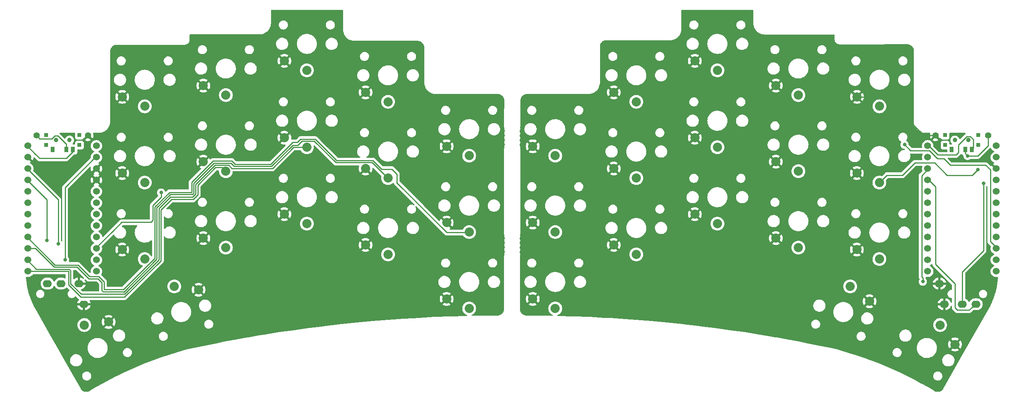
<source format=gbr>
%TF.GenerationSoftware,KiCad,Pcbnew,(6.0.2)*%
%TF.CreationDate,2022-03-10T12:39:36+08:00*%
%TF.ProjectId,sweepv2.1,73776565-7076-4322-9e31-2e6b69636164,rev?*%
%TF.SameCoordinates,Original*%
%TF.FileFunction,Copper,L2,Bot*%
%TF.FilePolarity,Positive*%
%FSLAX46Y46*%
G04 Gerber Fmt 4.6, Leading zero omitted, Abs format (unit mm)*
G04 Created by KiCad (PCBNEW (6.0.2)) date 2022-03-10 12:39:36*
%MOMM*%
%LPD*%
G01*
G04 APERTURE LIST*
%TA.AperFunction,ComponentPad*%
%ADD10C,1.524000*%
%TD*%
%TA.AperFunction,ComponentPad*%
%ADD11O,2.000000X1.600000*%
%TD*%
%TA.AperFunction,ComponentPad*%
%ADD12C,2.032000*%
%TD*%
%TA.AperFunction,ComponentPad*%
%ADD13C,1.397000*%
%TD*%
%TA.AperFunction,WasherPad*%
%ADD14C,1.000000*%
%TD*%
%TA.AperFunction,SMDPad,CuDef*%
%ADD15R,0.900000X0.900000*%
%TD*%
%TA.AperFunction,SMDPad,CuDef*%
%ADD16R,0.900000X1.250000*%
%TD*%
%TA.AperFunction,ViaPad*%
%ADD17C,0.800000*%
%TD*%
%TA.AperFunction,Conductor*%
%ADD18C,0.250000*%
%TD*%
G04 APERTURE END LIST*
D10*
%TO.P,U1,1*%
%TO.N,Switch10*%
X237789400Y-53086000D03*
%TO.P,U1,2*%
%TO.N,Switch18*%
X237789400Y-55626000D03*
%TO.P,U1,3*%
%TO.N,gnd*%
X237789400Y-58166000D03*
%TO.P,U1,4*%
X237789400Y-60706000D03*
%TO.P,U1,5*%
%TO.N,Switch11*%
X237789400Y-63246000D03*
%TO.P,U1,6*%
%TO.N,Switch12*%
X237789400Y-65786000D03*
%TO.P,U1,7*%
%TO.N,Switch13*%
X237789400Y-68326000D03*
%TO.P,U1,8*%
%TO.N,Switch14*%
X237789400Y-70866000D03*
%TO.P,U1,9*%
%TO.N,Switch15*%
X237789400Y-73406000D03*
%TO.P,U1,10*%
%TO.N,Switch1*%
X237789400Y-75946000D03*
%TO.P,U1,11*%
%TO.N,Switch16*%
X237789400Y-78486000D03*
%TO.P,U1,12*%
%TO.N,Switch17*%
X237789400Y-81026000D03*
%TO.P,U1,13*%
%TO.N,Switch9*%
X222569400Y-81026000D03*
%TO.P,U1,14*%
%TO.N,Switch8*%
X222569400Y-78486000D03*
%TO.P,U1,15*%
%TO.N,Switch7*%
X222569400Y-75946000D03*
%TO.P,U1,16*%
%TO.N,Switch6*%
X222569400Y-73406000D03*
%TO.P,U1,17*%
%TO.N,Switch2*%
X222569400Y-70866000D03*
%TO.P,U1,18*%
%TO.N,Switch3*%
X222569400Y-68326000D03*
%TO.P,U1,19*%
%TO.N,Switch4*%
X222569400Y-65786000D03*
%TO.P,U1,20*%
%TO.N,Switch5*%
X222569400Y-63246000D03*
%TO.P,U1,21*%
%TO.N,vcc*%
X222569400Y-60706000D03*
%TO.P,U1,22*%
%TO.N,reset*%
X222569400Y-58166000D03*
%TO.P,U1,23*%
%TO.N,gnd*%
X222569400Y-55626000D03*
%TO.P,U1,24*%
%TO.N,raw*%
X222569400Y-53086000D03*
%TD*%
D11*
%TO.P,J2,R1*%
%TO.N,Switch18*%
X230274000Y-88352000D03*
%TO.P,J2,R2*%
%TO.N,vcc*%
X233274000Y-88352000D03*
%TO.P,J2,S*%
%TO.N,gnd*%
X225174000Y-83752000D03*
%TO.P,J2,T*%
X226274000Y-88352000D03*
%TD*%
D12*
%TO.P,SW16,1*%
%TO.N,Switch13*%
X175856000Y-70416000D03*
%TO.P,SW16,2*%
%TO.N,gnd*%
X170856000Y-68316000D03*
%TD*%
%TO.P,SW20,1*%
%TO.N,Switch17*%
X225336000Y-92972450D03*
%TO.P,SW20,2*%
%TO.N,gnd*%
X228616127Y-97291103D03*
%TD*%
%TO.P,SW15,1*%
%TO.N,Switch12*%
X157856000Y-77274000D03*
%TO.P,SW15,2*%
%TO.N,gnd*%
X152856000Y-75174000D03*
%TD*%
%TO.P,SW21,1*%
%TO.N,Switch16*%
X205353032Y-84383038D03*
%TO.P,SW21,2*%
%TO.N,gnd*%
X209639142Y-87705577D03*
%TD*%
%TO.P,SW17,1*%
%TO.N,Switch14*%
X193856000Y-75750000D03*
%TO.P,SW17,2*%
%TO.N,gnd*%
X188856000Y-73650000D03*
%TD*%
%TO.P,SW18,1*%
%TO.N,Switch15*%
X211836000Y-78290000D03*
%TO.P,SW18,2*%
%TO.N,gnd*%
X206836000Y-76190000D03*
%TD*%
%TO.P,SW4,1*%
%TO.N,Switch3*%
X175856000Y-36282000D03*
%TO.P,SW4,2*%
%TO.N,gnd*%
X170856000Y-34182000D03*
%TD*%
%TO.P,SW3,1*%
%TO.N,Switch2*%
X157856000Y-43282000D03*
%TO.P,SW3,2*%
%TO.N,gnd*%
X152856000Y-41182000D03*
%TD*%
%TO.P,SW9,1*%
%TO.N,Switch7*%
X157856000Y-60256000D03*
%TO.P,SW9,2*%
%TO.N,gnd*%
X152856000Y-58156000D03*
%TD*%
%TO.P,SW14,1*%
%TO.N,Switch11*%
X139856000Y-89282000D03*
%TO.P,SW14,2*%
%TO.N,gnd*%
X134856000Y-87182000D03*
%TD*%
%TO.P,SW12,1*%
%TO.N,Switch10*%
X211836000Y-61272000D03*
%TO.P,SW12,2*%
%TO.N,gnd*%
X206836000Y-59172000D03*
%TD*%
%TO.P,SW11,1*%
%TO.N,Switch9*%
X193856000Y-58732000D03*
%TO.P,SW11,2*%
%TO.N,gnd*%
X188856000Y-56632000D03*
%TD*%
%TO.P,SW8,1*%
%TO.N,Switch6*%
X139856000Y-72282000D03*
%TO.P,SW8,2*%
%TO.N,gnd*%
X134856000Y-70182000D03*
%TD*%
%TO.P,SW6,1*%
%TO.N,Switch5*%
X211856000Y-44282000D03*
%TO.P,SW6,2*%
%TO.N,gnd*%
X206856000Y-42182000D03*
%TD*%
%TO.P,SW5,1*%
%TO.N,Switch4*%
X193856000Y-41782000D03*
%TO.P,SW5,2*%
%TO.N,gnd*%
X188856000Y-39682000D03*
%TD*%
%TO.P,SW2,1*%
%TO.N,Switch1*%
X139856000Y-55282000D03*
%TO.P,SW2,2*%
%TO.N,gnd*%
X134856000Y-53182000D03*
%TD*%
%TO.P,SW10,1*%
%TO.N,Switch8*%
X175856000Y-53398000D03*
%TO.P,SW10,2*%
%TO.N,gnd*%
X170856000Y-51298000D03*
%TD*%
D13*
%TO.P,Bat+r1,1*%
%TO.N,BT+_r*%
X235966000Y-50800000D03*
%TD*%
%TO.P,BatGND1,1*%
%TO.N,gnd*%
X224282000Y-50800000D03*
%TD*%
D10*
%TO.P,U2,1*%
%TO.N,Switch10_r*%
X37937400Y-53086000D03*
%TO.P,U2,2*%
%TO.N,Switch18_r*%
X37937400Y-55626000D03*
%TO.P,U2,3*%
%TO.N,gnd*%
X37937400Y-58166000D03*
%TO.P,U2,4*%
X37937400Y-60706000D03*
%TO.P,U2,5*%
%TO.N,Switch11_r*%
X37937400Y-63246000D03*
%TO.P,U2,6*%
%TO.N,Switch12_r*%
X37937400Y-65786000D03*
%TO.P,U2,7*%
%TO.N,Switch13_r*%
X37937400Y-68326000D03*
%TO.P,U2,8*%
%TO.N,Switch14_r*%
X37937400Y-70866000D03*
%TO.P,U2,9*%
%TO.N,Switch15_r*%
X37937400Y-73406000D03*
%TO.P,U2,10*%
%TO.N,Switch1_r*%
X37937400Y-75946000D03*
%TO.P,U2,11*%
%TO.N,Switch16_r*%
X37937400Y-78486000D03*
%TO.P,U2,12*%
%TO.N,Switch17_r*%
X37937400Y-81026000D03*
%TO.P,U2,13*%
%TO.N,Switch9_r*%
X22717400Y-81026000D03*
%TO.P,U2,14*%
%TO.N,Switch8_r*%
X22717400Y-78486000D03*
%TO.P,U2,15*%
%TO.N,Switch7_r*%
X22717400Y-75946000D03*
%TO.P,U2,16*%
%TO.N,Switch6_r*%
X22717400Y-73406000D03*
%TO.P,U2,17*%
%TO.N,Switch2_r*%
X22717400Y-70866000D03*
%TO.P,U2,18*%
%TO.N,Switch3_r*%
X22717400Y-68326000D03*
%TO.P,U2,19*%
%TO.N,Switch4_r*%
X22717400Y-65786000D03*
%TO.P,U2,20*%
%TO.N,Switch5_r*%
X22717400Y-63246000D03*
%TO.P,U2,21*%
%TO.N,vcc*%
X22717400Y-60706000D03*
%TO.P,U2,22*%
%TO.N,reset_r*%
X22717400Y-58166000D03*
%TO.P,U2,23*%
%TO.N,gnd*%
X22717400Y-55626000D03*
%TO.P,U2,24*%
%TO.N,raw*%
X22717400Y-53086000D03*
%TD*%
D11*
%TO.P,J1,R1*%
%TO.N,Switch18_r*%
X30076000Y-83752000D03*
%TO.P,J1,R2*%
%TO.N,vcc*%
X27076000Y-83752000D03*
%TO.P,J1,S*%
%TO.N,gnd*%
X35176000Y-88352000D03*
%TO.P,J1,T*%
X34076000Y-83752000D03*
%TD*%
D12*
%TO.P,SW17_r1,1*%
%TO.N,Switch15_r*%
X48686000Y-78290000D03*
%TO.P,SW17_r1,2*%
%TO.N,gnd*%
X43686000Y-76190000D03*
%TD*%
%TO.P,SW11_r1,1*%
%TO.N,Switch9_r*%
X66700000Y-58732000D03*
%TO.P,SW11_r1,2*%
%TO.N,gnd*%
X61700000Y-56632000D03*
%TD*%
%TO.P,SW15_r1,1*%
%TO.N,Switch13_r*%
X84688000Y-70416000D03*
%TO.P,SW15_r1,2*%
%TO.N,gnd*%
X79688000Y-68316000D03*
%TD*%
%TO.P,SW18_r1,1*%
%TO.N,Switch12_r*%
X102714000Y-77274000D03*
%TO.P,SW18_r1,2*%
%TO.N,gnd*%
X97714000Y-75174000D03*
%TD*%
%TO.P,SW6_r1,1*%
%TO.N,Switch5_r*%
X48686000Y-44282000D03*
%TO.P,SW6_r1,2*%
%TO.N,gnd*%
X43686000Y-42182000D03*
%TD*%
%TO.P,SW5_r1,1*%
%TO.N,Switch4_r*%
X66700000Y-41782000D03*
%TO.P,SW5_r1,2*%
%TO.N,gnd*%
X61700000Y-39682000D03*
%TD*%
%TO.P,SW2_r1,1*%
%TO.N,Switch1_r*%
X120732000Y-55282000D03*
%TO.P,SW2_r1,2*%
%TO.N,gnd*%
X115732000Y-53182000D03*
%TD*%
%TO.P,SW16_r1,1*%
%TO.N,Switch14_r*%
X66700000Y-75750000D03*
%TO.P,SW16_r1,2*%
%TO.N,gnd*%
X61700000Y-73650000D03*
%TD*%
%TO.P,SW4_r1,1*%
%TO.N,Switch3_r*%
X84688000Y-36282000D03*
%TO.P,SW4_r1,2*%
%TO.N,gnd*%
X79688000Y-34182000D03*
%TD*%
%TO.P,SW13_r1,1*%
%TO.N,Switch11_r*%
X120732000Y-89282000D03*
%TO.P,SW13_r1,2*%
%TO.N,gnd*%
X115732000Y-87182000D03*
%TD*%
%TO.P,SW12_r1,1*%
%TO.N,Switch10_r*%
X48686000Y-61272000D03*
%TO.P,SW12_r1,2*%
%TO.N,gnd*%
X43686000Y-59172000D03*
%TD*%
%TO.P,SW3_r1,1*%
%TO.N,Switch2_r*%
X102714000Y-43282000D03*
%TO.P,SW3_r1,2*%
%TO.N,gnd*%
X97714000Y-41182000D03*
%TD*%
%TO.P,SW8_r1,1*%
%TO.N,Switch7_r*%
X102714000Y-60256000D03*
%TO.P,SW8_r1,2*%
%TO.N,gnd*%
X97714000Y-58156000D03*
%TD*%
%TO.P,SW21_r1,1*%
%TO.N,Switch16_r*%
X55250968Y-84383038D03*
%TO.P,SW21_r1,2*%
%TO.N,gnd*%
X60624117Y-85117387D03*
%TD*%
%TO.P,SW9_r1,1*%
%TO.N,Switch8_r*%
X84688000Y-53398000D03*
%TO.P,SW9_r1,2*%
%TO.N,gnd*%
X79688000Y-51298000D03*
%TD*%
%TO.P,SW20_r1,1*%
%TO.N,Switch17_r*%
X35268000Y-92972450D03*
%TO.P,SW20_r1,2*%
%TO.N,gnd*%
X40648127Y-92291103D03*
%TD*%
%TO.P,SW7_r1,1*%
%TO.N,Switch6_r*%
X120732000Y-72282000D03*
%TO.P,SW7_r1,2*%
%TO.N,gnd*%
X115732000Y-70182000D03*
%TD*%
D13*
%TO.P,BatGND4,1*%
%TO.N,gnd*%
X36068000Y-50800000D03*
%TD*%
%TO.P,Bat+1,1*%
%TO.N,BT+*%
X24638000Y-50800000D03*
%TD*%
D14*
%TO.P,SW_POWERR1,*%
%TO.N,*%
X231624000Y-51816000D03*
X228624000Y-51816000D03*
D15*
%TO.P,SW_POWERR1,0*%
%TO.N,N/C*%
X233824000Y-52916000D03*
X226424000Y-52916000D03*
X226424000Y-50716000D03*
X233824000Y-50716000D03*
D16*
%TO.P,SW_POWERR1,1*%
%TO.N,Net-(SW_POWERR1-Pad1)*%
X227874000Y-53891000D03*
%TO.P,SW_POWERR1,2*%
%TO.N,BT+_r*%
X230874000Y-53891000D03*
%TO.P,SW_POWERR1,3*%
%TO.N,raw*%
X232374000Y-53891000D03*
%TD*%
D14*
%TO.P,SW_POWER1,*%
%TO.N,*%
X28980000Y-51816000D03*
X31980000Y-51816000D03*
D15*
%TO.P,SW_POWER1,0*%
%TO.N,N/C*%
X26780000Y-52916000D03*
X26780000Y-50716000D03*
X34180000Y-50716000D03*
X34180000Y-52916000D03*
D16*
%TO.P,SW_POWER1,1*%
%TO.N,Net-(SW_POWER1-Pad1)*%
X28230000Y-53891000D03*
%TO.P,SW_POWER1,2*%
%TO.N,BT+*%
X31230000Y-53891000D03*
%TO.P,SW_POWER1,3*%
%TO.N,raw*%
X32730000Y-53891000D03*
%TD*%
D17*
%TO.N,vcc*%
X26924000Y-74168000D03*
%TO.N,Switch18*%
X234950000Y-61468000D03*
%TO.N,reset*%
X221488000Y-83312000D03*
%TO.N,Switch1*%
X217424000Y-52832000D03*
%TO.N,Switch10*%
X233680000Y-58420000D03*
%TO.N,BT+_r*%
X231437000Y-55329000D03*
%TO.N,Switch18_r*%
X30988000Y-78486000D03*
%TO.N,reset_r*%
X29464000Y-74930000D03*
%TO.N,Switch1_r*%
X52324000Y-63500000D03*
%TD*%
D18*
%TO.N,BT+*%
X25360999Y-51522999D02*
X28051999Y-51522999D01*
X24638000Y-50800000D02*
X25360999Y-51522999D01*
X29046501Y-50890501D02*
X29373499Y-50890501D01*
X28738499Y-50836499D02*
X28992499Y-50836499D01*
X31230000Y-52747002D02*
X31230000Y-53891000D01*
X28051999Y-51522999D02*
X28738499Y-50836499D01*
X29373499Y-50890501D02*
X31230000Y-52747002D01*
X28992499Y-50836499D02*
X29046501Y-50890501D01*
%TO.N,gnd*%
X213159159Y-42182000D02*
X206856000Y-42182000D01*
X221777159Y-50800000D02*
X213159159Y-42182000D01*
X226254000Y-88332000D02*
X226274000Y-88352000D01*
X226244000Y-88322000D02*
X226274000Y-88352000D01*
X224282000Y-50800000D02*
X221777159Y-50800000D01*
%TO.N,vcc*%
X228600000Y-83820000D02*
X228600000Y-89154000D01*
X233254000Y-88332000D02*
X233274000Y-88352000D01*
X224282000Y-79502000D02*
X224282000Y-62218600D01*
X228600000Y-83820000D02*
X224282000Y-79502000D01*
X224282000Y-62218600D02*
X222769400Y-60706000D01*
X229108000Y-89662000D02*
X231764000Y-89662000D01*
X228600000Y-89154000D02*
X229108000Y-89662000D01*
X233274000Y-88152000D02*
X232341000Y-89085000D01*
X231764000Y-89662000D02*
X232341000Y-89085000D01*
X26924000Y-74168000D02*
X26924000Y-74422000D01*
X26924000Y-65112600D02*
X26924000Y-74168000D01*
X22517400Y-60706000D02*
X26924000Y-65112600D01*
%TO.N,Switch18*%
X230274000Y-81130000D02*
X234950000Y-76454000D01*
X230274000Y-88152000D02*
X230274000Y-81130000D01*
X234950000Y-61468000D02*
X234950000Y-61468000D01*
X234950000Y-76454000D02*
X234950000Y-61468000D01*
%TO.N,reset*%
X221488000Y-82550000D02*
X221234000Y-82296000D01*
X221488000Y-83312000D02*
X221488000Y-82550000D01*
X221234000Y-59701400D02*
X221234000Y-82296000D01*
X222769400Y-58166000D02*
X221234000Y-59701400D01*
%TO.N,Switch1*%
X237989400Y-75946000D02*
X236469700Y-74426300D01*
X236469700Y-58424300D02*
X235445100Y-57399700D01*
X236469700Y-74426300D02*
X236469700Y-58424300D01*
X224711081Y-55958919D02*
X222925163Y-54173001D01*
X218765001Y-54173001D02*
X217424000Y-52832000D01*
X235445100Y-57399700D02*
X227579700Y-57399700D01*
X227579700Y-57399700D02*
X226138919Y-55958919D01*
X226138919Y-55958919D02*
X224711081Y-55958919D01*
X222925163Y-54173001D02*
X218765001Y-54173001D01*
%TO.N,Switch10*%
X232481001Y-59618999D02*
X233680000Y-58420000D01*
X233680000Y-58420000D02*
X233680000Y-58420000D01*
X211836000Y-61272000D02*
X213489001Y-59618999D01*
X219710000Y-56896000D02*
X224170002Y-56896000D01*
X216987001Y-59618999D02*
X219710000Y-56896000D01*
X226893001Y-59618999D02*
X232481001Y-59618999D01*
X224170002Y-56896000D02*
X226893001Y-59618999D01*
X213489001Y-59618999D02*
X216987001Y-59618999D01*
%TO.N,raw*%
X232664000Y-51634998D02*
X232020001Y-50990999D01*
X229374499Y-54597501D02*
X228854000Y-55118000D01*
X232020001Y-50990999D02*
X231227999Y-50990999D01*
X232664000Y-53601000D02*
X232664000Y-51634998D01*
X229374499Y-52844499D02*
X229374499Y-54597501D01*
X226568000Y-55118000D02*
X224801400Y-55118000D01*
X224801400Y-55118000D02*
X222769400Y-53086000D01*
X232374000Y-53891000D02*
X232664000Y-53601000D01*
X231227999Y-50990999D02*
X229374499Y-52844499D01*
X228854000Y-55118000D02*
X226568000Y-55118000D01*
X22517400Y-53086000D02*
X24339700Y-54908300D01*
X25311400Y-55880000D02*
X26924000Y-55880000D01*
X32730000Y-54392000D02*
X32730000Y-53891000D01*
X31242000Y-55880000D02*
X32730000Y-54392000D01*
X24339700Y-54908300D02*
X25311400Y-55880000D01*
X26924000Y-55880000D02*
X31242000Y-55880000D01*
%TO.N,BT+_r*%
X231480000Y-55372000D02*
X231437000Y-55329000D01*
X230874000Y-54766000D02*
X230874000Y-53891000D01*
X235966000Y-53086000D02*
X233680000Y-55372000D01*
X233680000Y-55372000D02*
X231480000Y-55372000D01*
X235966000Y-50800000D02*
X235966000Y-53086000D01*
X231437000Y-55329000D02*
X230874000Y-54766000D01*
%TO.N,Switch18_r*%
X30988000Y-62375400D02*
X30988000Y-78486000D01*
X37737400Y-55626000D02*
X30988000Y-62375400D01*
X30988000Y-78486000D02*
X30988000Y-78486000D01*
%TO.N,reset_r*%
X29464000Y-74930000D02*
X29464000Y-74930000D01*
X29464000Y-65112600D02*
X29464000Y-74930000D01*
X22517400Y-58166000D02*
X29464000Y-65112600D01*
%TO.N,Switch9_r*%
X64390410Y-57912000D02*
X65882000Y-57912000D01*
X54610000Y-65024000D02*
X59438818Y-65024000D01*
X22517400Y-81026000D02*
X31750000Y-81026000D01*
X31750000Y-84064390D02*
X34462611Y-86777001D01*
X59438818Y-65024000D02*
X60454709Y-64008109D01*
X44174911Y-86777001D02*
X52278362Y-78673550D01*
X60454710Y-61847700D02*
X64390410Y-57912000D01*
X31750000Y-81026000D02*
X31750000Y-84064390D01*
X65882000Y-57912000D02*
X66702000Y-58732000D01*
X34462611Y-86777001D02*
X44174911Y-86777001D01*
X52278362Y-78673550D02*
X52278362Y-67355638D01*
X52278362Y-67355638D02*
X54610000Y-65024000D01*
X60454709Y-64008109D02*
X60454710Y-61847700D01*
%TO.N,Switch1_r*%
X50478324Y-69663676D02*
X50478324Y-66361676D01*
X43688000Y-70104000D02*
X50038000Y-70104000D01*
X50038000Y-70104000D02*
X50478324Y-69663676D01*
X52324000Y-64516000D02*
X52324000Y-63500000D01*
X41601700Y-72081700D02*
X37737400Y-75946000D01*
X50478324Y-66361676D02*
X52324000Y-64516000D01*
X43579400Y-70104000D02*
X41601700Y-72081700D01*
X41910000Y-71773400D02*
X41601700Y-72081700D01*
X43688000Y-70104000D02*
X43579400Y-70104000D01*
%TO.N,Switch6_r*%
X101254205Y-58257795D02*
X99361399Y-56364989D01*
X43952682Y-85090000D02*
X39624000Y-85090000D01*
X91291399Y-56364989D02*
X86533399Y-51606989D01*
X39624000Y-83367766D02*
X39624000Y-85090000D01*
X86533399Y-51606989D02*
X83267011Y-51606989D01*
X68746709Y-57188299D02*
X68029946Y-56471536D01*
X63847146Y-56471536D02*
X59104682Y-61214000D01*
X28742401Y-79631001D02*
X22517400Y-73406000D01*
X115765318Y-72390000D02*
X104618659Y-61243341D01*
X33855237Y-79631003D02*
X28742401Y-79631001D01*
X99361399Y-56364989D02*
X91291399Y-56364989D01*
X54179318Y-63422682D02*
X50928334Y-66673666D01*
X68029946Y-56471536D02*
X63847146Y-56471536D01*
X50928334Y-66673666D02*
X50928334Y-78114348D01*
X36421117Y-82196883D02*
X33855237Y-79631003D01*
X36421117Y-82196883D02*
X38453117Y-82196883D01*
X59104682Y-61214000D02*
X59104682Y-63422682D01*
X104648000Y-59365590D02*
X104648000Y-61214000D01*
X59104682Y-63422682D02*
X54179318Y-63422682D01*
X101254205Y-58257795D02*
X103540205Y-58257795D01*
X76669701Y-57188299D02*
X68746709Y-57188299D01*
X120650000Y-72390000D02*
X115765318Y-72390000D01*
X50928334Y-78114348D02*
X43952682Y-85090000D01*
X104648000Y-61214000D02*
X104618659Y-61243341D01*
X103540205Y-58257795D02*
X104648000Y-59365590D01*
X38453117Y-82196883D02*
X39624000Y-83367766D01*
X83267011Y-51606989D02*
X82550000Y-52324000D01*
X81534000Y-52324000D02*
X76669701Y-57188299D01*
X82550000Y-52324000D02*
X81534000Y-52324000D01*
%TO.N,Switch7_r*%
X51378343Y-66860067D02*
X54365718Y-63872692D01*
X81546420Y-52947990D02*
X81217205Y-53277205D01*
X81217205Y-53277205D02*
X77090410Y-57404000D01*
X39173990Y-83554166D02*
X39173990Y-85276400D01*
X59554692Y-61400400D02*
X64033546Y-56921546D01*
X59528465Y-63635309D02*
X59554691Y-63635309D01*
X64033546Y-56921546D02*
X67843546Y-56921546D01*
X99174999Y-56814999D02*
X91104999Y-56814999D01*
X91104999Y-56814999D02*
X86346999Y-52056999D01*
X83579001Y-52056999D02*
X82688010Y-52947990D01*
X102616000Y-60256000D02*
X99174999Y-56814999D01*
X86346999Y-52056999D02*
X83579001Y-52056999D01*
X68560309Y-57638309D02*
X76856101Y-57638309D01*
X28556001Y-80081011D02*
X33668836Y-80081012D01*
X43965112Y-85598000D02*
X44023102Y-85655990D01*
X44023102Y-85655990D02*
X51378343Y-78300749D01*
X39495590Y-85598000D02*
X43965112Y-85598000D01*
X36234717Y-82646893D02*
X38266717Y-82646893D01*
X22517400Y-75946000D02*
X24420990Y-75946000D01*
X59554691Y-63635309D02*
X59554692Y-61400400D01*
X82688010Y-52947990D02*
X81546420Y-52947990D01*
X39173990Y-85276400D02*
X39495590Y-85598000D01*
X51378343Y-78300749D02*
X51378343Y-66860067D01*
X54365718Y-63872692D02*
X59291082Y-63872692D01*
X33668836Y-80081012D02*
X36234717Y-82646893D01*
X38266717Y-82646893D02*
X39173990Y-83554166D01*
X24420990Y-75946000D02*
X28556001Y-80081011D01*
X59291082Y-63872692D02*
X59528465Y-63635309D01*
X67843546Y-56921546D02*
X68560309Y-57638309D01*
X76856101Y-57638309D02*
X77280205Y-57214205D01*
%TO.N,Switch8_r*%
X32200010Y-80839600D02*
X32200010Y-83877990D01*
X68043001Y-58088319D02*
X77042501Y-58088319D01*
X32315990Y-83877990D02*
X34544001Y-86105999D01*
X60004700Y-63821708D02*
X60004701Y-61661299D01*
X64275001Y-57390999D02*
X67345681Y-57390999D01*
X32200010Y-83877990D02*
X32315990Y-83877990D01*
X31891431Y-80531021D02*
X32200010Y-80839600D01*
X22517400Y-78486000D02*
X24562421Y-80531021D01*
X51828352Y-78487150D02*
X51828352Y-67046468D01*
X24562421Y-80531021D02*
X31891431Y-80531021D01*
X51828352Y-67046468D02*
X54358820Y-64516000D01*
X60004701Y-61661299D02*
X64275001Y-57390999D01*
X34544001Y-86105999D02*
X44209503Y-86105999D01*
X67345681Y-57390999D02*
X68043001Y-58088319D01*
X77042501Y-58088319D02*
X81732820Y-53398000D01*
X54358820Y-64516000D02*
X59310408Y-64516000D01*
X44209503Y-86105999D02*
X51828352Y-78487150D01*
X81732820Y-53398000D02*
X84836000Y-53398000D01*
X59310408Y-64516000D02*
X60004700Y-63821708D01*
%TD*%
%TA.AperFunction,Conductor*%
%TO.N,gnd*%
G36*
X183643101Y-22830455D02*
G01*
X183666775Y-22834141D01*
X183675681Y-22832976D01*
X183682782Y-22833063D01*
X183705809Y-22835472D01*
X183708933Y-22836093D01*
X183754369Y-22854912D01*
X183762990Y-22860672D01*
X183763967Y-22861325D01*
X183798720Y-22896078D01*
X183805133Y-22905676D01*
X183823952Y-22951114D01*
X183824549Y-22954114D01*
X183824761Y-22955182D01*
X183826667Y-22975829D01*
X183825904Y-22980730D01*
X183827068Y-22989631D01*
X183827068Y-22989633D01*
X183830026Y-23012251D01*
X183831090Y-23028589D01*
X183831090Y-25688186D01*
X183828959Y-25711260D01*
X183826317Y-25725443D01*
X183825945Y-25737977D01*
X183826551Y-25742812D01*
X183826566Y-25743121D01*
X183827385Y-25752905D01*
X183839274Y-26034135D01*
X183839433Y-26037886D01*
X183887768Y-26334132D01*
X183888813Y-26337749D01*
X183970024Y-26618878D01*
X183970027Y-26618886D01*
X183971072Y-26622504D01*
X183972542Y-26625973D01*
X183972543Y-26625977D01*
X184077089Y-26872766D01*
X184088156Y-26898890D01*
X184237350Y-27159348D01*
X184416528Y-27400166D01*
X184419112Y-27402890D01*
X184419116Y-27402894D01*
X184620540Y-27615176D01*
X184620547Y-27615183D01*
X184623134Y-27617909D01*
X184854221Y-27809471D01*
X185106496Y-27972122D01*
X185376360Y-28103542D01*
X185379906Y-28104771D01*
X185379915Y-28104775D01*
X185656404Y-28200623D01*
X185656411Y-28200625D01*
X185659965Y-28201857D01*
X185953268Y-28265665D01*
X185957017Y-28266021D01*
X185957022Y-28266022D01*
X186097267Y-28279346D01*
X186219941Y-28291002D01*
X186233257Y-28292990D01*
X186239531Y-28294273D01*
X186244387Y-28294503D01*
X186244391Y-28294503D01*
X186245466Y-28294554D01*
X186252057Y-28294865D01*
X186290934Y-28290679D01*
X186304423Y-28289955D01*
X201657717Y-28289955D01*
X201677101Y-28291455D01*
X201700775Y-28295141D01*
X201709681Y-28293976D01*
X201716782Y-28294063D01*
X201739809Y-28296472D01*
X201742933Y-28297093D01*
X201788369Y-28315912D01*
X201791086Y-28317727D01*
X201797967Y-28322325D01*
X201832720Y-28357078D01*
X201839133Y-28366676D01*
X201857952Y-28412114D01*
X201858148Y-28413098D01*
X201858761Y-28416182D01*
X201860667Y-28436829D01*
X201859904Y-28441730D01*
X201861068Y-28450631D01*
X201861068Y-28450633D01*
X201864026Y-28473251D01*
X201865090Y-28489589D01*
X201865090Y-29272150D01*
X201863590Y-29291534D01*
X201859904Y-29315208D01*
X201861069Y-29324114D01*
X201862151Y-29332391D01*
X201862827Y-29338844D01*
X201875959Y-29505707D01*
X201919100Y-29685400D01*
X201920993Y-29689971D01*
X201920994Y-29689973D01*
X201986088Y-29847123D01*
X201989819Y-29856131D01*
X202086376Y-30013698D01*
X202089588Y-30017458D01*
X202089591Y-30017463D01*
X202194873Y-30140732D01*
X202206393Y-30154220D01*
X202210155Y-30157433D01*
X202343150Y-30271022D01*
X202343155Y-30271025D01*
X202346915Y-30274237D01*
X202504482Y-30370794D01*
X202509052Y-30372687D01*
X202509056Y-30372689D01*
X202654204Y-30432811D01*
X202675213Y-30441513D01*
X202726254Y-30453767D01*
X202850093Y-30483499D01*
X202850099Y-30483500D01*
X202854906Y-30484654D01*
X202993944Y-30495596D01*
X203004956Y-30496953D01*
X203026596Y-30500594D01*
X203032758Y-30500669D01*
X203034271Y-30500688D01*
X203034276Y-30500688D01*
X203039135Y-30500747D01*
X203051650Y-30498955D01*
X203067055Y-30496749D01*
X203084786Y-30495477D01*
X207826605Y-30490588D01*
X218034917Y-30480062D01*
X218058772Y-30482317D01*
X218070956Y-30484653D01*
X218085191Y-30483296D01*
X218111309Y-30483526D01*
X218297901Y-30504635D01*
X218317091Y-30508331D01*
X218407577Y-30533177D01*
X218521627Y-30564494D01*
X218540022Y-30571118D01*
X218733401Y-30658244D01*
X218750551Y-30667635D01*
X218928122Y-30783629D01*
X218943609Y-30795558D01*
X219101100Y-30937630D01*
X219114558Y-30951813D01*
X219248169Y-31116534D01*
X219259270Y-31132629D01*
X219365789Y-31316038D01*
X219374267Y-31333656D01*
X219451131Y-31531340D01*
X219456781Y-31550057D01*
X219502135Y-31757244D01*
X219504822Y-31776610D01*
X219508038Y-31829980D01*
X219514885Y-31943617D01*
X219515693Y-31957030D01*
X219514746Y-31973935D01*
X219514894Y-31973939D01*
X219514627Y-31982915D01*
X219513092Y-31991756D01*
X219516203Y-32019278D01*
X219517228Y-32028352D01*
X219518025Y-32042727D01*
X219510930Y-36022670D01*
X219490087Y-47715517D01*
X219490076Y-47721539D01*
X219488986Y-47737850D01*
X219484805Y-47769414D01*
X219485091Y-47781951D01*
X219485949Y-47786741D01*
X219485977Y-47787019D01*
X219487312Y-47796785D01*
X219513935Y-48076985D01*
X219514292Y-48080740D01*
X219578100Y-48374042D01*
X219579332Y-48377596D01*
X219579334Y-48377603D01*
X219675182Y-48654092D01*
X219675186Y-48654101D01*
X219676415Y-48657647D01*
X219807835Y-48927511D01*
X219970486Y-49179785D01*
X219972891Y-49182687D01*
X219972896Y-49182693D01*
X220049616Y-49275242D01*
X220162048Y-49410873D01*
X220164782Y-49413467D01*
X220164786Y-49413471D01*
X220354780Y-49593747D01*
X220379791Y-49617479D01*
X220620608Y-49796656D01*
X220881066Y-49945851D01*
X220884523Y-49947315D01*
X220884524Y-49947316D01*
X221153979Y-50061464D01*
X221153983Y-50061465D01*
X221157452Y-50062935D01*
X221161070Y-50063980D01*
X221161078Y-50063983D01*
X221386235Y-50129025D01*
X221445824Y-50146239D01*
X221742069Y-50194575D01*
X221745813Y-50194733D01*
X221745820Y-50194734D01*
X221906074Y-50201509D01*
X222009706Y-50205890D01*
X222023109Y-50207178D01*
X222023835Y-50207287D01*
X222029438Y-50208129D01*
X222035784Y-50208096D01*
X222037104Y-50208089D01*
X222037108Y-50208089D01*
X222041978Y-50208063D01*
X222046792Y-50207287D01*
X222046796Y-50207287D01*
X222064021Y-50204512D01*
X222084040Y-50202907D01*
X222238051Y-50202879D01*
X223032960Y-50202734D01*
X223101084Y-50222724D01*
X223147587Y-50276371D01*
X223157704Y-50346643D01*
X223153315Y-50366098D01*
X223098524Y-50542553D01*
X223096130Y-50553817D01*
X223071425Y-50762547D01*
X223071124Y-50774048D01*
X223084871Y-50983779D01*
X223086672Y-50995149D01*
X223138409Y-51198863D01*
X223142250Y-51209710D01*
X223230247Y-51400592D01*
X223235996Y-51410549D01*
X223257112Y-51440427D01*
X223267701Y-51448815D01*
X223281000Y-51441788D01*
X224192905Y-50529884D01*
X224255217Y-50495859D01*
X224326033Y-50500924D01*
X224371095Y-50529884D01*
X225284609Y-51443398D01*
X225296987Y-51450156D01*
X225303566Y-51445231D01*
X225313378Y-51427711D01*
X225364115Y-51378049D01*
X225433647Y-51363701D01*
X225499898Y-51389223D01*
X225524139Y-51413711D01*
X225610739Y-51529261D01*
X225727295Y-51616615D01*
X225863684Y-51667745D01*
X225925866Y-51674500D01*
X226922134Y-51674500D01*
X226984316Y-51667745D01*
X227120705Y-51616615D01*
X227237261Y-51529261D01*
X227324615Y-51412705D01*
X227375745Y-51276316D01*
X227382500Y-51214134D01*
X227382500Y-50327913D01*
X227402502Y-50259792D01*
X227456158Y-50213299D01*
X227508477Y-50201913D01*
X230850320Y-50201300D01*
X230918444Y-50221290D01*
X230964947Y-50274937D01*
X230975064Y-50345209D01*
X230945583Y-50409795D01*
X230919795Y-50430639D01*
X230920382Y-50431447D01*
X230884612Y-50457435D01*
X230874692Y-50463951D01*
X230843464Y-50482419D01*
X230843461Y-50482421D01*
X230836637Y-50486457D01*
X230822316Y-50500778D01*
X230807283Y-50513618D01*
X230790892Y-50525527D01*
X230765370Y-50556378D01*
X230762701Y-50559604D01*
X230754711Y-50568383D01*
X229786855Y-51536239D01*
X229724543Y-51570265D01*
X229653728Y-51565200D01*
X229596892Y-51522653D01*
X229577138Y-51483561D01*
X229573477Y-51471435D01*
X229560916Y-51429831D01*
X229468066Y-51255204D01*
X229390256Y-51159800D01*
X229346960Y-51106713D01*
X229346957Y-51106710D01*
X229343065Y-51101938D01*
X229331519Y-51092386D01*
X229195425Y-50979799D01*
X229195421Y-50979797D01*
X229190675Y-50975870D01*
X229016701Y-50881802D01*
X228827768Y-50823318D01*
X228821643Y-50822674D01*
X228821642Y-50822674D01*
X228637204Y-50803289D01*
X228637202Y-50803289D01*
X228631075Y-50802645D01*
X228548576Y-50810153D01*
X228440251Y-50820011D01*
X228440248Y-50820012D01*
X228434112Y-50820570D01*
X228428206Y-50822308D01*
X228428202Y-50822309D01*
X228345104Y-50846766D01*
X228244381Y-50876410D01*
X228238923Y-50879263D01*
X228238919Y-50879265D01*
X228170271Y-50915154D01*
X228069110Y-50968040D01*
X227914975Y-51091968D01*
X227911011Y-51096692D01*
X227895929Y-51114666D01*
X227787846Y-51243474D01*
X227784879Y-51248872D01*
X227784875Y-51248877D01*
X227729731Y-51349185D01*
X227692567Y-51416787D01*
X227690706Y-51422654D01*
X227690705Y-51422656D01*
X227637405Y-51590680D01*
X227632765Y-51605306D01*
X227610719Y-51801851D01*
X227612203Y-51819523D01*
X227626073Y-51984700D01*
X227627268Y-51998934D01*
X227640020Y-52043406D01*
X227679693Y-52181761D01*
X227681783Y-52189050D01*
X227691177Y-52207328D01*
X227735211Y-52293008D01*
X227772187Y-52364956D01*
X227895035Y-52519953D01*
X227899729Y-52523948D01*
X227899733Y-52523952D01*
X227913356Y-52535546D01*
X227952270Y-52594928D01*
X227952901Y-52665922D01*
X227915050Y-52725987D01*
X227850734Y-52756053D01*
X227831694Y-52757500D01*
X227508500Y-52757500D01*
X227440379Y-52737498D01*
X227393886Y-52683842D01*
X227382500Y-52631500D01*
X227382500Y-52417866D01*
X227375745Y-52355684D01*
X227324615Y-52219295D01*
X227237261Y-52102739D01*
X227120705Y-52015385D01*
X226984316Y-51964255D01*
X226922134Y-51957500D01*
X225925866Y-51957500D01*
X225863684Y-51964255D01*
X225727295Y-52015385D01*
X225610739Y-52102739D01*
X225523385Y-52219295D01*
X225472255Y-52355684D01*
X225465500Y-52417866D01*
X225465500Y-53414134D01*
X225472255Y-53476316D01*
X225523385Y-53612705D01*
X225610739Y-53729261D01*
X225727295Y-53816615D01*
X225863684Y-53867745D01*
X225925866Y-53874500D01*
X226789500Y-53874500D01*
X226857621Y-53894502D01*
X226904114Y-53948158D01*
X226915500Y-54000500D01*
X226915500Y-54358500D01*
X226895498Y-54426621D01*
X226841842Y-54473114D01*
X226789500Y-54484500D01*
X225115994Y-54484500D01*
X225047873Y-54464498D01*
X225026899Y-54447595D01*
X223871863Y-53292558D01*
X223837837Y-53230246D01*
X223835437Y-53192485D01*
X223844753Y-53086000D01*
X223825378Y-52864537D01*
X223773687Y-52671625D01*
X223769263Y-52655114D01*
X223769262Y-52655112D01*
X223767840Y-52649804D01*
X223765517Y-52644822D01*
X223676214Y-52453311D01*
X223676211Y-52453306D01*
X223673888Y-52448324D01*
X223670731Y-52443815D01*
X223549536Y-52270730D01*
X223549534Y-52270727D01*
X223546377Y-52266219D01*
X223389181Y-52109023D01*
X223384673Y-52105866D01*
X223384670Y-52105864D01*
X223299696Y-52046365D01*
X223207077Y-51981512D01*
X223202095Y-51979189D01*
X223202090Y-51979186D01*
X223010578Y-51889883D01*
X223010577Y-51889882D01*
X223005596Y-51887560D01*
X223000288Y-51886138D01*
X223000286Y-51886137D01*
X222913064Y-51862766D01*
X222790863Y-51830022D01*
X222588454Y-51812314D01*
X223634046Y-51812314D01*
X223643928Y-51824803D01*
X223699041Y-51861627D01*
X223709146Y-51867114D01*
X223902267Y-51950086D01*
X223913210Y-51953641D01*
X224118209Y-52000028D01*
X224129618Y-52001530D01*
X224339645Y-52009781D01*
X224351129Y-52009179D01*
X224559145Y-51979019D01*
X224570328Y-51976334D01*
X224769362Y-51908771D01*
X224779865Y-51904095D01*
X224922404Y-51824270D01*
X224932266Y-51814194D01*
X224929311Y-51806522D01*
X224294811Y-51172021D01*
X224280868Y-51164408D01*
X224279034Y-51164539D01*
X224272420Y-51168790D01*
X223640239Y-51800972D01*
X223634046Y-51812314D01*
X222588454Y-51812314D01*
X222569400Y-51810647D01*
X222347937Y-51830022D01*
X222225736Y-51862766D01*
X222138514Y-51886137D01*
X222138512Y-51886138D01*
X222133204Y-51887560D01*
X222128223Y-51889882D01*
X222128222Y-51889883D01*
X221936711Y-51979186D01*
X221936706Y-51979189D01*
X221931724Y-51981512D01*
X221927217Y-51984668D01*
X221927215Y-51984669D01*
X221754130Y-52105864D01*
X221754127Y-52105866D01*
X221749619Y-52109023D01*
X221592423Y-52266219D01*
X221589266Y-52270727D01*
X221589264Y-52270730D01*
X221468069Y-52443815D01*
X221464912Y-52448324D01*
X221462589Y-52453306D01*
X221462586Y-52453311D01*
X221373283Y-52644822D01*
X221370960Y-52649804D01*
X221369538Y-52655112D01*
X221369537Y-52655114D01*
X221365113Y-52671625D01*
X221313422Y-52864537D01*
X221294047Y-53086000D01*
X221313422Y-53307463D01*
X221331391Y-53374521D01*
X221333097Y-53380889D01*
X221331407Y-53451866D01*
X221291613Y-53510662D01*
X221226349Y-53538610D01*
X221211390Y-53539501D01*
X219079595Y-53539501D01*
X219011474Y-53519499D01*
X218990500Y-53502596D01*
X218371122Y-52883218D01*
X218337096Y-52820906D01*
X218334907Y-52807293D01*
X218332164Y-52781189D01*
X218323879Y-52702364D01*
X218318232Y-52648635D01*
X218318232Y-52648633D01*
X218317542Y-52642072D01*
X218258527Y-52460444D01*
X218243457Y-52434341D01*
X218206184Y-52369783D01*
X218163040Y-52295056D01*
X218157603Y-52289017D01*
X218039675Y-52158045D01*
X218039674Y-52158044D01*
X218035253Y-52153134D01*
X217907338Y-52060198D01*
X217886094Y-52044763D01*
X217886093Y-52044762D01*
X217880752Y-52040882D01*
X217874724Y-52038198D01*
X217874722Y-52038197D01*
X217857838Y-52030680D01*
X217803742Y-51984700D01*
X217783093Y-51916772D01*
X217802445Y-51848464D01*
X217809527Y-51838347D01*
X217858686Y-51774971D01*
X217911661Y-51706676D01*
X218001696Y-51523701D01*
X218003543Y-51516611D01*
X218051490Y-51332541D01*
X218051490Y-51332538D01*
X218053100Y-51326359D01*
X218058950Y-51214736D01*
X218063438Y-51129094D01*
X218063438Y-51129090D01*
X218063772Y-51122712D01*
X218033278Y-50921078D01*
X218013414Y-50867088D01*
X217965067Y-50735684D01*
X217965066Y-50735683D01*
X217962863Y-50729694D01*
X217884210Y-50602840D01*
X217858764Y-50561800D01*
X217858763Y-50561799D01*
X217855402Y-50556378D01*
X217842329Y-50542553D01*
X217719671Y-50412846D01*
X217715286Y-50408209D01*
X217704427Y-50400605D01*
X217553472Y-50294906D01*
X217553471Y-50294905D01*
X217548239Y-50291242D01*
X217378677Y-50217866D01*
X217366940Y-50212787D01*
X217366939Y-50212787D01*
X217361084Y-50210253D01*
X217286039Y-50194575D01*
X217166212Y-50169541D01*
X217166208Y-50169541D01*
X217161467Y-50168550D01*
X217156630Y-50168297D01*
X217156626Y-50168296D01*
X217156560Y-50168293D01*
X217154788Y-50168200D01*
X217005033Y-50168200D01*
X216932387Y-50175579D01*
X216859466Y-50182986D01*
X216859465Y-50182986D01*
X216853117Y-50183631D01*
X216658522Y-50244614D01*
X216480163Y-50343479D01*
X216325327Y-50476190D01*
X216200339Y-50637324D01*
X216110304Y-50820299D01*
X216108695Y-50826477D01*
X216108694Y-50826479D01*
X216060546Y-51011323D01*
X216058900Y-51017641D01*
X216057492Y-51044517D01*
X216048603Y-51214134D01*
X216048228Y-51221288D01*
X216078722Y-51422922D01*
X216080928Y-51428917D01*
X216080928Y-51428918D01*
X216145690Y-51604936D01*
X216149137Y-51614306D01*
X216219722Y-51728148D01*
X216247169Y-51772414D01*
X216256598Y-51787622D01*
X216260979Y-51792255D01*
X216260980Y-51792256D01*
X216378729Y-51916772D01*
X216396714Y-51935791D01*
X216401944Y-51939453D01*
X216401945Y-51939454D01*
X216544948Y-52039585D01*
X216563761Y-52052758D01*
X216616918Y-52075761D01*
X216647047Y-52088799D01*
X216701621Y-52134210D01*
X216722981Y-52201917D01*
X216704345Y-52270424D01*
X216690644Y-52288743D01*
X216684960Y-52295056D01*
X216641816Y-52369783D01*
X216604544Y-52434341D01*
X216589473Y-52460444D01*
X216530458Y-52642072D01*
X216529768Y-52648633D01*
X216529768Y-52648635D01*
X216517806Y-52762447D01*
X216510496Y-52832000D01*
X216511186Y-52838565D01*
X216528520Y-53003486D01*
X216530458Y-53021928D01*
X216589473Y-53203556D01*
X216592776Y-53209278D01*
X216592777Y-53209279D01*
X216605683Y-53231632D01*
X216684960Y-53368944D01*
X216689378Y-53373851D01*
X216689379Y-53373852D01*
X216808325Y-53505955D01*
X216812747Y-53510866D01*
X216967248Y-53623118D01*
X216973276Y-53625802D01*
X216973278Y-53625803D01*
X217135681Y-53698109D01*
X217141712Y-53700794D01*
X217225901Y-53718689D01*
X217322056Y-53739128D01*
X217322061Y-53739128D01*
X217328513Y-53740500D01*
X217384405Y-53740500D01*
X217452526Y-53760502D01*
X217473500Y-53777405D01*
X217493600Y-53797505D01*
X217527626Y-53859817D01*
X217522561Y-53930632D01*
X217480014Y-53987468D01*
X217413494Y-54012279D01*
X217404505Y-54012600D01*
X217278075Y-54012600D01*
X217227634Y-54016880D01*
X217111438Y-54026739D01*
X217111434Y-54026740D01*
X217106127Y-54027190D01*
X217100972Y-54028528D01*
X217100966Y-54028529D01*
X216887997Y-54083805D01*
X216887993Y-54083806D01*
X216882828Y-54085147D01*
X216877962Y-54087339D01*
X216877959Y-54087340D01*
X216682315Y-54175471D01*
X216672485Y-54179899D01*
X216668065Y-54182875D01*
X216668061Y-54182877D01*
X216630350Y-54208266D01*
X216481115Y-54308738D01*
X216314188Y-54467978D01*
X216311000Y-54472263D01*
X216183546Y-54643568D01*
X216176479Y-54653066D01*
X216174064Y-54657816D01*
X216119377Y-54765378D01*
X216071923Y-54858712D01*
X216050300Y-54928349D01*
X216005095Y-55073930D01*
X216005094Y-55073936D01*
X216003511Y-55079033D01*
X215991165Y-55172186D01*
X215977264Y-55277070D01*
X215973200Y-55307732D01*
X215973400Y-55313062D01*
X215973400Y-55313063D01*
X215977249Y-55415586D01*
X215981854Y-55538268D01*
X216029228Y-55764050D01*
X216031186Y-55769009D01*
X216031187Y-55769011D01*
X216062927Y-55849380D01*
X216113967Y-55978622D01*
X216193011Y-56108883D01*
X216229958Y-56169769D01*
X216233647Y-56175849D01*
X216237144Y-56179879D01*
X216377053Y-56341110D01*
X216384847Y-56350092D01*
X216409396Y-56370221D01*
X216559115Y-56492984D01*
X216559121Y-56492988D01*
X216563243Y-56496368D01*
X216763735Y-56610494D01*
X216768751Y-56612315D01*
X216768756Y-56612317D01*
X216975575Y-56687389D01*
X216975579Y-56687390D01*
X216980590Y-56689209D01*
X216985839Y-56690158D01*
X216985842Y-56690159D01*
X217203523Y-56729522D01*
X217203530Y-56729523D01*
X217207607Y-56730260D01*
X217225344Y-56731096D01*
X217230292Y-56731330D01*
X217230299Y-56731330D01*
X217231780Y-56731400D01*
X217393925Y-56731400D01*
X217460881Y-56725719D01*
X217560562Y-56717261D01*
X217560566Y-56717260D01*
X217565873Y-56716810D01*
X217571028Y-56715472D01*
X217571034Y-56715471D01*
X217784003Y-56660195D01*
X217784007Y-56660194D01*
X217789172Y-56658853D01*
X217794038Y-56656661D01*
X217794041Y-56656660D01*
X217994649Y-56566293D01*
X217999515Y-56564101D01*
X218003935Y-56561125D01*
X218003939Y-56561123D01*
X218139471Y-56469876D01*
X218190885Y-56435262D01*
X218357812Y-56276022D01*
X218440475Y-56164919D01*
X218492337Y-56095214D01*
X218492339Y-56095211D01*
X218495521Y-56090934D01*
X218551860Y-55980124D01*
X218597658Y-55890046D01*
X218597658Y-55890045D01*
X218600077Y-55885288D01*
X218639523Y-55758251D01*
X218666905Y-55670070D01*
X218666906Y-55670064D01*
X218668489Y-55664967D01*
X218686903Y-55526035D01*
X218698100Y-55441553D01*
X218698100Y-55441548D01*
X218698800Y-55436268D01*
X218698274Y-55422240D01*
X218692184Y-55260022D01*
X218690146Y-55205732D01*
X218642772Y-54979950D01*
X218640813Y-54974989D01*
X218640066Y-54972500D01*
X218639646Y-54901505D01*
X218677677Y-54841553D01*
X218748892Y-54810848D01*
X218788962Y-54807060D01*
X218800820Y-54806501D01*
X221352783Y-54806501D01*
X221420904Y-54826503D01*
X221467397Y-54880159D01*
X221477501Y-54950433D01*
X221464442Y-54988153D01*
X221465347Y-54988575D01*
X221373755Y-55184993D01*
X221370009Y-55195285D01*
X221315341Y-55399309D01*
X221313438Y-55410104D01*
X221295028Y-55620525D01*
X221295028Y-55631475D01*
X221313438Y-55841896D01*
X221315341Y-55852691D01*
X221370009Y-56056715D01*
X221373755Y-56067008D01*
X221381330Y-56083252D01*
X221391990Y-56153444D01*
X221363009Y-56218256D01*
X221303589Y-56257111D01*
X221267134Y-56262500D01*
X219788767Y-56262500D01*
X219777584Y-56261973D01*
X219770091Y-56260298D01*
X219762165Y-56260547D01*
X219762164Y-56260547D01*
X219702014Y-56262438D01*
X219698055Y-56262500D01*
X219670144Y-56262500D01*
X219666210Y-56262997D01*
X219666209Y-56262997D01*
X219666144Y-56263005D01*
X219654307Y-56263938D01*
X219622490Y-56264938D01*
X219618029Y-56265078D01*
X219610110Y-56265327D01*
X219592454Y-56270456D01*
X219590658Y-56270978D01*
X219571306Y-56274986D01*
X219568758Y-56275308D01*
X219551203Y-56277526D01*
X219543834Y-56280443D01*
X219543832Y-56280444D01*
X219510097Y-56293800D01*
X219498869Y-56297645D01*
X219456407Y-56309982D01*
X219449584Y-56314017D01*
X219449582Y-56314018D01*
X219438972Y-56320293D01*
X219421224Y-56328988D01*
X219402383Y-56336448D01*
X219395967Y-56341110D01*
X219395966Y-56341110D01*
X219366613Y-56362436D01*
X219356693Y-56368952D01*
X219325465Y-56387420D01*
X219325462Y-56387422D01*
X219318638Y-56391458D01*
X219304317Y-56405779D01*
X219289284Y-56418619D01*
X219272893Y-56430528D01*
X219252063Y-56455707D01*
X219244702Y-56464605D01*
X219236712Y-56473384D01*
X216761501Y-58948594D01*
X216699189Y-58982620D01*
X216672406Y-58985499D01*
X213567764Y-58985499D01*
X213556580Y-58984972D01*
X213549092Y-58983298D01*
X213541169Y-58983547D01*
X213481034Y-58985437D01*
X213477076Y-58985499D01*
X213449145Y-58985499D01*
X213445230Y-58985994D01*
X213445226Y-58985994D01*
X213445168Y-58986002D01*
X213445139Y-58986005D01*
X213433297Y-58986938D01*
X213389111Y-58988326D01*
X213371745Y-58993371D01*
X213369659Y-58993977D01*
X213350307Y-58997985D01*
X213338069Y-58999531D01*
X213338067Y-58999532D01*
X213330204Y-59000525D01*
X213289087Y-59016805D01*
X213277886Y-59020640D01*
X213235407Y-59032981D01*
X213228588Y-59037014D01*
X213228583Y-59037016D01*
X213217972Y-59043292D01*
X213200222Y-59051989D01*
X213181384Y-59059447D01*
X213174968Y-59064108D01*
X213174967Y-59064109D01*
X213145626Y-59085427D01*
X213135702Y-59091946D01*
X213104461Y-59110421D01*
X213104456Y-59110425D01*
X213097638Y-59114457D01*
X213083314Y-59128781D01*
X213068282Y-59141620D01*
X213051894Y-59153527D01*
X213031281Y-59178444D01*
X213023713Y-59187592D01*
X213015723Y-59196372D01*
X212427685Y-59784410D01*
X212365373Y-59818436D01*
X212309042Y-59815595D01*
X212308553Y-59817631D01*
X212080035Y-59762768D01*
X212080029Y-59762767D01*
X212075222Y-59761613D01*
X211836000Y-59742786D01*
X211596778Y-59761613D01*
X211591971Y-59762767D01*
X211591965Y-59762768D01*
X211465230Y-59793195D01*
X211363447Y-59817631D01*
X211358876Y-59819524D01*
X211358874Y-59819525D01*
X211146323Y-59907566D01*
X211146321Y-59907567D01*
X211141751Y-59909460D01*
X210937151Y-60034840D01*
X210933384Y-60038057D01*
X210933383Y-60038058D01*
X210839864Y-60117930D01*
X210754682Y-60190682D01*
X210739141Y-60208878D01*
X210605556Y-60365288D01*
X210598840Y-60373151D01*
X210473460Y-60577751D01*
X210471567Y-60582321D01*
X210471566Y-60582323D01*
X210383792Y-60794230D01*
X210381631Y-60799447D01*
X210370544Y-60845628D01*
X210326768Y-61027965D01*
X210326767Y-61027971D01*
X210325613Y-61032778D01*
X210306786Y-61272000D01*
X210325613Y-61511222D01*
X210326767Y-61516029D01*
X210326768Y-61516035D01*
X210358288Y-61647324D01*
X210381631Y-61744553D01*
X210383524Y-61749124D01*
X210383525Y-61749126D01*
X210470119Y-61958182D01*
X210473460Y-61966249D01*
X210598840Y-62170849D01*
X210602057Y-62174616D01*
X210602058Y-62174617D01*
X210679990Y-62265864D01*
X210754682Y-62353318D01*
X210758444Y-62356531D01*
X210854908Y-62438918D01*
X210937151Y-62509160D01*
X211141751Y-62634540D01*
X211146321Y-62636433D01*
X211146323Y-62636434D01*
X211352211Y-62721715D01*
X211363447Y-62726369D01*
X211383999Y-62731303D01*
X211591965Y-62781232D01*
X211591971Y-62781233D01*
X211596778Y-62782387D01*
X211836000Y-62801214D01*
X212075222Y-62782387D01*
X212080029Y-62781233D01*
X212080035Y-62781232D01*
X212288001Y-62731303D01*
X212308553Y-62726369D01*
X212319789Y-62721715D01*
X212525677Y-62636434D01*
X212525679Y-62636433D01*
X212530249Y-62634540D01*
X212734849Y-62509160D01*
X212817093Y-62438918D01*
X212913556Y-62356531D01*
X212917318Y-62353318D01*
X212992010Y-62265864D01*
X213069942Y-62174617D01*
X213069943Y-62174616D01*
X213073160Y-62170849D01*
X213198540Y-61966249D01*
X213201882Y-61958182D01*
X213288475Y-61749126D01*
X213288476Y-61749124D01*
X213290369Y-61744553D01*
X213313712Y-61647324D01*
X213345232Y-61516035D01*
X213345233Y-61516029D01*
X213346387Y-61511222D01*
X213365214Y-61272000D01*
X213346387Y-61032778D01*
X213345233Y-61027971D01*
X213345232Y-61027965D01*
X213290369Y-60799447D01*
X213292592Y-60798913D01*
X213290813Y-60737422D01*
X213323590Y-60680314D01*
X213714500Y-60289404D01*
X213776812Y-60255378D01*
X213803595Y-60252499D01*
X216908234Y-60252499D01*
X216919417Y-60253026D01*
X216926910Y-60254701D01*
X216934836Y-60254452D01*
X216934837Y-60254452D01*
X216994987Y-60252561D01*
X216998946Y-60252499D01*
X217026857Y-60252499D01*
X217030792Y-60252002D01*
X217030857Y-60251994D01*
X217042694Y-60251061D01*
X217074952Y-60250047D01*
X217078971Y-60249921D01*
X217086890Y-60249672D01*
X217106344Y-60244020D01*
X217125701Y-60240012D01*
X217137931Y-60238467D01*
X217137932Y-60238467D01*
X217145798Y-60237473D01*
X217153169Y-60234554D01*
X217153171Y-60234554D01*
X217186913Y-60221195D01*
X217198143Y-60217350D01*
X217232984Y-60207228D01*
X217232985Y-60207228D01*
X217240594Y-60205017D01*
X217247413Y-60200984D01*
X217247418Y-60200982D01*
X217258029Y-60194706D01*
X217275777Y-60186011D01*
X217294618Y-60178551D01*
X217330388Y-60152563D01*
X217340308Y-60146047D01*
X217371536Y-60127579D01*
X217371539Y-60127577D01*
X217378363Y-60123541D01*
X217392684Y-60109220D01*
X217407718Y-60096379D01*
X217417695Y-60089130D01*
X217424108Y-60084471D01*
X217452299Y-60050394D01*
X217460289Y-60041615D01*
X219935500Y-57566405D01*
X219997812Y-57532379D01*
X220024595Y-57529500D01*
X221266583Y-57529500D01*
X221334704Y-57549502D01*
X221381197Y-57603158D01*
X221391301Y-57673432D01*
X221380777Y-57708751D01*
X221375254Y-57720596D01*
X221370960Y-57729804D01*
X221313422Y-57944537D01*
X221294047Y-58166000D01*
X221313422Y-58387463D01*
X221339394Y-58484391D01*
X221366151Y-58584250D01*
X221364461Y-58655226D01*
X221333539Y-58705956D01*
X220841747Y-59197748D01*
X220833461Y-59205288D01*
X220826982Y-59209400D01*
X220821557Y-59215177D01*
X220780357Y-59259051D01*
X220777602Y-59261893D01*
X220757865Y-59281630D01*
X220755385Y-59284827D01*
X220747682Y-59293847D01*
X220717414Y-59326079D01*
X220713595Y-59333025D01*
X220713593Y-59333028D01*
X220707652Y-59343834D01*
X220696801Y-59360353D01*
X220684386Y-59376359D01*
X220681241Y-59383628D01*
X220681238Y-59383632D01*
X220666826Y-59416937D01*
X220661609Y-59427587D01*
X220640305Y-59466340D01*
X220638334Y-59474015D01*
X220638334Y-59474016D01*
X220635267Y-59485962D01*
X220628863Y-59504666D01*
X220620819Y-59523255D01*
X220619580Y-59531078D01*
X220619577Y-59531088D01*
X220613901Y-59566924D01*
X220611495Y-59578544D01*
X220606083Y-59599623D01*
X220600500Y-59621370D01*
X220600500Y-59641624D01*
X220598949Y-59661334D01*
X220595780Y-59681343D01*
X220596526Y-59689235D01*
X220599941Y-59725361D01*
X220600500Y-59737219D01*
X220600500Y-82217233D01*
X220599973Y-82228416D01*
X220598298Y-82235909D01*
X220598547Y-82243835D01*
X220598547Y-82243836D01*
X220600438Y-82303986D01*
X220600500Y-82307945D01*
X220600500Y-82335856D01*
X220600997Y-82339790D01*
X220600997Y-82339791D01*
X220601005Y-82339856D01*
X220601938Y-82351693D01*
X220603327Y-82395889D01*
X220608978Y-82415339D01*
X220612987Y-82434700D01*
X220615526Y-82454797D01*
X220618445Y-82462168D01*
X220618445Y-82462170D01*
X220631804Y-82495912D01*
X220635649Y-82507142D01*
X220638721Y-82517716D01*
X220647982Y-82549593D01*
X220652015Y-82556412D01*
X220652017Y-82556417D01*
X220658293Y-82567028D01*
X220666988Y-82584776D01*
X220674448Y-82603617D01*
X220679110Y-82610033D01*
X220679110Y-82610034D01*
X220700436Y-82639387D01*
X220706952Y-82649307D01*
X220727465Y-82683992D01*
X220744925Y-82752808D01*
X220728131Y-82811132D01*
X220660938Y-82927514D01*
X220653473Y-82940444D01*
X220594458Y-83122072D01*
X220593768Y-83128633D01*
X220593768Y-83128635D01*
X220578025Y-83278421D01*
X220574496Y-83312000D01*
X220575186Y-83318565D01*
X220593688Y-83494599D01*
X220594458Y-83501928D01*
X220653473Y-83683556D01*
X220656776Y-83689278D01*
X220656777Y-83689279D01*
X220679419Y-83728495D01*
X220748960Y-83848944D01*
X220753378Y-83853851D01*
X220753379Y-83853852D01*
X220871827Y-83985402D01*
X220876747Y-83990866D01*
X221031248Y-84103118D01*
X221037276Y-84105802D01*
X221037278Y-84105803D01*
X221199681Y-84178109D01*
X221205712Y-84180794D01*
X221299113Y-84200647D01*
X221386056Y-84219128D01*
X221386061Y-84219128D01*
X221392513Y-84220500D01*
X221583487Y-84220500D01*
X221589939Y-84219128D01*
X221589944Y-84219128D01*
X221676887Y-84200647D01*
X221770288Y-84180794D01*
X221776319Y-84178109D01*
X221938722Y-84105803D01*
X221938724Y-84105802D01*
X221944752Y-84103118D01*
X222061188Y-84018522D01*
X223691273Y-84018522D01*
X223738764Y-84195761D01*
X223742510Y-84206053D01*
X223834586Y-84403511D01*
X223840069Y-84413007D01*
X223965028Y-84591467D01*
X223972084Y-84599875D01*
X224126125Y-84753916D01*
X224134533Y-84760972D01*
X224312993Y-84885931D01*
X224322489Y-84891414D01*
X224519947Y-84983490D01*
X224530239Y-84987236D01*
X224740688Y-85043625D01*
X224751481Y-85045528D01*
X224905330Y-85058988D01*
X224917124Y-85055525D01*
X224918329Y-85054135D01*
X224920000Y-85046452D01*
X224920000Y-85041885D01*
X225428000Y-85041885D01*
X225432475Y-85057124D01*
X225433865Y-85058329D01*
X225438553Y-85059348D01*
X225596519Y-85045528D01*
X225607312Y-85043625D01*
X225817761Y-84987236D01*
X225828053Y-84983490D01*
X226025511Y-84891414D01*
X226035007Y-84885931D01*
X226213467Y-84760972D01*
X226221875Y-84753916D01*
X226375916Y-84599875D01*
X226382972Y-84591467D01*
X226507931Y-84413007D01*
X226513414Y-84403511D01*
X226605490Y-84206053D01*
X226609236Y-84195761D01*
X226655394Y-84023497D01*
X226655058Y-84009401D01*
X226647116Y-84006000D01*
X225446115Y-84006000D01*
X225430876Y-84010475D01*
X225429671Y-84011865D01*
X225428000Y-84019548D01*
X225428000Y-85041885D01*
X224920000Y-85041885D01*
X224920000Y-84024115D01*
X224915525Y-84008876D01*
X224914135Y-84007671D01*
X224906452Y-84006000D01*
X223706033Y-84006000D01*
X223692502Y-84009973D01*
X223691273Y-84018522D01*
X222061188Y-84018522D01*
X222099253Y-83990866D01*
X222104173Y-83985402D01*
X222222621Y-83853852D01*
X222222622Y-83853851D01*
X222227040Y-83848944D01*
X222296581Y-83728495D01*
X222319223Y-83689279D01*
X222319224Y-83689278D01*
X222322527Y-83683556D01*
X222381542Y-83501928D01*
X222382313Y-83494599D01*
X222383794Y-83480503D01*
X223692606Y-83480503D01*
X223692942Y-83494599D01*
X223700884Y-83498000D01*
X224901885Y-83498000D01*
X224917124Y-83493525D01*
X224918329Y-83492135D01*
X224920000Y-83484452D01*
X224920000Y-83479885D01*
X225428000Y-83479885D01*
X225432475Y-83495124D01*
X225433865Y-83496329D01*
X225441548Y-83498000D01*
X226641967Y-83498000D01*
X226655498Y-83494027D01*
X226656727Y-83485478D01*
X226609236Y-83308239D01*
X226605490Y-83297947D01*
X226513414Y-83100489D01*
X226507931Y-83090993D01*
X226382972Y-82912533D01*
X226375916Y-82904125D01*
X226221875Y-82750084D01*
X226213467Y-82743028D01*
X226035007Y-82618069D01*
X226025511Y-82612586D01*
X225828053Y-82520510D01*
X225817761Y-82516764D01*
X225607312Y-82460375D01*
X225596519Y-82458472D01*
X225442670Y-82445012D01*
X225430876Y-82448475D01*
X225429671Y-82449865D01*
X225428000Y-82457548D01*
X225428000Y-83479885D01*
X224920000Y-83479885D01*
X224920000Y-82462115D01*
X224915525Y-82446876D01*
X224914135Y-82445671D01*
X224909447Y-82444652D01*
X224751481Y-82458472D01*
X224740688Y-82460375D01*
X224530239Y-82516764D01*
X224519947Y-82520510D01*
X224322489Y-82612586D01*
X224312993Y-82618069D01*
X224134533Y-82743028D01*
X224126125Y-82750084D01*
X223972084Y-82904125D01*
X223965028Y-82912533D01*
X223840069Y-83090993D01*
X223834586Y-83100489D01*
X223742510Y-83297947D01*
X223738764Y-83308239D01*
X223692606Y-83480503D01*
X222383794Y-83480503D01*
X222400814Y-83318565D01*
X222401504Y-83312000D01*
X222397975Y-83278421D01*
X222382232Y-83128635D01*
X222382232Y-83128633D01*
X222381542Y-83122072D01*
X222322527Y-82940444D01*
X222313962Y-82925608D01*
X222278365Y-82863954D01*
X222227040Y-82775056D01*
X222204555Y-82750084D01*
X222155515Y-82695619D01*
X222124797Y-82631612D01*
X222124068Y-82610079D01*
X222123702Y-82610091D01*
X222121562Y-82542014D01*
X222121500Y-82538055D01*
X222121500Y-82510144D01*
X222120995Y-82506144D01*
X222120062Y-82494301D01*
X222119365Y-82472106D01*
X222118673Y-82450110D01*
X222113022Y-82430658D01*
X222109014Y-82411304D01*
X222107234Y-82397217D01*
X222118539Y-82327127D01*
X222165943Y-82274274D01*
X222234396Y-82255440D01*
X222264851Y-82259715D01*
X222347937Y-82281978D01*
X222569400Y-82301353D01*
X222790863Y-82281978D01*
X222950463Y-82239213D01*
X223000286Y-82225863D01*
X223000288Y-82225862D01*
X223005596Y-82224440D01*
X223010578Y-82222117D01*
X223202090Y-82132814D01*
X223202095Y-82132811D01*
X223207077Y-82130488D01*
X223340964Y-82036739D01*
X223384670Y-82006136D01*
X223384673Y-82006134D01*
X223389181Y-82002977D01*
X223546377Y-81845781D01*
X223559991Y-81826339D01*
X223670731Y-81668185D01*
X223670732Y-81668183D01*
X223673888Y-81663676D01*
X223676211Y-81658694D01*
X223676214Y-81658689D01*
X223765517Y-81467178D01*
X223765518Y-81467177D01*
X223767840Y-81462196D01*
X223772557Y-81444594D01*
X223793320Y-81367104D01*
X223825378Y-81247463D01*
X223844753Y-81026000D01*
X223825378Y-80804537D01*
X223767840Y-80589804D01*
X223765517Y-80584822D01*
X223676214Y-80393311D01*
X223676211Y-80393306D01*
X223673888Y-80388324D01*
X223546377Y-80206219D01*
X223389181Y-80049023D01*
X223384673Y-80045866D01*
X223384670Y-80045864D01*
X223272466Y-79967298D01*
X223207077Y-79921512D01*
X223202095Y-79919189D01*
X223202090Y-79919186D01*
X223097027Y-79870195D01*
X223043742Y-79823278D01*
X223024281Y-79755001D01*
X223044823Y-79687041D01*
X223097027Y-79641805D01*
X223202090Y-79592814D01*
X223202095Y-79592811D01*
X223207077Y-79590488D01*
X223330493Y-79504071D01*
X223384670Y-79466136D01*
X223384673Y-79466134D01*
X223389181Y-79462977D01*
X223433219Y-79418939D01*
X223495531Y-79384913D01*
X223566346Y-79389978D01*
X223623182Y-79432525D01*
X223648252Y-79504071D01*
X223648438Y-79509982D01*
X223648500Y-79513945D01*
X223648500Y-79541856D01*
X223648997Y-79545790D01*
X223648997Y-79545791D01*
X223649005Y-79545856D01*
X223649938Y-79557693D01*
X223651327Y-79601889D01*
X223656978Y-79621339D01*
X223660987Y-79640700D01*
X223663526Y-79660797D01*
X223666445Y-79668168D01*
X223666445Y-79668170D01*
X223679804Y-79701912D01*
X223683649Y-79713142D01*
X223692171Y-79742475D01*
X223695982Y-79755593D01*
X223700015Y-79762412D01*
X223700017Y-79762417D01*
X223706293Y-79773028D01*
X223714988Y-79790776D01*
X223722448Y-79809617D01*
X223727110Y-79816033D01*
X223727110Y-79816034D01*
X223748436Y-79845387D01*
X223754952Y-79855307D01*
X223777458Y-79893362D01*
X223791779Y-79907683D01*
X223804619Y-79922716D01*
X223816528Y-79939107D01*
X223849619Y-79966482D01*
X223850605Y-79967298D01*
X223859384Y-79975288D01*
X227929595Y-84045499D01*
X227963621Y-84107811D01*
X227966500Y-84134594D01*
X227966500Y-85017500D01*
X227946498Y-85085621D01*
X227892842Y-85132114D01*
X227840500Y-85143500D01*
X227826390Y-85143500D01*
X227743889Y-85152171D01*
X227690635Y-85157768D01*
X227690633Y-85157768D01*
X227684072Y-85158458D01*
X227502444Y-85217473D01*
X227337056Y-85312960D01*
X227195134Y-85440747D01*
X227082882Y-85595248D01*
X227080198Y-85601276D01*
X227080197Y-85601278D01*
X227024243Y-85726953D01*
X227005206Y-85769712D01*
X226985353Y-85863112D01*
X226971604Y-85927797D01*
X226965500Y-85956513D01*
X226965500Y-86147487D01*
X226966872Y-86153939D01*
X226966872Y-86153944D01*
X226975662Y-86195297D01*
X227005206Y-86334288D01*
X227007891Y-86340318D01*
X227007891Y-86340319D01*
X227075670Y-86492553D01*
X227082882Y-86508752D01*
X227195134Y-86663253D01*
X227337056Y-86791040D01*
X227502444Y-86886527D01*
X227684072Y-86945542D01*
X227690633Y-86946232D01*
X227690635Y-86946232D01*
X227743889Y-86951829D01*
X227826390Y-86960500D01*
X227840500Y-86960500D01*
X227908621Y-86980502D01*
X227955114Y-87034158D01*
X227966500Y-87086500D01*
X227966500Y-87911296D01*
X227946498Y-87979417D01*
X227892842Y-88025910D01*
X227822568Y-88036014D01*
X227757988Y-88006520D01*
X227718793Y-87943907D01*
X227709236Y-87908239D01*
X227705490Y-87897947D01*
X227613414Y-87700489D01*
X227607931Y-87690993D01*
X227482972Y-87512533D01*
X227475916Y-87504125D01*
X227321875Y-87350084D01*
X227313467Y-87343028D01*
X227135007Y-87218069D01*
X227125511Y-87212586D01*
X226928053Y-87120510D01*
X226917761Y-87116764D01*
X226707312Y-87060375D01*
X226696519Y-87058472D01*
X226542670Y-87045012D01*
X226530876Y-87048475D01*
X226529671Y-87049865D01*
X226528000Y-87057548D01*
X226528000Y-89641885D01*
X226532475Y-89657124D01*
X226533865Y-89658329D01*
X226538553Y-89659348D01*
X226696519Y-89645528D01*
X226707312Y-89643625D01*
X226917761Y-89587236D01*
X226928053Y-89583490D01*
X227125511Y-89491414D01*
X227135007Y-89485931D01*
X227313467Y-89360972D01*
X227321875Y-89353916D01*
X227475916Y-89199875D01*
X227482972Y-89191467D01*
X227607931Y-89013007D01*
X227613414Y-89003511D01*
X227705490Y-88806053D01*
X227709236Y-88795761D01*
X227718793Y-88760093D01*
X227755745Y-88699470D01*
X227819605Y-88668449D01*
X227890100Y-88676877D01*
X227944847Y-88722080D01*
X227966500Y-88792704D01*
X227966500Y-89075233D01*
X227965973Y-89086416D01*
X227964298Y-89093909D01*
X227964547Y-89101835D01*
X227964547Y-89101836D01*
X227966438Y-89161986D01*
X227966500Y-89165945D01*
X227966500Y-89193856D01*
X227966997Y-89197790D01*
X227966997Y-89197791D01*
X227967005Y-89197856D01*
X227967938Y-89209693D01*
X227969327Y-89253889D01*
X227974978Y-89273339D01*
X227978987Y-89292700D01*
X227981526Y-89312797D01*
X227984445Y-89320168D01*
X227984445Y-89320170D01*
X227997804Y-89353912D01*
X228001649Y-89365142D01*
X228013982Y-89407593D01*
X228018015Y-89414412D01*
X228018017Y-89414417D01*
X228024293Y-89425028D01*
X228032988Y-89442776D01*
X228040448Y-89461617D01*
X228045110Y-89468033D01*
X228045110Y-89468034D01*
X228066436Y-89497387D01*
X228072952Y-89507307D01*
X228089827Y-89535840D01*
X228095458Y-89545362D01*
X228109779Y-89559683D01*
X228122619Y-89574716D01*
X228134528Y-89591107D01*
X228140634Y-89596158D01*
X228168605Y-89619298D01*
X228177384Y-89627288D01*
X228604343Y-90054247D01*
X228611887Y-90062537D01*
X228616000Y-90069018D01*
X228621777Y-90074443D01*
X228665667Y-90115658D01*
X228668509Y-90118413D01*
X228688230Y-90138134D01*
X228691425Y-90140612D01*
X228700447Y-90148318D01*
X228732679Y-90178586D01*
X228739628Y-90182406D01*
X228750432Y-90188346D01*
X228766956Y-90199199D01*
X228782959Y-90211613D01*
X228823543Y-90229176D01*
X228834173Y-90234383D01*
X228872940Y-90255695D01*
X228880617Y-90257666D01*
X228880622Y-90257668D01*
X228892558Y-90260732D01*
X228911266Y-90267137D01*
X228929855Y-90275181D01*
X228937680Y-90276420D01*
X228937682Y-90276421D01*
X228973519Y-90282097D01*
X228985140Y-90284504D01*
X229016959Y-90292673D01*
X229027970Y-90295500D01*
X229048231Y-90295500D01*
X229067940Y-90297051D01*
X229087943Y-90300219D01*
X229095835Y-90299473D01*
X229101062Y-90298979D01*
X229131954Y-90296059D01*
X229143811Y-90295500D01*
X231685233Y-90295500D01*
X231696416Y-90296027D01*
X231703909Y-90297702D01*
X231711835Y-90297453D01*
X231711836Y-90297453D01*
X231771986Y-90295562D01*
X231775945Y-90295500D01*
X231803856Y-90295500D01*
X231807791Y-90295003D01*
X231807856Y-90294995D01*
X231819693Y-90294062D01*
X231851951Y-90293048D01*
X231855970Y-90292922D01*
X231863889Y-90292673D01*
X231883343Y-90287021D01*
X231902700Y-90283013D01*
X231914930Y-90281468D01*
X231914931Y-90281468D01*
X231922797Y-90280474D01*
X231930168Y-90277555D01*
X231930170Y-90277555D01*
X231963912Y-90264196D01*
X231975142Y-90260351D01*
X232009983Y-90250229D01*
X232009984Y-90250229D01*
X232017593Y-90248018D01*
X232024412Y-90243985D01*
X232024417Y-90243983D01*
X232035028Y-90237707D01*
X232052776Y-90229012D01*
X232071617Y-90221552D01*
X232091987Y-90206753D01*
X232107387Y-90195564D01*
X232117307Y-90189048D01*
X232148535Y-90170580D01*
X232148538Y-90170578D01*
X232155362Y-90166542D01*
X232169683Y-90152221D01*
X232184717Y-90139380D01*
X232186432Y-90138134D01*
X232201107Y-90127472D01*
X232229298Y-90093395D01*
X232237288Y-90084616D01*
X232660752Y-89661152D01*
X232723064Y-89627126D01*
X232782459Y-89628541D01*
X232840591Y-89644118D01*
X232840602Y-89644120D01*
X232845913Y-89645543D01*
X232924729Y-89652438D01*
X233014149Y-89660262D01*
X233014156Y-89660262D01*
X233016873Y-89660500D01*
X233531127Y-89660500D01*
X233533844Y-89660262D01*
X233533851Y-89660262D01*
X233603880Y-89654135D01*
X233702087Y-89645543D01*
X233707400Y-89644119D01*
X233707402Y-89644119D01*
X233917933Y-89587707D01*
X233917935Y-89587706D01*
X233923243Y-89586284D01*
X233929235Y-89583490D01*
X234125762Y-89491849D01*
X234125767Y-89491846D01*
X234130749Y-89489523D01*
X234284723Y-89381709D01*
X234313789Y-89361357D01*
X234313792Y-89361355D01*
X234318300Y-89358198D01*
X234480198Y-89196300D01*
X234494034Y-89176541D01*
X234569584Y-89068644D01*
X234611523Y-89008749D01*
X234613846Y-89003767D01*
X234613849Y-89003762D01*
X234705961Y-88806225D01*
X234705961Y-88806224D01*
X234708284Y-88801243D01*
X234723565Y-88744216D01*
X234766119Y-88585402D01*
X234766119Y-88585400D01*
X234767543Y-88580087D01*
X234787498Y-88352000D01*
X234767543Y-88123913D01*
X234757244Y-88085478D01*
X234709707Y-87908067D01*
X234709706Y-87908065D01*
X234708284Y-87902757D01*
X234694687Y-87873597D01*
X234613849Y-87700238D01*
X234613846Y-87700233D01*
X234611523Y-87695251D01*
X234510370Y-87550790D01*
X234483357Y-87512211D01*
X234483355Y-87512208D01*
X234480198Y-87507700D01*
X234318300Y-87345802D01*
X234313792Y-87342645D01*
X234313789Y-87342643D01*
X234226529Y-87281543D01*
X234130749Y-87214477D01*
X234125767Y-87212154D01*
X234125762Y-87212151D01*
X233928225Y-87120039D01*
X233928224Y-87120039D01*
X233923243Y-87117716D01*
X233917935Y-87116294D01*
X233917933Y-87116293D01*
X233707402Y-87059881D01*
X233707400Y-87059881D01*
X233702087Y-87058457D01*
X233602520Y-87049746D01*
X233533851Y-87043738D01*
X233533844Y-87043738D01*
X233531127Y-87043500D01*
X233016873Y-87043500D01*
X233014156Y-87043738D01*
X233014149Y-87043738D01*
X232945480Y-87049746D01*
X232845913Y-87058457D01*
X232840600Y-87059881D01*
X232840598Y-87059881D01*
X232630067Y-87116293D01*
X232630065Y-87116294D01*
X232624757Y-87117716D01*
X232619776Y-87120039D01*
X232619775Y-87120039D01*
X232422238Y-87212151D01*
X232422233Y-87212154D01*
X232417251Y-87214477D01*
X232321471Y-87281543D01*
X232234211Y-87342643D01*
X232234208Y-87342645D01*
X232229700Y-87345802D01*
X232067802Y-87507700D01*
X232064645Y-87512208D01*
X232064643Y-87512211D01*
X232037630Y-87550790D01*
X231936477Y-87695251D01*
X231888195Y-87798793D01*
X231841278Y-87852078D01*
X231773001Y-87871539D01*
X231705041Y-87850997D01*
X231659805Y-87798793D01*
X231611523Y-87695251D01*
X231510370Y-87550790D01*
X231483357Y-87512211D01*
X231483355Y-87512208D01*
X231480198Y-87507700D01*
X231318300Y-87345802D01*
X231313792Y-87342645D01*
X231313789Y-87342643D01*
X231226529Y-87281543D01*
X231130749Y-87214477D01*
X231125761Y-87212151D01*
X231125758Y-87212149D01*
X230980251Y-87144299D01*
X230926965Y-87097382D01*
X230907500Y-87030104D01*
X230907500Y-86147487D01*
X233965500Y-86147487D01*
X233966872Y-86153939D01*
X233966872Y-86153944D01*
X233975662Y-86195297D01*
X234005206Y-86334288D01*
X234007891Y-86340318D01*
X234007891Y-86340319D01*
X234075670Y-86492553D01*
X234082882Y-86508752D01*
X234195134Y-86663253D01*
X234337056Y-86791040D01*
X234502444Y-86886527D01*
X234684072Y-86945542D01*
X234690633Y-86946232D01*
X234690635Y-86946232D01*
X234743889Y-86951829D01*
X234826390Y-86960500D01*
X234921610Y-86960500D01*
X235004111Y-86951829D01*
X235057365Y-86946232D01*
X235057367Y-86946232D01*
X235063928Y-86945542D01*
X235245556Y-86886527D01*
X235410944Y-86791040D01*
X235552866Y-86663253D01*
X235665118Y-86508752D01*
X235672331Y-86492553D01*
X235740109Y-86340319D01*
X235740109Y-86340318D01*
X235742794Y-86334288D01*
X235772338Y-86195297D01*
X235781128Y-86153944D01*
X235781128Y-86153939D01*
X235782500Y-86147487D01*
X235782500Y-85956513D01*
X235776397Y-85927797D01*
X235762647Y-85863112D01*
X235742794Y-85769712D01*
X235723757Y-85726953D01*
X235667803Y-85601278D01*
X235667802Y-85601276D01*
X235665118Y-85595248D01*
X235552866Y-85440747D01*
X235410944Y-85312960D01*
X235245556Y-85217473D01*
X235063928Y-85158458D01*
X235057367Y-85157768D01*
X235057365Y-85157768D01*
X235004111Y-85152171D01*
X234921610Y-85143500D01*
X234826390Y-85143500D01*
X234743889Y-85152171D01*
X234690635Y-85157768D01*
X234690633Y-85157768D01*
X234684072Y-85158458D01*
X234502444Y-85217473D01*
X234337056Y-85312960D01*
X234195134Y-85440747D01*
X234082882Y-85595248D01*
X234080198Y-85601276D01*
X234080197Y-85601278D01*
X234024243Y-85726953D01*
X234005206Y-85769712D01*
X233985353Y-85863112D01*
X233971604Y-85927797D01*
X233965500Y-85956513D01*
X233965500Y-86147487D01*
X230907500Y-86147487D01*
X230907500Y-81444594D01*
X230927502Y-81376473D01*
X230944405Y-81355499D01*
X235342247Y-76957657D01*
X235350537Y-76950113D01*
X235357018Y-76946000D01*
X235403659Y-76896332D01*
X235406413Y-76893491D01*
X235426135Y-76873769D01*
X235428612Y-76870576D01*
X235436317Y-76861555D01*
X235458882Y-76837525D01*
X235466586Y-76829321D01*
X235470407Y-76822371D01*
X235476346Y-76811568D01*
X235487202Y-76795041D01*
X235494757Y-76785302D01*
X235494758Y-76785300D01*
X235499614Y-76779040D01*
X235517174Y-76738460D01*
X235522391Y-76727812D01*
X235539875Y-76696009D01*
X235539876Y-76696007D01*
X235543695Y-76689060D01*
X235548733Y-76669437D01*
X235555137Y-76650734D01*
X235560033Y-76639420D01*
X235560033Y-76639419D01*
X235563181Y-76632145D01*
X235564420Y-76624322D01*
X235564423Y-76624312D01*
X235570099Y-76588476D01*
X235572505Y-76576856D01*
X235581528Y-76541711D01*
X235581528Y-76541710D01*
X235583500Y-76534030D01*
X235583500Y-76513776D01*
X235585051Y-76494065D01*
X235586980Y-76481886D01*
X235588220Y-76474057D01*
X235584059Y-76430038D01*
X235583500Y-76418181D01*
X235583500Y-74415977D01*
X235591275Y-74389497D01*
X235585799Y-74378899D01*
X235583500Y-74354937D01*
X235583500Y-62170524D01*
X235603502Y-62102403D01*
X235615884Y-62086192D01*
X235616587Y-62085411D01*
X235677043Y-62048188D01*
X235748027Y-62049559D01*
X235807000Y-62089089D01*
X235835241Y-62154227D01*
X235836200Y-62169747D01*
X235836200Y-74347533D01*
X235835673Y-74358716D01*
X235833998Y-74366209D01*
X235834084Y-74368944D01*
X235829830Y-74379598D01*
X235830396Y-74380479D01*
X235835438Y-74412018D01*
X235836138Y-74434286D01*
X235836200Y-74438245D01*
X235836200Y-74466156D01*
X235836697Y-74470090D01*
X235836697Y-74470091D01*
X235836705Y-74470156D01*
X235837638Y-74481993D01*
X235839027Y-74526189D01*
X235843289Y-74540859D01*
X235844678Y-74545639D01*
X235848687Y-74565000D01*
X235851226Y-74585097D01*
X235854145Y-74592468D01*
X235854145Y-74592470D01*
X235867504Y-74626212D01*
X235871349Y-74637442D01*
X235879912Y-74666917D01*
X235883682Y-74679893D01*
X235887715Y-74686712D01*
X235887717Y-74686717D01*
X235893993Y-74697328D01*
X235902688Y-74715076D01*
X235910148Y-74733917D01*
X235914810Y-74740333D01*
X235914810Y-74740334D01*
X235936136Y-74769687D01*
X235942652Y-74779607D01*
X235960308Y-74809461D01*
X235965158Y-74817662D01*
X235979479Y-74831983D01*
X235992319Y-74847016D01*
X236004228Y-74863407D01*
X236023669Y-74879490D01*
X236038305Y-74891598D01*
X236047084Y-74899588D01*
X236553539Y-75406043D01*
X236587565Y-75468355D01*
X236586151Y-75527749D01*
X236559565Y-75626971D01*
X236533422Y-75724537D01*
X236514047Y-75946000D01*
X236533422Y-76167463D01*
X236549409Y-76227126D01*
X236588063Y-76371383D01*
X236590960Y-76382196D01*
X236593282Y-76387177D01*
X236593283Y-76387178D01*
X236681113Y-76575528D01*
X236684912Y-76583676D01*
X236688068Y-76588183D01*
X236688069Y-76588185D01*
X236807358Y-76758547D01*
X236812423Y-76765781D01*
X236969619Y-76922977D01*
X236974127Y-76926134D01*
X236974130Y-76926136D01*
X237033701Y-76967848D01*
X237151723Y-77050488D01*
X237156705Y-77052811D01*
X237156710Y-77052814D01*
X237261773Y-77101805D01*
X237315058Y-77148722D01*
X237334519Y-77216999D01*
X237313977Y-77284959D01*
X237261773Y-77330195D01*
X237156711Y-77379186D01*
X237156706Y-77379189D01*
X237151724Y-77381512D01*
X237147217Y-77384668D01*
X237147215Y-77384669D01*
X236974130Y-77505864D01*
X236974127Y-77505866D01*
X236969619Y-77509023D01*
X236812423Y-77666219D01*
X236809266Y-77670727D01*
X236809264Y-77670730D01*
X236715455Y-77804704D01*
X236684912Y-77848324D01*
X236682589Y-77853306D01*
X236682586Y-77853311D01*
X236621726Y-77983826D01*
X236590960Y-78049804D01*
X236533422Y-78264537D01*
X236514047Y-78486000D01*
X236533422Y-78707463D01*
X236558975Y-78802826D01*
X236589181Y-78915555D01*
X236590960Y-78922196D01*
X236593282Y-78927177D01*
X236593283Y-78927178D01*
X236682586Y-79118689D01*
X236682589Y-79118694D01*
X236684912Y-79123676D01*
X236688068Y-79128183D01*
X236688069Y-79128185D01*
X236761115Y-79232505D01*
X236812423Y-79305781D01*
X236969619Y-79462977D01*
X236974127Y-79466134D01*
X236974130Y-79466136D01*
X237028307Y-79504071D01*
X237151723Y-79590488D01*
X237156705Y-79592811D01*
X237156710Y-79592814D01*
X237261773Y-79641805D01*
X237315058Y-79688722D01*
X237334519Y-79756999D01*
X237313977Y-79824959D01*
X237261773Y-79870195D01*
X237156711Y-79919186D01*
X237156706Y-79919189D01*
X237151724Y-79921512D01*
X237147217Y-79924668D01*
X237147215Y-79924669D01*
X236974130Y-80045864D01*
X236974127Y-80045866D01*
X236969619Y-80049023D01*
X236812423Y-80206219D01*
X236684912Y-80388324D01*
X236682589Y-80393306D01*
X236682586Y-80393311D01*
X236593283Y-80584822D01*
X236590960Y-80589804D01*
X236533422Y-80804537D01*
X236514047Y-81026000D01*
X236533422Y-81247463D01*
X236565480Y-81367104D01*
X236586244Y-81444594D01*
X236590960Y-81462196D01*
X236593282Y-81467177D01*
X236593283Y-81467178D01*
X236682586Y-81658689D01*
X236682589Y-81658694D01*
X236684912Y-81663676D01*
X236688068Y-81668183D01*
X236688069Y-81668185D01*
X236798810Y-81826339D01*
X236812423Y-81845781D01*
X236969619Y-82002977D01*
X236974127Y-82006134D01*
X236974130Y-82006136D01*
X237017836Y-82036739D01*
X237151723Y-82130488D01*
X237156705Y-82132811D01*
X237156710Y-82132814D01*
X237348222Y-82222117D01*
X237353204Y-82224440D01*
X237358512Y-82225862D01*
X237358514Y-82225863D01*
X237408337Y-82239213D01*
X237567937Y-82281978D01*
X237789400Y-82301353D01*
X237794875Y-82300874D01*
X238005390Y-82282457D01*
X238005392Y-82282457D01*
X238010863Y-82281978D01*
X238012117Y-82281642D01*
X238081386Y-82289365D01*
X238136491Y-82334132D01*
X238158645Y-82401583D01*
X238158349Y-82415107D01*
X238114203Y-82997505D01*
X238113643Y-83003181D01*
X238025501Y-83728495D01*
X238024685Y-83734140D01*
X237903806Y-84454733D01*
X237902735Y-84460336D01*
X237749370Y-85174710D01*
X237748047Y-85180258D01*
X237562505Y-85886968D01*
X237560932Y-85892451D01*
X237343595Y-86590046D01*
X237341786Y-86595422D01*
X237093079Y-87282526D01*
X237091043Y-87287775D01*
X236848478Y-87873597D01*
X236811511Y-87962876D01*
X236809210Y-87968095D01*
X236517612Y-88590975D01*
X236506419Y-88610240D01*
X236496357Y-88624486D01*
X236493444Y-88632980D01*
X236493443Y-88632981D01*
X236491649Y-88638211D01*
X236482162Y-88659319D01*
X230186321Y-99800073D01*
X226253935Y-106758595D01*
X226035773Y-107144641D01*
X226022845Y-107162886D01*
X226021548Y-107164883D01*
X226015645Y-107171634D01*
X226009223Y-107185492D01*
X225996280Y-107207335D01*
X225897584Y-107341032D01*
X225897581Y-107341036D01*
X225885808Y-107354793D01*
X225751199Y-107490933D01*
X225737581Y-107502857D01*
X225584836Y-107618307D01*
X225569676Y-107628140D01*
X225401950Y-107720511D01*
X225385513Y-107728078D01*
X225206309Y-107795444D01*
X225206306Y-107795445D01*
X225188943Y-107800582D01*
X225001929Y-107841567D01*
X224984010Y-107844162D01*
X224853774Y-107853545D01*
X224793055Y-107857919D01*
X224774954Y-107857919D01*
X224679474Y-107851041D01*
X224583998Y-107844163D01*
X224566079Y-107841568D01*
X224490328Y-107824968D01*
X224379064Y-107800585D01*
X224361709Y-107795450D01*
X224182498Y-107728083D01*
X224166053Y-107720512D01*
X224166041Y-107720505D01*
X224026707Y-107643771D01*
X224012499Y-107633701D01*
X224005173Y-107628821D01*
X223998482Y-107622836D01*
X223993425Y-107620422D01*
X223991964Y-107619360D01*
X223988260Y-107616202D01*
X223977579Y-107609631D01*
X223973095Y-107607750D01*
X223968764Y-107605527D01*
X223968883Y-107605296D01*
X223962553Y-107602131D01*
X222521641Y-106758595D01*
X222521127Y-106758294D01*
X221244209Y-106043716D01*
X221049487Y-105934747D01*
X221049460Y-105934732D01*
X221048961Y-105934453D01*
X219561063Y-105139377D01*
X218080647Y-104384913D01*
X218068250Y-104378595D01*
X223798881Y-104378595D01*
X223829375Y-104580229D01*
X223899790Y-104771613D01*
X224007251Y-104944929D01*
X224147367Y-105093098D01*
X224152597Y-105096760D01*
X224152598Y-105096761D01*
X224309181Y-105206401D01*
X224314414Y-105210065D01*
X224501569Y-105291054D01*
X224507817Y-105292359D01*
X224507816Y-105292359D01*
X224696441Y-105331766D01*
X224696445Y-105331766D01*
X224701186Y-105332757D01*
X224706023Y-105333010D01*
X224706027Y-105333011D01*
X224706093Y-105333014D01*
X224707865Y-105333107D01*
X224857620Y-105333107D01*
X224930266Y-105325728D01*
X225003187Y-105318321D01*
X225003188Y-105318321D01*
X225009536Y-105317676D01*
X225204131Y-105256693D01*
X225382490Y-105157828D01*
X225537326Y-105025117D01*
X225662314Y-104863983D01*
X225752349Y-104681008D01*
X225753959Y-104674828D01*
X225802143Y-104489848D01*
X225802143Y-104489845D01*
X225803753Y-104483666D01*
X225809533Y-104373368D01*
X225814091Y-104286401D01*
X225814091Y-104286397D01*
X225814425Y-104280019D01*
X225783931Y-104078385D01*
X225713516Y-103887001D01*
X225606055Y-103713685D01*
X225465939Y-103565516D01*
X225369078Y-103497693D01*
X225304125Y-103452213D01*
X225304124Y-103452212D01*
X225298892Y-103448549D01*
X225111737Y-103367560D01*
X225061280Y-103357019D01*
X224916865Y-103326848D01*
X224916861Y-103326848D01*
X224912120Y-103325857D01*
X224907283Y-103325604D01*
X224907279Y-103325603D01*
X224907213Y-103325600D01*
X224905441Y-103325507D01*
X224755686Y-103325507D01*
X224683040Y-103332886D01*
X224610119Y-103340293D01*
X224610118Y-103340293D01*
X224603770Y-103340938D01*
X224409175Y-103401921D01*
X224230816Y-103500786D01*
X224075980Y-103633497D01*
X223950992Y-103794631D01*
X223860957Y-103977606D01*
X223859348Y-103983784D01*
X223859347Y-103983786D01*
X223836268Y-104072389D01*
X223809553Y-104174948D01*
X223798881Y-104378595D01*
X218068250Y-104378595D01*
X218058576Y-104373665D01*
X218058567Y-104373660D01*
X218057993Y-104373368D01*
X216540321Y-103636714D01*
X215574374Y-103190842D01*
X215009140Y-102929935D01*
X215009100Y-102929917D01*
X215008619Y-102929695D01*
X215008098Y-102929467D01*
X215008072Y-102929455D01*
X213464030Y-102252824D01*
X213463979Y-102252802D01*
X213463465Y-102252577D01*
X213462934Y-102252357D01*
X213462900Y-102252342D01*
X211906026Y-101605857D01*
X211905969Y-101605834D01*
X211905444Y-101605616D01*
X211904865Y-101605389D01*
X211904846Y-101605381D01*
X210335748Y-100989293D01*
X210335734Y-100989288D01*
X210335144Y-100989056D01*
X210334545Y-100988834D01*
X209737575Y-100767732D01*
X225786340Y-100767732D01*
X225794994Y-100998268D01*
X225842368Y-101224050D01*
X225927107Y-101438622D01*
X226046787Y-101635849D01*
X226050284Y-101639879D01*
X226136908Y-101739704D01*
X226197987Y-101810092D01*
X226202118Y-101813479D01*
X226372255Y-101952984D01*
X226372261Y-101952988D01*
X226376383Y-101956368D01*
X226576875Y-102070494D01*
X226581891Y-102072315D01*
X226581896Y-102072317D01*
X226788715Y-102147389D01*
X226788719Y-102147390D01*
X226793730Y-102149209D01*
X226798979Y-102150158D01*
X226798982Y-102150159D01*
X227016663Y-102189522D01*
X227016670Y-102189523D01*
X227020747Y-102190260D01*
X227038484Y-102191096D01*
X227043432Y-102191330D01*
X227043439Y-102191330D01*
X227044920Y-102191400D01*
X227207065Y-102191400D01*
X227274021Y-102185719D01*
X227373702Y-102177261D01*
X227373706Y-102177260D01*
X227379013Y-102176810D01*
X227384168Y-102175472D01*
X227384174Y-102175471D01*
X227597143Y-102120195D01*
X227597147Y-102120194D01*
X227602312Y-102118853D01*
X227607178Y-102116661D01*
X227607181Y-102116660D01*
X227807789Y-102026293D01*
X227812655Y-102024101D01*
X227817075Y-102021125D01*
X227817079Y-102021123D01*
X227918288Y-101952984D01*
X228004025Y-101895262D01*
X228170952Y-101736022D01*
X228267977Y-101605616D01*
X228305477Y-101555214D01*
X228305479Y-101555211D01*
X228308661Y-101550934D01*
X228363445Y-101443183D01*
X228410798Y-101350046D01*
X228410798Y-101350045D01*
X228413217Y-101345288D01*
X228452483Y-101218831D01*
X228480045Y-101130070D01*
X228480046Y-101130064D01*
X228481629Y-101124967D01*
X228511940Y-100896268D01*
X228503286Y-100665732D01*
X228455912Y-100439950D01*
X228371173Y-100225378D01*
X228264257Y-100049185D01*
X228254262Y-100032714D01*
X228254261Y-100032713D01*
X228251493Y-100028151D01*
X228164568Y-99927978D01*
X228103793Y-99857941D01*
X228103791Y-99857939D01*
X228100293Y-99853908D01*
X228034637Y-99800073D01*
X227926025Y-99711016D01*
X227926019Y-99711012D01*
X227921897Y-99707632D01*
X227721405Y-99593506D01*
X227716389Y-99591685D01*
X227716384Y-99591683D01*
X227509565Y-99516611D01*
X227509561Y-99516610D01*
X227504550Y-99514791D01*
X227499301Y-99513842D01*
X227499298Y-99513841D01*
X227281617Y-99474478D01*
X227281610Y-99474477D01*
X227277533Y-99473740D01*
X227259796Y-99472904D01*
X227254848Y-99472670D01*
X227254841Y-99472670D01*
X227253360Y-99472600D01*
X227091215Y-99472600D01*
X227024259Y-99478281D01*
X226924578Y-99486739D01*
X226924574Y-99486740D01*
X226919267Y-99487190D01*
X226914112Y-99488528D01*
X226914106Y-99488529D01*
X226701137Y-99543805D01*
X226701133Y-99543806D01*
X226695968Y-99545147D01*
X226691102Y-99547339D01*
X226691099Y-99547340D01*
X226669575Y-99557036D01*
X226485625Y-99639899D01*
X226481205Y-99642875D01*
X226481201Y-99642877D01*
X226472074Y-99649022D01*
X226294255Y-99768738D01*
X226127328Y-99927978D01*
X226117698Y-99940921D01*
X226000590Y-100098321D01*
X225989619Y-100113066D01*
X225987204Y-100117816D01*
X225892035Y-100305000D01*
X225885063Y-100318712D01*
X225858916Y-100402920D01*
X225818235Y-100533930D01*
X225818234Y-100533936D01*
X225816651Y-100539033D01*
X225786340Y-100767732D01*
X209737575Y-100767732D01*
X208753743Y-100403346D01*
X208753717Y-100403337D01*
X208753159Y-100403130D01*
X208264474Y-100232859D01*
X207160643Y-99848254D01*
X207160603Y-99848240D01*
X207160085Y-99848060D01*
X207159600Y-99847901D01*
X207159560Y-99847888D01*
X206438428Y-99612240D01*
X205556524Y-99324055D01*
X205555996Y-99323894D01*
X205555981Y-99323889D01*
X205014740Y-99158595D01*
X214757575Y-99158595D01*
X214788069Y-99360229D01*
X214790275Y-99366224D01*
X214790275Y-99366225D01*
X214829833Y-99473740D01*
X214858484Y-99551613D01*
X214936685Y-99677737D01*
X214957319Y-99711016D01*
X214965945Y-99724929D01*
X215106061Y-99873098D01*
X215111291Y-99876760D01*
X215111292Y-99876761D01*
X215267875Y-99986401D01*
X215273108Y-99990065D01*
X215460263Y-100071054D01*
X215466511Y-100072359D01*
X215466510Y-100072359D01*
X215655135Y-100111766D01*
X215655139Y-100111766D01*
X215659880Y-100112757D01*
X215664717Y-100113010D01*
X215664721Y-100113011D01*
X215664787Y-100113014D01*
X215666559Y-100113107D01*
X215816314Y-100113107D01*
X215888960Y-100105728D01*
X215961881Y-100098321D01*
X215961882Y-100098321D01*
X215968230Y-100097676D01*
X216162825Y-100036693D01*
X216341184Y-99937828D01*
X216496020Y-99805117D01*
X216621008Y-99643983D01*
X216711043Y-99461008D01*
X216722608Y-99416610D01*
X216760837Y-99269848D01*
X216760837Y-99269845D01*
X216762447Y-99263666D01*
X216773119Y-99060019D01*
X216742625Y-98858385D01*
X216672210Y-98667001D01*
X216564749Y-98493685D01*
X216424633Y-98345516D01*
X216397013Y-98326176D01*
X216262819Y-98232213D01*
X216262818Y-98232212D01*
X216257586Y-98228549D01*
X216110391Y-98164852D01*
X216076287Y-98150094D01*
X216076286Y-98150094D01*
X216070431Y-98147560D01*
X215979959Y-98128659D01*
X220158514Y-98128659D01*
X220158877Y-98132807D01*
X220158877Y-98132811D01*
X220178951Y-98362256D01*
X220184252Y-98422849D01*
X220185162Y-98426921D01*
X220185163Y-98426926D01*
X220240165Y-98672991D01*
X220248672Y-98711050D01*
X220350644Y-98988199D01*
X220488374Y-99249427D01*
X220529830Y-99307761D01*
X220657019Y-99486735D01*
X220657022Y-99486739D01*
X220659443Y-99490145D01*
X220662287Y-99493195D01*
X220662292Y-99493201D01*
X220754128Y-99591683D01*
X220860846Y-99706124D01*
X221089045Y-99893568D01*
X221340029Y-100049185D01*
X221343846Y-100050901D01*
X221343849Y-100050902D01*
X221391593Y-100072359D01*
X221609390Y-100170241D01*
X221892395Y-100254608D01*
X221896515Y-100255261D01*
X221896517Y-100255261D01*
X222180592Y-100300255D01*
X222180598Y-100300256D01*
X222184073Y-100300806D01*
X222208632Y-100301921D01*
X222275017Y-100304936D01*
X222275038Y-100304936D01*
X222276437Y-100305000D01*
X222460901Y-100305000D01*
X222680664Y-100290403D01*
X222684763Y-100289577D01*
X222684767Y-100289576D01*
X222858190Y-100254608D01*
X222970151Y-100232033D01*
X223249375Y-100135888D01*
X223419089Y-100050902D01*
X223509695Y-100005530D01*
X223509697Y-100005529D01*
X223513431Y-100003659D01*
X223757678Y-99837668D01*
X223788864Y-99809785D01*
X223974712Y-99643617D01*
X223977827Y-99640832D01*
X224016125Y-99596149D01*
X224167289Y-99419784D01*
X224167292Y-99419780D01*
X224170009Y-99416610D01*
X224172283Y-99413108D01*
X224172287Y-99413103D01*
X224328570Y-99172449D01*
X224328573Y-99172444D01*
X224330849Y-99168939D01*
X224457519Y-98902172D01*
X224469550Y-98864702D01*
X224546515Y-98624983D01*
X224546515Y-98624982D01*
X224547795Y-98620996D01*
X224563195Y-98535409D01*
X227736651Y-98535409D01*
X227742378Y-98543059D01*
X227917886Y-98650610D01*
X227926680Y-98655091D01*
X228139156Y-98743101D01*
X228148541Y-98746150D01*
X228372171Y-98799840D01*
X228381918Y-98801383D01*
X228611197Y-98819428D01*
X228621057Y-98819428D01*
X228850336Y-98801383D01*
X228860083Y-98799840D01*
X229083713Y-98746150D01*
X229093098Y-98743101D01*
X229305574Y-98655091D01*
X229314368Y-98650610D01*
X229486210Y-98545306D01*
X229495670Y-98534850D01*
X229491886Y-98526072D01*
X228628939Y-97663125D01*
X228614995Y-97655511D01*
X228613162Y-97655642D01*
X228606547Y-97659893D01*
X227743411Y-98523029D01*
X227736651Y-98535409D01*
X224563195Y-98535409D01*
X224570702Y-98493685D01*
X224599351Y-98334459D01*
X224599352Y-98334454D01*
X224600090Y-98330350D01*
X224602153Y-98284937D01*
X224613297Y-98039511D01*
X224613297Y-98039506D01*
X224613486Y-98035341D01*
X224608693Y-97980550D01*
X224588112Y-97745312D01*
X224587748Y-97741151D01*
X224586837Y-97737074D01*
X224524240Y-97457028D01*
X224524238Y-97457021D01*
X224523328Y-97452950D01*
X224465593Y-97296033D01*
X227087802Y-97296033D01*
X227105847Y-97525312D01*
X227107390Y-97535059D01*
X227161080Y-97758689D01*
X227164129Y-97768074D01*
X227252139Y-97980550D01*
X227256620Y-97989344D01*
X227361924Y-98161186D01*
X227372380Y-98170646D01*
X227381158Y-98166862D01*
X228244105Y-97303915D01*
X228250483Y-97292235D01*
X228980535Y-97292235D01*
X228980666Y-97294068D01*
X228984917Y-97300683D01*
X229848053Y-98163819D01*
X229860433Y-98170579D01*
X229868083Y-98164852D01*
X229975634Y-97989344D01*
X229980115Y-97980550D01*
X230068125Y-97768074D01*
X230071174Y-97758689D01*
X230124864Y-97535059D01*
X230126407Y-97525312D01*
X230144452Y-97296033D01*
X230144452Y-97286173D01*
X230126407Y-97056894D01*
X230124864Y-97047147D01*
X230071174Y-96823517D01*
X230068125Y-96814132D01*
X229980115Y-96601656D01*
X229975634Y-96592862D01*
X229870330Y-96421020D01*
X229859874Y-96411560D01*
X229851096Y-96415344D01*
X228988149Y-97278291D01*
X228980535Y-97292235D01*
X228250483Y-97292235D01*
X228251719Y-97289971D01*
X228251588Y-97288138D01*
X228247337Y-97281523D01*
X227384201Y-96418387D01*
X227371821Y-96411627D01*
X227364171Y-96417354D01*
X227256620Y-96592862D01*
X227252139Y-96601656D01*
X227164129Y-96814132D01*
X227161080Y-96823517D01*
X227107390Y-97047147D01*
X227105847Y-97056894D01*
X227087802Y-97286173D01*
X227087802Y-97296033D01*
X224465593Y-97296033D01*
X224421356Y-97175801D01*
X224283626Y-96914573D01*
X224218916Y-96823517D01*
X224114981Y-96677265D01*
X224114976Y-96677259D01*
X224112557Y-96673855D01*
X224109713Y-96670805D01*
X224109708Y-96670799D01*
X223914000Y-96460928D01*
X223911154Y-96457876D01*
X223682955Y-96270432D01*
X223431971Y-96114815D01*
X223281868Y-96047356D01*
X227736584Y-96047356D01*
X227740368Y-96056134D01*
X228603315Y-96919081D01*
X228617259Y-96926695D01*
X228619092Y-96926564D01*
X228625707Y-96922313D01*
X229488843Y-96059177D01*
X229495603Y-96046797D01*
X229489876Y-96039147D01*
X229314368Y-95931596D01*
X229305574Y-95927115D01*
X229093098Y-95839105D01*
X229083713Y-95836056D01*
X228860083Y-95782366D01*
X228850336Y-95780823D01*
X228621057Y-95762778D01*
X228611197Y-95762778D01*
X228381918Y-95780823D01*
X228372171Y-95782366D01*
X228148541Y-95836056D01*
X228139156Y-95839105D01*
X227926680Y-95927115D01*
X227917886Y-95931596D01*
X227746044Y-96036900D01*
X227736584Y-96047356D01*
X223281868Y-96047356D01*
X223162610Y-95993759D01*
X222879605Y-95909392D01*
X222875485Y-95908739D01*
X222875483Y-95908739D01*
X222591408Y-95863745D01*
X222591402Y-95863744D01*
X222587927Y-95863194D01*
X222563368Y-95862079D01*
X222496983Y-95859064D01*
X222496962Y-95859064D01*
X222495563Y-95859000D01*
X222311099Y-95859000D01*
X222091336Y-95873597D01*
X222087237Y-95874423D01*
X222087233Y-95874424D01*
X221944639Y-95903176D01*
X221801849Y-95931967D01*
X221522625Y-96028112D01*
X221388147Y-96095453D01*
X221307479Y-96135849D01*
X221258569Y-96160341D01*
X221014322Y-96326332D01*
X220794173Y-96523168D01*
X220791456Y-96526338D01*
X220791455Y-96526339D01*
X220662096Y-96677265D01*
X220601991Y-96747390D01*
X220599717Y-96750892D01*
X220599713Y-96750897D01*
X220443430Y-96991551D01*
X220441151Y-96995061D01*
X220314481Y-97261828D01*
X220313202Y-97265811D01*
X220313201Y-97265814D01*
X220254378Y-97449025D01*
X220224205Y-97543004D01*
X220223464Y-97547123D01*
X220189287Y-97737074D01*
X220171910Y-97833650D01*
X220171721Y-97837817D01*
X220171720Y-97837824D01*
X220158778Y-98122847D01*
X220158514Y-98128659D01*
X215979959Y-98128659D01*
X215959999Y-98124489D01*
X215875559Y-98106848D01*
X215875555Y-98106848D01*
X215870814Y-98105857D01*
X215865977Y-98105604D01*
X215865973Y-98105603D01*
X215865907Y-98105600D01*
X215864135Y-98105507D01*
X215714380Y-98105507D01*
X215641734Y-98112886D01*
X215568813Y-98120293D01*
X215568812Y-98120293D01*
X215562464Y-98120938D01*
X215367869Y-98181921D01*
X215189510Y-98280786D01*
X215034674Y-98413497D01*
X214909686Y-98574631D01*
X214819651Y-98757606D01*
X214818042Y-98763784D01*
X214818041Y-98763786D01*
X214794962Y-98852389D01*
X214768247Y-98954948D01*
X214757575Y-99158595D01*
X205014740Y-99158595D01*
X203943607Y-98831473D01*
X203943604Y-98831472D01*
X203943083Y-98831313D01*
X202345804Y-98377250D01*
X202336856Y-98374317D01*
X202332719Y-98372400D01*
X202320665Y-98368941D01*
X202317517Y-98368545D01*
X202309958Y-98366587D01*
X202307010Y-98365403D01*
X202294794Y-98362574D01*
X202291313Y-98362319D01*
X202287434Y-98361612D01*
X201174865Y-98124489D01*
X198906365Y-97641001D01*
X195510545Y-96955065D01*
X194055348Y-96677261D01*
X192107845Y-96305473D01*
X192107756Y-96305457D01*
X192107596Y-96305426D01*
X192107405Y-96305392D01*
X192107342Y-96305380D01*
X188968613Y-95740846D01*
X188697904Y-95692156D01*
X188697676Y-95692118D01*
X188697616Y-95692107D01*
X187792152Y-95539212D01*
X206773321Y-95539212D01*
X206803815Y-95740846D01*
X206806021Y-95746841D01*
X206806021Y-95746842D01*
X206852556Y-95873320D01*
X206874230Y-95932230D01*
X206981691Y-96105546D01*
X206986072Y-96110179D01*
X206986073Y-96110180D01*
X207105076Y-96236022D01*
X207121807Y-96253715D01*
X207127037Y-96257377D01*
X207127038Y-96257378D01*
X207283621Y-96367018D01*
X207288854Y-96370682D01*
X207476009Y-96451671D01*
X207498492Y-96456368D01*
X207670881Y-96492383D01*
X207670885Y-96492383D01*
X207675626Y-96493374D01*
X207680463Y-96493627D01*
X207680467Y-96493628D01*
X207680533Y-96493631D01*
X207682305Y-96493724D01*
X207832060Y-96493724D01*
X207904706Y-96486345D01*
X207977627Y-96478938D01*
X207977628Y-96478938D01*
X207983976Y-96478293D01*
X208178571Y-96417310D01*
X208356930Y-96318445D01*
X208511766Y-96185734D01*
X208636754Y-96024600D01*
X208726789Y-95841625D01*
X208747327Y-95762778D01*
X208776583Y-95650465D01*
X208776583Y-95650462D01*
X208778193Y-95644283D01*
X208784034Y-95532830D01*
X208788531Y-95447018D01*
X208788531Y-95447014D01*
X208788865Y-95440636D01*
X208762716Y-95267732D01*
X216260060Y-95267732D01*
X216268714Y-95498268D01*
X216316088Y-95724050D01*
X216318046Y-95729009D01*
X216318047Y-95729011D01*
X216338509Y-95780823D01*
X216400827Y-95938622D01*
X216471577Y-96055214D01*
X216509083Y-96117022D01*
X216520507Y-96135849D01*
X216524004Y-96139879D01*
X216667699Y-96305473D01*
X216671707Y-96310092D01*
X216691513Y-96326332D01*
X216845975Y-96452984D01*
X216845981Y-96452988D01*
X216850103Y-96456368D01*
X217050595Y-96570494D01*
X217055611Y-96572315D01*
X217055616Y-96572317D01*
X217262435Y-96647389D01*
X217262439Y-96647390D01*
X217267450Y-96649209D01*
X217272699Y-96650158D01*
X217272702Y-96650159D01*
X217490383Y-96689522D01*
X217490390Y-96689523D01*
X217494467Y-96690260D01*
X217512204Y-96691096D01*
X217517152Y-96691330D01*
X217517159Y-96691330D01*
X217518640Y-96691400D01*
X217680785Y-96691400D01*
X217747741Y-96685719D01*
X217847422Y-96677261D01*
X217847426Y-96677260D01*
X217852733Y-96676810D01*
X217857888Y-96675472D01*
X217857894Y-96675471D01*
X218070863Y-96620195D01*
X218070867Y-96620194D01*
X218076032Y-96618853D01*
X218080898Y-96616661D01*
X218080901Y-96616660D01*
X218281509Y-96526293D01*
X218286375Y-96524101D01*
X218290795Y-96521125D01*
X218290799Y-96521123D01*
X218397722Y-96449137D01*
X218477745Y-96395262D01*
X218644672Y-96236022D01*
X218722598Y-96131286D01*
X218779197Y-96055214D01*
X218779199Y-96055211D01*
X218782381Y-96050934D01*
X218837165Y-95943183D01*
X218884518Y-95850046D01*
X218884518Y-95850045D01*
X218886937Y-95845288D01*
X218934501Y-95692108D01*
X218953765Y-95630070D01*
X218953766Y-95630064D01*
X218955349Y-95624967D01*
X218985660Y-95396268D01*
X218977006Y-95165732D01*
X218929632Y-94939950D01*
X218905848Y-94879724D01*
X218881753Y-94818712D01*
X218844893Y-94725378D01*
X218747959Y-94565636D01*
X218727982Y-94532714D01*
X218727981Y-94532713D01*
X218725213Y-94528151D01*
X218635638Y-94424925D01*
X218577513Y-94357941D01*
X218577511Y-94357939D01*
X218574013Y-94353908D01*
X218531878Y-94319360D01*
X218399745Y-94211016D01*
X218399739Y-94211012D01*
X218395617Y-94207632D01*
X218195125Y-94093506D01*
X218190109Y-94091685D01*
X218190104Y-94091683D01*
X217983285Y-94016611D01*
X217983281Y-94016610D01*
X217978270Y-94014791D01*
X217973021Y-94013842D01*
X217973018Y-94013841D01*
X217755337Y-93974478D01*
X217755330Y-93974477D01*
X217751253Y-93973740D01*
X217733516Y-93972904D01*
X217728568Y-93972670D01*
X217728561Y-93972670D01*
X217727080Y-93972600D01*
X217564935Y-93972600D01*
X217497979Y-93978281D01*
X217398298Y-93986739D01*
X217398294Y-93986740D01*
X217392987Y-93987190D01*
X217387832Y-93988528D01*
X217387826Y-93988529D01*
X217174857Y-94043805D01*
X217174853Y-94043806D01*
X217169688Y-94045147D01*
X217164822Y-94047339D01*
X217164819Y-94047340D01*
X217111652Y-94071290D01*
X216959345Y-94139899D01*
X216954925Y-94142875D01*
X216954921Y-94142877D01*
X216862660Y-94204992D01*
X216767975Y-94268738D01*
X216601048Y-94427978D01*
X216597860Y-94432263D01*
X216468128Y-94606630D01*
X216463339Y-94613066D01*
X216460924Y-94617816D01*
X216406237Y-94725378D01*
X216358783Y-94818712D01*
X216342961Y-94869668D01*
X216291955Y-95033930D01*
X216291954Y-95033936D01*
X216290371Y-95039033D01*
X216280267Y-95115266D01*
X216263031Y-95245319D01*
X216260060Y-95267732D01*
X208762716Y-95267732D01*
X208758371Y-95239002D01*
X208712868Y-95115328D01*
X208690160Y-95053608D01*
X208690159Y-95053607D01*
X208687956Y-95047618D01*
X208580495Y-94874302D01*
X208440379Y-94726133D01*
X208343518Y-94658310D01*
X208278565Y-94612830D01*
X208278564Y-94612829D01*
X208273332Y-94609166D01*
X208142565Y-94552578D01*
X208092033Y-94530711D01*
X208092032Y-94530711D01*
X208086177Y-94528177D01*
X208035720Y-94517636D01*
X207891305Y-94487465D01*
X207891301Y-94487465D01*
X207886560Y-94486474D01*
X207881723Y-94486221D01*
X207881719Y-94486220D01*
X207881653Y-94486217D01*
X207879881Y-94486124D01*
X207730126Y-94486124D01*
X207657480Y-94493503D01*
X207584559Y-94500910D01*
X207584558Y-94500910D01*
X207578210Y-94501555D01*
X207383615Y-94562538D01*
X207205256Y-94661403D01*
X207050420Y-94794114D01*
X206925432Y-94955248D01*
X206835397Y-95138223D01*
X206833788Y-95144401D01*
X206833787Y-95144403D01*
X206800274Y-95273063D01*
X206783993Y-95335565D01*
X206783659Y-95341944D01*
X206775467Y-95498268D01*
X206773321Y-95539212D01*
X187792152Y-95539212D01*
X186816937Y-95374539D01*
X185281858Y-95115328D01*
X185281509Y-95115273D01*
X185281467Y-95115266D01*
X181860117Y-94575047D01*
X181860064Y-94575039D01*
X181859849Y-94575005D01*
X178432266Y-94071249D01*
X176250192Y-93774313D01*
X174999875Y-93604170D01*
X174999845Y-93604166D01*
X174999499Y-93604119D01*
X172705060Y-93316808D01*
X171562198Y-93173698D01*
X171562165Y-93173694D01*
X171561941Y-93173666D01*
X171561707Y-93173639D01*
X171561680Y-93173636D01*
X168620027Y-92837141D01*
X196689055Y-92837141D01*
X196719549Y-93038775D01*
X196721755Y-93044770D01*
X196721755Y-93044771D01*
X196769191Y-93173698D01*
X196789964Y-93230159D01*
X196897425Y-93403475D01*
X196901806Y-93408108D01*
X196901807Y-93408109D01*
X196932145Y-93440191D01*
X197037541Y-93551644D01*
X197042771Y-93555306D01*
X197042772Y-93555307D01*
X197178880Y-93650610D01*
X197204588Y-93668611D01*
X197305180Y-93712141D01*
X197383771Y-93746150D01*
X197391743Y-93749600D01*
X197397991Y-93750905D01*
X197397990Y-93750905D01*
X197586615Y-93790312D01*
X197586619Y-93790312D01*
X197591360Y-93791303D01*
X197596197Y-93791556D01*
X197596201Y-93791557D01*
X197596267Y-93791560D01*
X197598039Y-93791653D01*
X197747794Y-93791653D01*
X197820440Y-93784274D01*
X197893361Y-93776867D01*
X197893362Y-93776867D01*
X197899710Y-93776222D01*
X198094305Y-93715239D01*
X198272664Y-93616374D01*
X198427500Y-93483663D01*
X198552488Y-93322529D01*
X198642523Y-93139554D01*
X198647720Y-93119602D01*
X198686051Y-92972450D01*
X223806786Y-92972450D01*
X223825613Y-93211672D01*
X223826767Y-93216479D01*
X223826768Y-93216485D01*
X223828613Y-93224169D01*
X223881631Y-93445003D01*
X223883524Y-93449574D01*
X223883525Y-93449576D01*
X223947539Y-93604119D01*
X223973460Y-93666699D01*
X224098840Y-93871299D01*
X224102057Y-93875066D01*
X224102058Y-93875067D01*
X224185418Y-93972670D01*
X224254682Y-94053768D01*
X224258444Y-94056981D01*
X224410738Y-94187051D01*
X224437151Y-94209610D01*
X224641751Y-94334990D01*
X224646321Y-94336883D01*
X224646323Y-94336884D01*
X224858874Y-94424925D01*
X224863447Y-94426819D01*
X224945037Y-94446407D01*
X225091965Y-94481682D01*
X225091971Y-94481683D01*
X225096778Y-94482837D01*
X225336000Y-94501664D01*
X225575222Y-94482837D01*
X225580029Y-94481683D01*
X225580035Y-94481682D01*
X225726963Y-94446407D01*
X225808553Y-94426819D01*
X225813126Y-94424925D01*
X226025677Y-94336884D01*
X226025679Y-94336883D01*
X226030249Y-94334990D01*
X226234849Y-94209610D01*
X226261263Y-94187051D01*
X226413556Y-94056981D01*
X226417318Y-94053768D01*
X226486582Y-93972670D01*
X226569942Y-93875067D01*
X226569943Y-93875066D01*
X226573160Y-93871299D01*
X226698540Y-93666699D01*
X226724462Y-93604119D01*
X226788475Y-93449576D01*
X226788476Y-93449574D01*
X226790369Y-93445003D01*
X226843387Y-93224169D01*
X226845232Y-93216485D01*
X226845233Y-93216479D01*
X226846387Y-93211672D01*
X226865214Y-92972450D01*
X226846387Y-92733228D01*
X226845233Y-92728421D01*
X226845232Y-92728415D01*
X226798811Y-92535059D01*
X226790369Y-92499897D01*
X226785020Y-92486984D01*
X226700434Y-92282773D01*
X226700433Y-92282771D01*
X226698540Y-92278201D01*
X226573160Y-92073601D01*
X226553774Y-92050902D01*
X226420531Y-91894894D01*
X226417318Y-91891132D01*
X226293514Y-91785394D01*
X226238617Y-91738508D01*
X226238616Y-91738507D01*
X226234849Y-91735290D01*
X226030249Y-91609910D01*
X226025679Y-91608017D01*
X226025677Y-91608016D01*
X225813126Y-91519975D01*
X225813124Y-91519974D01*
X225808553Y-91518081D01*
X225692192Y-91490145D01*
X225580035Y-91463218D01*
X225580029Y-91463217D01*
X225575222Y-91462063D01*
X225336000Y-91443236D01*
X225096778Y-91462063D01*
X225091971Y-91463217D01*
X225091965Y-91463218D01*
X224979808Y-91490145D01*
X224863447Y-91518081D01*
X224858876Y-91519974D01*
X224858874Y-91519975D01*
X224646323Y-91608016D01*
X224646321Y-91608017D01*
X224641751Y-91609910D01*
X224437151Y-91735290D01*
X224433384Y-91738507D01*
X224433383Y-91738508D01*
X224378486Y-91785394D01*
X224254682Y-91891132D01*
X224251469Y-91894894D01*
X224118227Y-92050902D01*
X224098840Y-92073601D01*
X223973460Y-92278201D01*
X223971567Y-92282771D01*
X223971566Y-92282773D01*
X223886980Y-92486984D01*
X223881631Y-92499897D01*
X223873189Y-92535059D01*
X223826768Y-92728415D01*
X223826767Y-92728421D01*
X223825613Y-92733228D01*
X223806786Y-92972450D01*
X198686051Y-92972450D01*
X198692317Y-92948394D01*
X198692317Y-92948391D01*
X198693927Y-92942212D01*
X198699768Y-92830759D01*
X198704265Y-92744947D01*
X198704265Y-92744943D01*
X198704599Y-92738565D01*
X198674105Y-92536931D01*
X198632197Y-92423027D01*
X198605894Y-92351537D01*
X198605893Y-92351536D01*
X198603690Y-92345547D01*
X198496229Y-92172231D01*
X198356113Y-92024062D01*
X198341301Y-92013690D01*
X198194299Y-91910759D01*
X198194298Y-91910758D01*
X198189066Y-91907095D01*
X198001911Y-91826106D01*
X197944596Y-91814132D01*
X197807039Y-91785394D01*
X197807035Y-91785394D01*
X197802294Y-91784403D01*
X197797457Y-91784150D01*
X197797453Y-91784149D01*
X197797387Y-91784146D01*
X197795615Y-91784053D01*
X197645860Y-91784053D01*
X197573214Y-91791432D01*
X197500293Y-91798839D01*
X197500292Y-91798839D01*
X197493944Y-91799484D01*
X197299349Y-91860467D01*
X197120990Y-91959332D01*
X196966154Y-92092043D01*
X196841166Y-92253177D01*
X196823061Y-92289971D01*
X196757608Y-92422990D01*
X196751131Y-92436152D01*
X196749522Y-92442330D01*
X196749521Y-92442332D01*
X196701552Y-92626489D01*
X196699727Y-92633494D01*
X196698344Y-92659893D01*
X196691517Y-92790165D01*
X196689055Y-92837141D01*
X168620027Y-92837141D01*
X168120358Y-92779984D01*
X168120356Y-92779984D01*
X168119982Y-92779941D01*
X164674016Y-92422989D01*
X164673771Y-92422966D01*
X164673708Y-92422960D01*
X161224685Y-92102872D01*
X161224667Y-92102870D01*
X161224436Y-92102849D01*
X157771633Y-91819558D01*
X157771330Y-91819536D01*
X157771312Y-91819535D01*
X154316273Y-91573168D01*
X154316234Y-91573165D01*
X154316003Y-91573149D01*
X152178018Y-91443624D01*
X150858337Y-91363674D01*
X150858312Y-91363673D01*
X150857939Y-91363650D01*
X150857671Y-91363637D01*
X150857624Y-91363634D01*
X147398182Y-91191102D01*
X147398136Y-91191100D01*
X147397835Y-91191085D01*
X143936086Y-91055473D01*
X140473087Y-90956829D01*
X140448551Y-90956392D01*
X140429348Y-90956050D01*
X140361594Y-90934838D01*
X140316064Y-90880363D01*
X140307214Y-90809920D01*
X140337852Y-90745875D01*
X140383372Y-90713662D01*
X140496517Y-90666796D01*
X140545677Y-90646434D01*
X140545679Y-90646433D01*
X140550249Y-90644540D01*
X140754849Y-90519160D01*
X140789315Y-90489724D01*
X140933556Y-90366531D01*
X140937318Y-90363318D01*
X141010566Y-90277555D01*
X141089942Y-90184617D01*
X141089943Y-90184616D01*
X141093160Y-90180849D01*
X141125142Y-90128659D01*
X201598514Y-90128659D01*
X201598877Y-90132807D01*
X201598877Y-90132811D01*
X201613116Y-90295562D01*
X201624252Y-90422849D01*
X201625162Y-90426921D01*
X201625163Y-90426926D01*
X201684368Y-90691793D01*
X201688672Y-90711050D01*
X201690115Y-90714973D01*
X201690116Y-90714975D01*
X201697988Y-90736369D01*
X201790644Y-90988199D01*
X201792591Y-90991892D01*
X201792592Y-90991894D01*
X201826121Y-91055487D01*
X201928374Y-91249427D01*
X201930794Y-91252832D01*
X202097019Y-91486735D01*
X202097024Y-91486741D01*
X202099443Y-91490145D01*
X202102287Y-91493195D01*
X202102292Y-91493201D01*
X202256873Y-91658969D01*
X202300846Y-91706124D01*
X202529045Y-91893568D01*
X202780029Y-92049185D01*
X203049390Y-92170241D01*
X203185128Y-92210706D01*
X203327595Y-92253177D01*
X203332395Y-92254608D01*
X203336515Y-92255261D01*
X203336517Y-92255261D01*
X203620592Y-92300255D01*
X203620598Y-92300256D01*
X203624073Y-92300806D01*
X203648632Y-92301921D01*
X203715017Y-92304936D01*
X203715038Y-92304936D01*
X203716437Y-92305000D01*
X203900901Y-92305000D01*
X204120664Y-92290403D01*
X204124763Y-92289577D01*
X204124767Y-92289576D01*
X204267361Y-92260824D01*
X204410151Y-92232033D01*
X204689375Y-92135888D01*
X204859089Y-92050902D01*
X204949695Y-92005530D01*
X204949697Y-92005529D01*
X204953431Y-92003659D01*
X205197678Y-91837668D01*
X205210610Y-91826106D01*
X205414712Y-91643617D01*
X205417827Y-91640832D01*
X205442112Y-91612498D01*
X205588901Y-91441237D01*
X207775792Y-91441237D01*
X207784446Y-91671773D01*
X207831820Y-91897555D01*
X207833778Y-91902514D01*
X207833779Y-91902516D01*
X207856217Y-91959332D01*
X207916559Y-92112127D01*
X207987309Y-92228719D01*
X208032939Y-92303915D01*
X208036239Y-92309354D01*
X208039736Y-92313384D01*
X208126360Y-92413209D01*
X208187439Y-92483597D01*
X208191570Y-92486984D01*
X208361707Y-92626489D01*
X208361713Y-92626493D01*
X208365835Y-92629873D01*
X208566327Y-92743999D01*
X208571343Y-92745820D01*
X208571348Y-92745822D01*
X208778167Y-92820894D01*
X208778171Y-92820895D01*
X208783182Y-92822714D01*
X208788431Y-92823663D01*
X208788434Y-92823664D01*
X209006115Y-92863027D01*
X209006122Y-92863028D01*
X209010199Y-92863765D01*
X209027936Y-92864601D01*
X209032884Y-92864835D01*
X209032891Y-92864835D01*
X209034372Y-92864905D01*
X209196517Y-92864905D01*
X209263473Y-92859224D01*
X209363154Y-92850766D01*
X209363158Y-92850765D01*
X209368465Y-92850315D01*
X209373620Y-92848977D01*
X209373626Y-92848976D01*
X209586595Y-92793700D01*
X209586599Y-92793699D01*
X209591764Y-92792358D01*
X209596630Y-92790166D01*
X209596633Y-92790165D01*
X209797241Y-92699798D01*
X209802107Y-92697606D01*
X209806527Y-92694630D01*
X209806531Y-92694628D01*
X209959608Y-92591569D01*
X209993477Y-92568767D01*
X210160404Y-92409527D01*
X210238222Y-92304936D01*
X210294929Y-92228719D01*
X210294931Y-92228716D01*
X210298113Y-92224439D01*
X210352897Y-92116688D01*
X210400250Y-92023551D01*
X210400250Y-92023550D01*
X210402669Y-92018793D01*
X210442204Y-91891472D01*
X210469497Y-91803575D01*
X210469498Y-91803569D01*
X210471081Y-91798472D01*
X210491974Y-91640832D01*
X210500692Y-91575058D01*
X210500692Y-91575053D01*
X210501392Y-91569773D01*
X210492738Y-91339237D01*
X210445364Y-91113455D01*
X210423929Y-91059177D01*
X210395898Y-90988199D01*
X210360625Y-90898883D01*
X210247112Y-90711819D01*
X210243714Y-90706219D01*
X210243713Y-90706218D01*
X210240945Y-90701656D01*
X210193026Y-90646434D01*
X210093245Y-90531446D01*
X210093243Y-90531444D01*
X210089745Y-90527413D01*
X210043011Y-90489093D01*
X209915477Y-90384521D01*
X209915471Y-90384517D01*
X209911349Y-90381137D01*
X209710857Y-90267011D01*
X209705841Y-90265190D01*
X209705836Y-90265188D01*
X209499017Y-90190116D01*
X209499013Y-90190115D01*
X209494002Y-90188296D01*
X209488753Y-90187347D01*
X209488750Y-90187346D01*
X209271069Y-90147983D01*
X209271062Y-90147982D01*
X209266985Y-90147245D01*
X209249248Y-90146409D01*
X209244300Y-90146175D01*
X209244293Y-90146175D01*
X209242812Y-90146105D01*
X209080667Y-90146105D01*
X209013711Y-90151786D01*
X208914030Y-90160244D01*
X208914026Y-90160245D01*
X208908719Y-90160695D01*
X208903564Y-90162033D01*
X208903558Y-90162034D01*
X208690589Y-90217310D01*
X208690585Y-90217311D01*
X208685420Y-90218652D01*
X208680554Y-90220844D01*
X208680551Y-90220845D01*
X208506003Y-90299473D01*
X208475077Y-90313404D01*
X208470657Y-90316380D01*
X208470653Y-90316382D01*
X208396165Y-90366531D01*
X208283707Y-90442243D01*
X208116780Y-90601483D01*
X208113592Y-90605768D01*
X207983348Y-90780823D01*
X207979071Y-90786571D01*
X207976656Y-90791321D01*
X207905017Y-90932225D01*
X207874515Y-90992217D01*
X207854869Y-91055487D01*
X207807687Y-91207435D01*
X207807686Y-91207441D01*
X207806103Y-91212538D01*
X207801214Y-91249427D01*
X207779224Y-91415344D01*
X207775792Y-91441237D01*
X205588901Y-91441237D01*
X205607289Y-91419784D01*
X205607292Y-91419780D01*
X205610009Y-91416610D01*
X205612283Y-91413108D01*
X205612287Y-91413103D01*
X205768570Y-91172449D01*
X205768573Y-91172444D01*
X205770849Y-91168939D01*
X205897519Y-90902172D01*
X205899767Y-90895172D01*
X205986515Y-90624983D01*
X205986515Y-90624982D01*
X205987795Y-90620996D01*
X206009213Y-90501961D01*
X206039351Y-90334459D01*
X206039352Y-90334454D01*
X206040090Y-90330350D01*
X206040297Y-90325809D01*
X206053297Y-90039511D01*
X206053297Y-90039506D01*
X206053486Y-90035341D01*
X206051796Y-90016017D01*
X206029321Y-89759126D01*
X206027748Y-89741151D01*
X206025718Y-89732070D01*
X205964240Y-89457028D01*
X205964238Y-89457021D01*
X205963328Y-89452950D01*
X205949151Y-89414417D01*
X205892393Y-89260156D01*
X205861356Y-89175801D01*
X205808333Y-89075233D01*
X205770518Y-89003511D01*
X205742243Y-88949883D01*
X208759666Y-88949883D01*
X208765393Y-88957533D01*
X208940901Y-89065084D01*
X208949695Y-89069565D01*
X209162171Y-89157575D01*
X209171556Y-89160624D01*
X209395186Y-89214314D01*
X209404933Y-89215857D01*
X209634212Y-89233902D01*
X209644072Y-89233902D01*
X209873351Y-89215857D01*
X209883098Y-89214314D01*
X210106728Y-89160624D01*
X210116113Y-89157575D01*
X210328589Y-89069565D01*
X210337383Y-89065084D01*
X210509225Y-88959780D01*
X210518685Y-88949324D01*
X210514901Y-88940546D01*
X210192877Y-88618522D01*
X224791273Y-88618522D01*
X224838764Y-88795761D01*
X224842510Y-88806053D01*
X224934586Y-89003511D01*
X224940069Y-89013007D01*
X225065028Y-89191467D01*
X225072084Y-89199875D01*
X225226125Y-89353916D01*
X225234533Y-89360972D01*
X225412993Y-89485931D01*
X225422489Y-89491414D01*
X225619947Y-89583490D01*
X225630239Y-89587236D01*
X225840688Y-89643625D01*
X225851481Y-89645528D01*
X226005330Y-89658988D01*
X226017124Y-89655525D01*
X226018329Y-89654135D01*
X226020000Y-89646452D01*
X226020000Y-88624115D01*
X226015525Y-88608876D01*
X226014135Y-88607671D01*
X226006452Y-88606000D01*
X224806033Y-88606000D01*
X224792502Y-88609973D01*
X224791273Y-88618522D01*
X210192877Y-88618522D01*
X209651954Y-88077599D01*
X209638010Y-88069985D01*
X209636177Y-88070116D01*
X209629562Y-88074367D01*
X208766426Y-88937503D01*
X208759666Y-88949883D01*
X205742243Y-88949883D01*
X205723626Y-88914573D01*
X205663510Y-88829981D01*
X205554981Y-88677265D01*
X205554976Y-88677259D01*
X205552557Y-88673855D01*
X205549713Y-88670805D01*
X205549708Y-88670799D01*
X205353996Y-88460924D01*
X205351154Y-88457876D01*
X205122955Y-88270432D01*
X204871971Y-88114815D01*
X204826989Y-88094599D01*
X204781970Y-88074367D01*
X204602610Y-87993759D01*
X204420805Y-87939561D01*
X204323604Y-87910584D01*
X204323602Y-87910584D01*
X204319605Y-87909392D01*
X204315485Y-87908739D01*
X204315483Y-87908739D01*
X204031408Y-87863745D01*
X204031402Y-87863744D01*
X204027927Y-87863194D01*
X204003368Y-87862079D01*
X203936983Y-87859064D01*
X203936962Y-87859064D01*
X203935563Y-87859000D01*
X203751099Y-87859000D01*
X203531336Y-87873597D01*
X203527237Y-87874423D01*
X203527233Y-87874424D01*
X203386716Y-87902757D01*
X203241849Y-87931967D01*
X202962625Y-88028112D01*
X202858002Y-88080503D01*
X202718601Y-88150310D01*
X202698569Y-88160341D01*
X202454322Y-88326332D01*
X202234173Y-88523168D01*
X202231456Y-88526338D01*
X202231455Y-88526339D01*
X202073760Y-88710325D01*
X202041991Y-88747390D01*
X202039717Y-88750892D01*
X202039713Y-88750897D01*
X201883430Y-88991551D01*
X201881151Y-88995061D01*
X201879357Y-88998839D01*
X201879356Y-88998841D01*
X201854805Y-89050545D01*
X201754481Y-89261828D01*
X201753202Y-89265811D01*
X201753201Y-89265814D01*
X201671198Y-89521222D01*
X201664205Y-89543004D01*
X201656162Y-89587707D01*
X201626142Y-89754553D01*
X201611910Y-89833650D01*
X201611721Y-89837817D01*
X201611720Y-89837824D01*
X201600115Y-90093395D01*
X201598514Y-90128659D01*
X141125142Y-90128659D01*
X141218540Y-89976249D01*
X141227686Y-89954170D01*
X141308475Y-89759126D01*
X141308476Y-89759124D01*
X141310369Y-89754553D01*
X141338690Y-89636587D01*
X141365232Y-89526035D01*
X141365233Y-89526029D01*
X141366387Y-89521222D01*
X141385214Y-89282000D01*
X141366387Y-89042778D01*
X141365233Y-89037971D01*
X141365232Y-89037965D01*
X141311524Y-88814259D01*
X141310369Y-88809447D01*
X141306971Y-88801243D01*
X141221223Y-88594227D01*
X197150608Y-88594227D01*
X197150808Y-88599557D01*
X197150808Y-88599558D01*
X197153051Y-88659319D01*
X197159262Y-88824763D01*
X197206636Y-89050545D01*
X197208594Y-89055504D01*
X197208595Y-89055506D01*
X197223761Y-89093909D01*
X197291375Y-89265117D01*
X197362125Y-89381709D01*
X197405355Y-89452950D01*
X197411055Y-89462344D01*
X197414552Y-89466374D01*
X197554186Y-89627288D01*
X197562255Y-89636587D01*
X197587302Y-89657124D01*
X197736523Y-89779479D01*
X197736529Y-89779483D01*
X197740651Y-89782863D01*
X197941143Y-89896989D01*
X197946159Y-89898810D01*
X197946164Y-89898812D01*
X198152983Y-89973884D01*
X198152987Y-89973885D01*
X198157998Y-89975704D01*
X198163247Y-89976653D01*
X198163250Y-89976654D01*
X198380931Y-90016017D01*
X198380938Y-90016018D01*
X198385015Y-90016755D01*
X198402752Y-90017591D01*
X198407700Y-90017825D01*
X198407707Y-90017825D01*
X198409188Y-90017895D01*
X198571333Y-90017895D01*
X198638289Y-90012214D01*
X198737970Y-90003756D01*
X198737974Y-90003755D01*
X198743281Y-90003305D01*
X198748436Y-90001967D01*
X198748442Y-90001966D01*
X198961411Y-89946690D01*
X198961415Y-89946689D01*
X198966580Y-89945348D01*
X198971446Y-89943156D01*
X198971449Y-89943155D01*
X199172057Y-89852788D01*
X199176923Y-89850596D01*
X199181343Y-89847620D01*
X199181347Y-89847618D01*
X199312787Y-89759126D01*
X199368293Y-89721757D01*
X199535220Y-89562517D01*
X199589529Y-89489523D01*
X199669745Y-89381709D01*
X199669747Y-89381706D01*
X199672929Y-89377429D01*
X199729677Y-89265814D01*
X199775066Y-89176541D01*
X199775066Y-89176540D01*
X199777485Y-89171783D01*
X199816751Y-89045326D01*
X199844313Y-88956565D01*
X199844314Y-88956559D01*
X199845897Y-88951462D01*
X199863396Y-88819432D01*
X199875508Y-88728048D01*
X199875508Y-88728043D01*
X199876208Y-88722763D01*
X199873651Y-88654633D01*
X199869404Y-88541507D01*
X199867554Y-88492227D01*
X199820180Y-88266445D01*
X199795695Y-88204444D01*
X199772301Y-88145207D01*
X199735441Y-88051873D01*
X199615761Y-87854646D01*
X199528836Y-87754473D01*
X199490684Y-87710507D01*
X208110817Y-87710507D01*
X208128862Y-87939786D01*
X208130405Y-87949533D01*
X208184095Y-88173163D01*
X208187144Y-88182548D01*
X208275154Y-88395024D01*
X208279635Y-88403818D01*
X208384939Y-88575660D01*
X208395395Y-88585120D01*
X208404173Y-88581336D01*
X209267120Y-87718389D01*
X209273498Y-87706709D01*
X210003550Y-87706709D01*
X210003681Y-87708542D01*
X210007932Y-87715157D01*
X210871068Y-88578293D01*
X210883448Y-88585053D01*
X210891098Y-88579326D01*
X210998649Y-88403818D01*
X211003130Y-88395024D01*
X211091140Y-88182548D01*
X211094189Y-88173163D01*
X211116435Y-88080503D01*
X224792606Y-88080503D01*
X224792942Y-88094599D01*
X224800884Y-88098000D01*
X226001885Y-88098000D01*
X226017124Y-88093525D01*
X226018329Y-88092135D01*
X226020000Y-88084452D01*
X226020000Y-87062115D01*
X226015525Y-87046876D01*
X226014135Y-87045671D01*
X226009447Y-87044652D01*
X225851481Y-87058472D01*
X225840688Y-87060375D01*
X225630239Y-87116764D01*
X225619947Y-87120510D01*
X225422489Y-87212586D01*
X225412993Y-87218069D01*
X225234533Y-87343028D01*
X225226125Y-87350084D01*
X225072084Y-87504125D01*
X225065028Y-87512533D01*
X224940069Y-87690993D01*
X224934586Y-87700489D01*
X224842510Y-87897947D01*
X224838764Y-87908239D01*
X224792606Y-88080503D01*
X211116435Y-88080503D01*
X211147879Y-87949533D01*
X211149422Y-87939786D01*
X211167467Y-87710507D01*
X211167467Y-87700647D01*
X211149422Y-87471368D01*
X211147879Y-87461621D01*
X211094189Y-87237991D01*
X211091140Y-87228606D01*
X211003130Y-87016130D01*
X210998649Y-87007336D01*
X210893345Y-86835494D01*
X210882889Y-86826034D01*
X210874111Y-86829818D01*
X210011164Y-87692765D01*
X210003550Y-87706709D01*
X209273498Y-87706709D01*
X209274734Y-87704445D01*
X209274603Y-87702612D01*
X209270352Y-87695997D01*
X208407216Y-86832861D01*
X208394836Y-86826101D01*
X208387186Y-86831828D01*
X208279635Y-87007336D01*
X208275154Y-87016130D01*
X208187144Y-87228606D01*
X208184095Y-87237991D01*
X208130405Y-87461621D01*
X208128862Y-87471368D01*
X208110817Y-87700647D01*
X208110817Y-87710507D01*
X199490684Y-87710507D01*
X199468061Y-87684436D01*
X199468059Y-87684434D01*
X199464561Y-87680403D01*
X199377201Y-87608772D01*
X199290293Y-87537511D01*
X199290287Y-87537507D01*
X199286165Y-87534127D01*
X199085673Y-87420001D01*
X199080657Y-87418180D01*
X199080652Y-87418178D01*
X198873833Y-87343106D01*
X198873829Y-87343105D01*
X198868818Y-87341286D01*
X198863569Y-87340337D01*
X198863566Y-87340336D01*
X198645885Y-87300973D01*
X198645878Y-87300972D01*
X198641801Y-87300235D01*
X198624064Y-87299399D01*
X198619116Y-87299165D01*
X198619109Y-87299165D01*
X198617628Y-87299095D01*
X198455483Y-87299095D01*
X198388527Y-87304776D01*
X198288846Y-87313234D01*
X198288842Y-87313235D01*
X198283535Y-87313685D01*
X198278380Y-87315023D01*
X198278374Y-87315024D01*
X198065405Y-87370300D01*
X198065401Y-87370301D01*
X198060236Y-87371642D01*
X198055370Y-87373834D01*
X198055367Y-87373835D01*
X197923539Y-87433219D01*
X197849893Y-87466394D01*
X197845473Y-87469370D01*
X197845469Y-87469372D01*
X197788539Y-87507700D01*
X197658523Y-87595233D01*
X197491596Y-87754473D01*
X197488408Y-87758758D01*
X197360152Y-87931141D01*
X197353887Y-87939561D01*
X197351472Y-87944311D01*
X197275608Y-88093525D01*
X197249331Y-88145207D01*
X197215125Y-88255367D01*
X197182503Y-88360425D01*
X197182502Y-88360431D01*
X197180919Y-88365528D01*
X197174101Y-88416969D01*
X197151778Y-88585402D01*
X197150608Y-88594227D01*
X141221223Y-88594227D01*
X141220434Y-88592323D01*
X141220433Y-88592321D01*
X141218540Y-88587751D01*
X141093160Y-88383151D01*
X141082629Y-88370820D01*
X140940531Y-88204444D01*
X140937318Y-88200682D01*
X140887894Y-88158470D01*
X140758617Y-88048058D01*
X140758616Y-88048057D01*
X140754849Y-88044840D01*
X140550249Y-87919460D01*
X140545679Y-87917567D01*
X140545677Y-87917566D01*
X140333126Y-87829525D01*
X140333124Y-87829524D01*
X140328553Y-87827631D01*
X140246963Y-87808043D01*
X140100035Y-87772768D01*
X140100029Y-87772767D01*
X140095222Y-87771613D01*
X139856000Y-87752786D01*
X139616778Y-87771613D01*
X139611971Y-87772767D01*
X139611965Y-87772768D01*
X139465037Y-87808043D01*
X139383447Y-87827631D01*
X139378876Y-87829524D01*
X139378874Y-87829525D01*
X139166323Y-87917566D01*
X139166321Y-87917567D01*
X139161751Y-87919460D01*
X138957151Y-88044840D01*
X138953384Y-88048057D01*
X138953383Y-88048058D01*
X138824106Y-88158470D01*
X138774682Y-88200682D01*
X138771469Y-88204444D01*
X138629372Y-88370820D01*
X138618840Y-88383151D01*
X138493460Y-88587751D01*
X138491567Y-88592321D01*
X138491566Y-88592323D01*
X138405029Y-88801243D01*
X138401631Y-88809447D01*
X138400476Y-88814259D01*
X138346768Y-89037965D01*
X138346767Y-89037971D01*
X138345613Y-89042778D01*
X138326786Y-89282000D01*
X138345613Y-89521222D01*
X138346767Y-89526029D01*
X138346768Y-89526035D01*
X138373310Y-89636587D01*
X138401631Y-89754553D01*
X138403524Y-89759124D01*
X138403525Y-89759126D01*
X138484315Y-89954170D01*
X138493460Y-89976249D01*
X138618840Y-90180849D01*
X138622057Y-90184616D01*
X138622058Y-90184617D01*
X138701434Y-90277555D01*
X138774682Y-90363318D01*
X138778444Y-90366531D01*
X138922686Y-90489724D01*
X138957151Y-90519160D01*
X139161751Y-90644540D01*
X139166321Y-90646433D01*
X139166323Y-90646434D01*
X139262022Y-90686073D01*
X139275831Y-90691793D01*
X139276929Y-90692248D01*
X139332210Y-90736796D01*
X139354631Y-90804159D01*
X139337073Y-90872951D01*
X139285111Y-90921329D01*
X139226468Y-90934637D01*
X138106416Y-90914698D01*
X137009574Y-90895172D01*
X137009556Y-90895172D01*
X137009231Y-90895166D01*
X133564282Y-90870626D01*
X133559271Y-90870380D01*
X133557454Y-90870071D01*
X133552588Y-90870003D01*
X133552587Y-90870003D01*
X133551027Y-90869981D01*
X133544916Y-90869896D01*
X133540095Y-90870578D01*
X133539775Y-90870598D01*
X133534808Y-90869977D01*
X133520469Y-90872293D01*
X133494561Y-90873770D01*
X133313487Y-90865394D01*
X133294410Y-90863044D01*
X133156864Y-90835317D01*
X133092657Y-90822373D01*
X133074173Y-90817152D01*
X132880955Y-90746265D01*
X132863468Y-90738288D01*
X132683283Y-90638836D01*
X132667211Y-90628290D01*
X132504256Y-90502591D01*
X132489976Y-90489724D01*
X132389775Y-90384521D01*
X132348034Y-90340696D01*
X132335879Y-90325809D01*
X132335282Y-90324951D01*
X132218261Y-90156931D01*
X132208511Y-90140367D01*
X132117945Y-89955553D01*
X132110828Y-89937697D01*
X132049434Y-89741275D01*
X132045115Y-89722545D01*
X132019038Y-89550279D01*
X132018446Y-89533293D01*
X132018334Y-89533300D01*
X132017781Y-89524340D01*
X132018503Y-89515393D01*
X132016685Y-89506603D01*
X132016538Y-89504223D01*
X132014265Y-89481985D01*
X132014271Y-89454246D01*
X132014466Y-88426306D01*
X133976524Y-88426306D01*
X133982251Y-88433956D01*
X134157759Y-88541507D01*
X134166553Y-88545988D01*
X134379029Y-88633998D01*
X134388414Y-88637047D01*
X134612044Y-88690737D01*
X134621791Y-88692280D01*
X134851070Y-88710325D01*
X134860930Y-88710325D01*
X135090209Y-88692280D01*
X135099956Y-88690737D01*
X135323586Y-88637047D01*
X135332971Y-88633998D01*
X135545447Y-88545988D01*
X135554241Y-88541507D01*
X135726083Y-88436203D01*
X135735543Y-88425747D01*
X135731759Y-88416969D01*
X134868812Y-87554022D01*
X134854868Y-87546408D01*
X134853035Y-87546539D01*
X134846420Y-87550790D01*
X133983284Y-88413926D01*
X133976524Y-88426306D01*
X132014466Y-88426306D01*
X132014702Y-87186930D01*
X133327675Y-87186930D01*
X133345720Y-87416209D01*
X133347263Y-87425956D01*
X133400953Y-87649586D01*
X133404002Y-87658971D01*
X133492012Y-87871447D01*
X133496493Y-87880241D01*
X133601797Y-88052083D01*
X133612253Y-88061543D01*
X133621031Y-88057759D01*
X134483978Y-87194812D01*
X134490356Y-87183132D01*
X135220408Y-87183132D01*
X135220539Y-87184965D01*
X135224790Y-87191580D01*
X136087926Y-88054716D01*
X136100306Y-88061476D01*
X136107956Y-88055749D01*
X136215507Y-87880241D01*
X136219988Y-87871447D01*
X136307998Y-87658971D01*
X136311047Y-87649586D01*
X136364737Y-87425956D01*
X136366280Y-87416209D01*
X136384325Y-87186930D01*
X136384325Y-87177070D01*
X136366280Y-86947791D01*
X136364737Y-86938044D01*
X136311047Y-86714414D01*
X136307998Y-86705029D01*
X136219988Y-86492553D01*
X136215507Y-86483759D01*
X136202069Y-86461830D01*
X208759599Y-86461830D01*
X208763383Y-86470608D01*
X209626330Y-87333555D01*
X209640274Y-87341169D01*
X209642107Y-87341038D01*
X209648722Y-87336787D01*
X210511858Y-86473651D01*
X210518618Y-86461271D01*
X210512891Y-86453621D01*
X210337383Y-86346070D01*
X210328589Y-86341589D01*
X210116113Y-86253579D01*
X210106728Y-86250530D01*
X209883098Y-86196840D01*
X209873351Y-86195297D01*
X209644072Y-86177252D01*
X209634212Y-86177252D01*
X209404933Y-86195297D01*
X209395186Y-86196840D01*
X209171556Y-86250530D01*
X209162171Y-86253579D01*
X208949695Y-86341589D01*
X208940901Y-86346070D01*
X208769059Y-86451374D01*
X208759599Y-86461830D01*
X136202069Y-86461830D01*
X136110203Y-86311917D01*
X136099747Y-86302457D01*
X136090969Y-86306241D01*
X135228022Y-87169188D01*
X135220408Y-87183132D01*
X134490356Y-87183132D01*
X134491592Y-87180868D01*
X134491461Y-87179035D01*
X134487210Y-87172420D01*
X133624074Y-86309284D01*
X133611694Y-86302524D01*
X133604044Y-86308251D01*
X133496493Y-86483759D01*
X133492012Y-86492553D01*
X133404002Y-86705029D01*
X133400953Y-86714414D01*
X133347263Y-86938044D01*
X133345720Y-86947791D01*
X133327675Y-87177070D01*
X133327675Y-87186930D01*
X132014702Y-87186930D01*
X132014939Y-85938253D01*
X133976457Y-85938253D01*
X133980241Y-85947031D01*
X134843188Y-86809978D01*
X134857132Y-86817592D01*
X134858965Y-86817461D01*
X134865580Y-86813210D01*
X135728716Y-85950074D01*
X135735476Y-85937694D01*
X135729749Y-85930044D01*
X135554241Y-85822493D01*
X135545447Y-85818012D01*
X135332971Y-85730002D01*
X135323586Y-85726953D01*
X135099956Y-85673263D01*
X135090209Y-85671720D01*
X134860930Y-85653675D01*
X134851070Y-85653675D01*
X134621791Y-85671720D01*
X134612044Y-85673263D01*
X134388414Y-85726953D01*
X134379029Y-85730002D01*
X134166553Y-85818012D01*
X134157759Y-85822493D01*
X133985917Y-85927797D01*
X133976457Y-85938253D01*
X132014939Y-85938253D01*
X132015437Y-83317732D01*
X132993200Y-83317732D01*
X132993400Y-83323062D01*
X132993400Y-83323063D01*
X132997334Y-83427858D01*
X133001854Y-83548268D01*
X133049228Y-83774050D01*
X133051186Y-83779009D01*
X133051187Y-83779011D01*
X133053200Y-83784108D01*
X133133967Y-83988622D01*
X133221904Y-84133539D01*
X133250580Y-84180794D01*
X133253647Y-84185849D01*
X133257144Y-84189879D01*
X133343768Y-84289704D01*
X133404847Y-84360092D01*
X133408978Y-84363479D01*
X133579115Y-84502984D01*
X133579121Y-84502988D01*
X133583243Y-84506368D01*
X133783735Y-84620494D01*
X133788751Y-84622315D01*
X133788756Y-84622317D01*
X133995575Y-84697389D01*
X133995579Y-84697390D01*
X134000590Y-84699209D01*
X134005839Y-84700158D01*
X134005842Y-84700159D01*
X134223523Y-84739522D01*
X134223530Y-84739523D01*
X134227607Y-84740260D01*
X134245344Y-84741096D01*
X134250292Y-84741330D01*
X134250299Y-84741330D01*
X134251780Y-84741400D01*
X134413925Y-84741400D01*
X134480881Y-84735719D01*
X134580562Y-84727261D01*
X134580566Y-84727260D01*
X134585873Y-84726810D01*
X134591028Y-84725472D01*
X134591034Y-84725471D01*
X134804003Y-84670195D01*
X134804007Y-84670194D01*
X134809172Y-84668853D01*
X134814038Y-84666661D01*
X134814041Y-84666660D01*
X135014649Y-84576293D01*
X135019515Y-84574101D01*
X135023935Y-84571125D01*
X135023939Y-84571123D01*
X135170503Y-84472449D01*
X135210885Y-84445262D01*
X135377812Y-84286022D01*
X135427582Y-84219128D01*
X135512337Y-84105214D01*
X135512339Y-84105211D01*
X135515521Y-84100934D01*
X135556900Y-84019548D01*
X135617658Y-83900046D01*
X135617658Y-83900045D01*
X135620077Y-83895288D01*
X135657052Y-83776209D01*
X135686905Y-83680070D01*
X135686906Y-83680064D01*
X135688489Y-83674967D01*
X135704590Y-83553486D01*
X135718100Y-83451553D01*
X135718100Y-83451548D01*
X135718800Y-83446268D01*
X135718139Y-83428659D01*
X137628514Y-83428659D01*
X137628877Y-83432807D01*
X137628877Y-83432811D01*
X137639435Y-83553486D01*
X137654252Y-83722849D01*
X137655162Y-83726921D01*
X137655163Y-83726926D01*
X137713659Y-83988622D01*
X137718672Y-84011050D01*
X137820644Y-84288199D01*
X137822591Y-84291892D01*
X137822592Y-84291894D01*
X137884203Y-84408749D01*
X137958374Y-84549427D01*
X137960794Y-84552832D01*
X138127019Y-84786735D01*
X138127024Y-84786741D01*
X138129443Y-84790145D01*
X138132287Y-84793195D01*
X138132292Y-84793201D01*
X138310179Y-84983961D01*
X138330846Y-85006124D01*
X138559045Y-85193568D01*
X138810029Y-85349185D01*
X138813846Y-85350901D01*
X138813849Y-85350902D01*
X138870338Y-85376289D01*
X139079390Y-85470241D01*
X139362395Y-85554608D01*
X139366515Y-85555261D01*
X139366517Y-85555261D01*
X139650592Y-85600255D01*
X139650598Y-85600256D01*
X139654073Y-85600806D01*
X139678632Y-85601921D01*
X139745017Y-85604936D01*
X139745038Y-85604936D01*
X139746437Y-85605000D01*
X139930901Y-85605000D01*
X140150664Y-85590403D01*
X140154763Y-85589577D01*
X140154767Y-85589576D01*
X140328190Y-85554608D01*
X140440151Y-85532033D01*
X140719375Y-85435888D01*
X140889089Y-85350902D01*
X140979695Y-85305530D01*
X140979697Y-85305529D01*
X140983431Y-85303659D01*
X141227678Y-85137668D01*
X141239647Y-85126967D01*
X141444712Y-84943617D01*
X141447827Y-84940832D01*
X141489811Y-84891849D01*
X141637289Y-84719784D01*
X141637292Y-84719780D01*
X141640009Y-84716610D01*
X141642283Y-84713108D01*
X141642287Y-84713103D01*
X141798570Y-84472449D01*
X141798573Y-84472444D01*
X141800849Y-84468939D01*
X141806756Y-84456500D01*
X141854448Y-84356059D01*
X141927519Y-84202172D01*
X141929578Y-84195761D01*
X142016515Y-83924983D01*
X142016515Y-83924982D01*
X142017795Y-83920996D01*
X142049187Y-83746525D01*
X142069351Y-83634459D01*
X142069352Y-83634454D01*
X142070090Y-83630350D01*
X142071066Y-83608870D01*
X142083297Y-83339511D01*
X142083297Y-83339506D01*
X142083486Y-83335341D01*
X142082019Y-83318565D01*
X142081946Y-83317732D01*
X143993200Y-83317732D01*
X143993400Y-83323062D01*
X143993400Y-83323063D01*
X143997334Y-83427858D01*
X144001854Y-83548268D01*
X144049228Y-83774050D01*
X144051186Y-83779009D01*
X144051187Y-83779011D01*
X144053200Y-83784108D01*
X144133967Y-83988622D01*
X144221904Y-84133539D01*
X144250580Y-84180794D01*
X144253647Y-84185849D01*
X144257144Y-84189879D01*
X144343768Y-84289704D01*
X144404847Y-84360092D01*
X144408978Y-84363479D01*
X144579115Y-84502984D01*
X144579121Y-84502988D01*
X144583243Y-84506368D01*
X144783735Y-84620494D01*
X144788751Y-84622315D01*
X144788756Y-84622317D01*
X144995575Y-84697389D01*
X144995579Y-84697390D01*
X145000590Y-84699209D01*
X145005839Y-84700158D01*
X145005842Y-84700159D01*
X145223523Y-84739522D01*
X145223530Y-84739523D01*
X145227607Y-84740260D01*
X145245344Y-84741096D01*
X145250292Y-84741330D01*
X145250299Y-84741330D01*
X145251780Y-84741400D01*
X145413925Y-84741400D01*
X145480881Y-84735719D01*
X145580562Y-84727261D01*
X145580566Y-84727260D01*
X145585873Y-84726810D01*
X145591028Y-84725472D01*
X145591034Y-84725471D01*
X145804003Y-84670195D01*
X145804007Y-84670194D01*
X145809172Y-84668853D01*
X145814038Y-84666661D01*
X145814041Y-84666660D01*
X146014649Y-84576293D01*
X146019515Y-84574101D01*
X146023935Y-84571125D01*
X146023939Y-84571123D01*
X146170503Y-84472449D01*
X146210885Y-84445262D01*
X146276113Y-84383038D01*
X203823818Y-84383038D01*
X203842645Y-84622260D01*
X203843799Y-84627067D01*
X203843800Y-84627073D01*
X203874028Y-84752979D01*
X203898663Y-84855591D01*
X203900556Y-84860162D01*
X203900557Y-84860164D01*
X203983539Y-85060500D01*
X203990492Y-85077287D01*
X204115872Y-85281887D01*
X204119089Y-85285654D01*
X204119090Y-85285655D01*
X204226364Y-85411258D01*
X204271714Y-85464356D01*
X204275476Y-85467569D01*
X204436226Y-85604861D01*
X204454183Y-85620198D01*
X204658783Y-85745578D01*
X204663353Y-85747471D01*
X204663355Y-85747472D01*
X204833655Y-85818012D01*
X204880479Y-85837407D01*
X204962069Y-85856995D01*
X205108997Y-85892270D01*
X205109003Y-85892271D01*
X205113810Y-85893425D01*
X205353032Y-85912252D01*
X205592254Y-85893425D01*
X205597061Y-85892271D01*
X205597067Y-85892270D01*
X205743995Y-85856995D01*
X205825585Y-85837407D01*
X205872409Y-85818012D01*
X206042709Y-85747472D01*
X206042711Y-85747471D01*
X206047281Y-85745578D01*
X206251881Y-85620198D01*
X206269839Y-85604861D01*
X206430588Y-85467569D01*
X206434350Y-85464356D01*
X206479700Y-85411258D01*
X206586974Y-85285655D01*
X206586975Y-85285654D01*
X206590192Y-85281887D01*
X206715572Y-85077287D01*
X206722526Y-85060500D01*
X206805507Y-84860164D01*
X206805508Y-84860162D01*
X206807401Y-84855591D01*
X206832036Y-84752979D01*
X206862264Y-84627073D01*
X206862265Y-84627067D01*
X206863419Y-84622260D01*
X206882246Y-84383038D01*
X206863419Y-84143816D01*
X206862265Y-84139009D01*
X206862264Y-84139003D01*
X206812648Y-83932342D01*
X206807401Y-83910485D01*
X206797036Y-83885461D01*
X206717466Y-83693361D01*
X206717465Y-83693359D01*
X206715572Y-83688789D01*
X206590192Y-83484189D01*
X206562319Y-83451553D01*
X206437563Y-83305482D01*
X206434350Y-83301720D01*
X206399012Y-83271539D01*
X206255649Y-83149096D01*
X206255648Y-83149095D01*
X206251881Y-83145878D01*
X206047281Y-83020498D01*
X206042711Y-83018605D01*
X206042709Y-83018604D01*
X205830158Y-82930563D01*
X205830156Y-82930562D01*
X205825585Y-82928669D01*
X205738243Y-82907700D01*
X205597067Y-82873806D01*
X205597061Y-82873805D01*
X205592254Y-82872651D01*
X205353032Y-82853824D01*
X205113810Y-82872651D01*
X205109003Y-82873805D01*
X205108997Y-82873806D01*
X204967821Y-82907700D01*
X204880479Y-82928669D01*
X204875908Y-82930562D01*
X204875906Y-82930563D01*
X204663355Y-83018604D01*
X204663353Y-83018605D01*
X204658783Y-83020498D01*
X204454183Y-83145878D01*
X204450416Y-83149095D01*
X204450415Y-83149096D01*
X204307052Y-83271539D01*
X204271714Y-83301720D01*
X204268501Y-83305482D01*
X204143746Y-83451553D01*
X204115872Y-83484189D01*
X203990492Y-83688789D01*
X203988599Y-83693359D01*
X203988598Y-83693361D01*
X203909028Y-83885461D01*
X203898663Y-83910485D01*
X203893416Y-83932342D01*
X203843800Y-84139003D01*
X203843799Y-84139009D01*
X203842645Y-84143816D01*
X203823818Y-84383038D01*
X146276113Y-84383038D01*
X146377812Y-84286022D01*
X146427582Y-84219128D01*
X146512337Y-84105214D01*
X146512339Y-84105211D01*
X146515521Y-84100934D01*
X146556900Y-84019548D01*
X146617658Y-83900046D01*
X146617658Y-83900045D01*
X146620077Y-83895288D01*
X146657052Y-83776209D01*
X146686905Y-83680070D01*
X146686906Y-83680064D01*
X146688489Y-83674967D01*
X146704590Y-83553486D01*
X146718100Y-83451553D01*
X146718100Y-83451548D01*
X146718800Y-83446268D01*
X146717983Y-83424489D01*
X146712704Y-83283873D01*
X146710146Y-83215732D01*
X146662772Y-82989950D01*
X146657423Y-82976404D01*
X146613514Y-82865222D01*
X146578033Y-82775378D01*
X146458353Y-82578151D01*
X146405084Y-82516764D01*
X146310653Y-82407941D01*
X146310651Y-82407939D01*
X146307153Y-82403908D01*
X146224158Y-82335856D01*
X146132885Y-82261016D01*
X146132879Y-82261012D01*
X146128757Y-82257632D01*
X145928265Y-82143506D01*
X145923249Y-82141685D01*
X145923244Y-82141683D01*
X145716425Y-82066611D01*
X145716421Y-82066610D01*
X145711410Y-82064791D01*
X145706161Y-82063842D01*
X145706158Y-82063841D01*
X145488477Y-82024478D01*
X145488470Y-82024477D01*
X145484393Y-82023740D01*
X145466656Y-82022904D01*
X145461708Y-82022670D01*
X145461701Y-82022670D01*
X145460220Y-82022600D01*
X145298075Y-82022600D01*
X145231119Y-82028281D01*
X145131438Y-82036739D01*
X145131434Y-82036740D01*
X145126127Y-82037190D01*
X145120972Y-82038528D01*
X145120966Y-82038529D01*
X144907997Y-82093805D01*
X144907993Y-82093806D01*
X144902828Y-82095147D01*
X144897962Y-82097339D01*
X144897959Y-82097340D01*
X144799521Y-82141683D01*
X144692485Y-82189899D01*
X144688065Y-82192875D01*
X144688061Y-82192877D01*
X144624144Y-82235909D01*
X144501115Y-82318738D01*
X144334188Y-82477978D01*
X144331000Y-82482263D01*
X144200366Y-82657842D01*
X144196479Y-82663066D01*
X144194064Y-82667816D01*
X144098440Y-82855895D01*
X144091923Y-82868712D01*
X144057717Y-82978873D01*
X144025095Y-83083930D01*
X144025094Y-83083936D01*
X144023511Y-83089033D01*
X144013644Y-83163479D01*
X143993960Y-83312000D01*
X143993200Y-83317732D01*
X142081946Y-83317732D01*
X142058112Y-83045312D01*
X142057748Y-83041151D01*
X142053132Y-83020498D01*
X141994240Y-82757028D01*
X141994238Y-82757021D01*
X141993328Y-82752950D01*
X141990062Y-82744072D01*
X141952939Y-82643176D01*
X141891356Y-82475801D01*
X141882220Y-82458472D01*
X141806978Y-82315764D01*
X141753626Y-82214573D01*
X141693870Y-82130488D01*
X141584981Y-81977265D01*
X141584976Y-81977259D01*
X141582557Y-81973855D01*
X141579713Y-81970805D01*
X141579708Y-81970799D01*
X141384000Y-81760928D01*
X141381154Y-81757876D01*
X141152955Y-81570432D01*
X140901971Y-81414815D01*
X140852105Y-81392404D01*
X140816656Y-81376473D01*
X140632610Y-81293759D01*
X140349605Y-81209392D01*
X140345485Y-81208739D01*
X140345483Y-81208739D01*
X140061408Y-81163745D01*
X140061402Y-81163744D01*
X140057927Y-81163194D01*
X140033368Y-81162079D01*
X139966983Y-81159064D01*
X139966962Y-81159064D01*
X139965563Y-81159000D01*
X139781099Y-81159000D01*
X139561336Y-81173597D01*
X139557237Y-81174423D01*
X139557233Y-81174424D01*
X139414639Y-81203176D01*
X139271849Y-81231967D01*
X138992625Y-81328112D01*
X138988897Y-81329979D01*
X138819483Y-81414815D01*
X138728569Y-81460341D01*
X138484322Y-81626332D01*
X138264173Y-81823168D01*
X138261456Y-81826338D01*
X138261455Y-81826339D01*
X138079586Y-82038529D01*
X138071991Y-82047390D01*
X138069717Y-82050892D01*
X138069713Y-82050897D01*
X137914850Y-82289365D01*
X137911151Y-82295061D01*
X137909357Y-82298839D01*
X137909356Y-82298841D01*
X137899908Y-82318738D01*
X137784481Y-82561828D01*
X137783202Y-82565811D01*
X137783201Y-82565814D01*
X137714185Y-82780774D01*
X137694205Y-82843004D01*
X137688941Y-82872263D01*
X137642721Y-83129144D01*
X137641910Y-83133650D01*
X137641721Y-83137817D01*
X137641720Y-83137824D01*
X137628703Y-83424489D01*
X137628514Y-83428659D01*
X135718139Y-83428659D01*
X135717983Y-83424489D01*
X135712704Y-83283873D01*
X135710146Y-83215732D01*
X135662772Y-82989950D01*
X135657423Y-82976404D01*
X135613514Y-82865222D01*
X135578033Y-82775378D01*
X135458353Y-82578151D01*
X135405084Y-82516764D01*
X135310653Y-82407941D01*
X135310651Y-82407939D01*
X135307153Y-82403908D01*
X135224158Y-82335856D01*
X135132885Y-82261016D01*
X135132879Y-82261012D01*
X135128757Y-82257632D01*
X134928265Y-82143506D01*
X134923249Y-82141685D01*
X134923244Y-82141683D01*
X134716425Y-82066611D01*
X134716421Y-82066610D01*
X134711410Y-82064791D01*
X134706161Y-82063842D01*
X134706158Y-82063841D01*
X134488477Y-82024478D01*
X134488470Y-82024477D01*
X134484393Y-82023740D01*
X134466656Y-82022904D01*
X134461708Y-82022670D01*
X134461701Y-82022670D01*
X134460220Y-82022600D01*
X134298075Y-82022600D01*
X134231119Y-82028281D01*
X134131438Y-82036739D01*
X134131434Y-82036740D01*
X134126127Y-82037190D01*
X134120972Y-82038528D01*
X134120966Y-82038529D01*
X133907997Y-82093805D01*
X133907993Y-82093806D01*
X133902828Y-82095147D01*
X133897962Y-82097339D01*
X133897959Y-82097340D01*
X133799521Y-82141683D01*
X133692485Y-82189899D01*
X133688065Y-82192875D01*
X133688061Y-82192877D01*
X133624144Y-82235909D01*
X133501115Y-82318738D01*
X133334188Y-82477978D01*
X133331000Y-82482263D01*
X133200366Y-82657842D01*
X133196479Y-82663066D01*
X133194064Y-82667816D01*
X133098440Y-82855895D01*
X133091923Y-82868712D01*
X133057717Y-82978873D01*
X133025095Y-83083930D01*
X133025094Y-83083936D01*
X133023511Y-83089033D01*
X133013644Y-83163479D01*
X132993960Y-83312000D01*
X132993200Y-83317732D01*
X132015437Y-83317732D01*
X132016213Y-79231288D01*
X133628228Y-79231288D01*
X133658722Y-79432922D01*
X133660928Y-79438917D01*
X133660928Y-79438918D01*
X133717976Y-79593970D01*
X133729137Y-79624306D01*
X133836598Y-79797622D01*
X133840979Y-79802255D01*
X133840980Y-79802256D01*
X133930764Y-79897200D01*
X133976714Y-79945791D01*
X133981944Y-79949453D01*
X133981945Y-79949454D01*
X134124145Y-80049023D01*
X134143761Y-80062758D01*
X134330916Y-80143747D01*
X134337164Y-80145052D01*
X134337163Y-80145052D01*
X134525788Y-80184459D01*
X134525792Y-80184459D01*
X134530533Y-80185450D01*
X134535370Y-80185703D01*
X134535374Y-80185704D01*
X134535440Y-80185707D01*
X134537212Y-80185800D01*
X134686967Y-80185800D01*
X134759613Y-80178421D01*
X134832534Y-80171014D01*
X134832535Y-80171014D01*
X134838883Y-80170369D01*
X135033478Y-80109386D01*
X135211837Y-80010521D01*
X135366673Y-79877810D01*
X135491661Y-79716676D01*
X135581696Y-79533701D01*
X135587360Y-79511958D01*
X135631490Y-79342541D01*
X135631490Y-79342538D01*
X135633100Y-79336359D01*
X135638606Y-79231288D01*
X144068228Y-79231288D01*
X144098722Y-79432922D01*
X144100928Y-79438917D01*
X144100928Y-79438918D01*
X144157976Y-79593970D01*
X144169137Y-79624306D01*
X144276598Y-79797622D01*
X144280979Y-79802255D01*
X144280980Y-79802256D01*
X144370764Y-79897200D01*
X144416714Y-79945791D01*
X144421944Y-79949453D01*
X144421945Y-79949454D01*
X144564145Y-80049023D01*
X144583761Y-80062758D01*
X144770916Y-80143747D01*
X144777164Y-80145052D01*
X144777163Y-80145052D01*
X144965788Y-80184459D01*
X144965792Y-80184459D01*
X144970533Y-80185450D01*
X144975370Y-80185703D01*
X144975374Y-80185704D01*
X144975440Y-80185707D01*
X144977212Y-80185800D01*
X145126967Y-80185800D01*
X145199613Y-80178421D01*
X145272534Y-80171014D01*
X145272535Y-80171014D01*
X145278883Y-80170369D01*
X145473478Y-80109386D01*
X145651837Y-80010521D01*
X145806673Y-79877810D01*
X145931661Y-79716676D01*
X146021696Y-79533701D01*
X146027360Y-79511958D01*
X146071490Y-79342541D01*
X146071490Y-79342538D01*
X146073100Y-79336359D01*
X146081052Y-79184624D01*
X146083438Y-79139094D01*
X146083438Y-79139090D01*
X146083772Y-79132712D01*
X146053278Y-78931078D01*
X146051072Y-78925082D01*
X145985067Y-78745684D01*
X145985066Y-78745683D01*
X145982863Y-78739694D01*
X145875402Y-78566378D01*
X145840266Y-78529222D01*
X145739671Y-78422846D01*
X145735286Y-78418209D01*
X145638425Y-78350386D01*
X145573472Y-78304906D01*
X145573471Y-78304905D01*
X145568239Y-78301242D01*
X145381084Y-78220253D01*
X145330627Y-78209712D01*
X145186212Y-78179541D01*
X145186208Y-78179541D01*
X145181467Y-78178550D01*
X145176630Y-78178297D01*
X145176626Y-78178296D01*
X145176560Y-78178293D01*
X145174788Y-78178200D01*
X145025033Y-78178200D01*
X144952387Y-78185579D01*
X144879466Y-78192986D01*
X144879465Y-78192986D01*
X144873117Y-78193631D01*
X144678522Y-78254614D01*
X144500163Y-78353479D01*
X144345327Y-78486190D01*
X144220339Y-78647324D01*
X144130304Y-78830299D01*
X144128695Y-78836477D01*
X144128694Y-78836479D01*
X144080638Y-79020970D01*
X144078900Y-79027641D01*
X144077485Y-79054651D01*
X144068611Y-79223985D01*
X144068228Y-79231288D01*
X135638606Y-79231288D01*
X135641052Y-79184624D01*
X135643438Y-79139094D01*
X135643438Y-79139090D01*
X135643772Y-79132712D01*
X135613278Y-78931078D01*
X135611072Y-78925082D01*
X135545067Y-78745684D01*
X135545066Y-78745683D01*
X135542863Y-78739694D01*
X135435402Y-78566378D01*
X135400266Y-78529222D01*
X135299671Y-78422846D01*
X135295286Y-78418209D01*
X135198425Y-78350386D01*
X135133472Y-78304906D01*
X135133471Y-78304905D01*
X135128239Y-78301242D01*
X134941084Y-78220253D01*
X134890627Y-78209712D01*
X134746212Y-78179541D01*
X134746208Y-78179541D01*
X134741467Y-78178550D01*
X134736630Y-78178297D01*
X134736626Y-78178296D01*
X134736560Y-78178293D01*
X134734788Y-78178200D01*
X134585033Y-78178200D01*
X134512387Y-78185579D01*
X134439466Y-78192986D01*
X134439465Y-78192986D01*
X134433117Y-78193631D01*
X134238522Y-78254614D01*
X134060163Y-78353479D01*
X133905327Y-78486190D01*
X133780339Y-78647324D01*
X133690304Y-78830299D01*
X133688695Y-78836477D01*
X133688694Y-78836479D01*
X133640638Y-79020970D01*
X133638900Y-79027641D01*
X133637485Y-79054651D01*
X133628611Y-79223985D01*
X133628228Y-79231288D01*
X132016213Y-79231288D01*
X132016223Y-79177360D01*
X132016498Y-77732943D01*
X132016500Y-77732197D01*
X132016921Y-77663323D01*
X132016976Y-77654348D01*
X132008877Y-77626010D01*
X132005294Y-77609220D01*
X132003798Y-77598758D01*
X132012979Y-77530681D01*
X132014649Y-77526841D01*
X132018326Y-77520510D01*
X132020534Y-77513222D01*
X132067473Y-77358239D01*
X132069595Y-77351233D01*
X132074387Y-77274000D01*
X156326786Y-77274000D01*
X156345613Y-77513222D01*
X156346767Y-77518029D01*
X156346768Y-77518035D01*
X156372691Y-77626011D01*
X156401631Y-77746553D01*
X156403524Y-77751124D01*
X156403525Y-77751126D01*
X156487879Y-77954774D01*
X156493460Y-77968249D01*
X156618840Y-78172849D01*
X156622057Y-78176616D01*
X156622058Y-78176617D01*
X156661491Y-78222787D01*
X156774682Y-78355318D01*
X156778444Y-78358531D01*
X156934103Y-78491475D01*
X156957151Y-78511160D01*
X157161751Y-78636540D01*
X157166321Y-78638433D01*
X157166323Y-78638434D01*
X157371470Y-78723408D01*
X157383447Y-78728369D01*
X157455569Y-78745684D01*
X157611965Y-78783232D01*
X157611971Y-78783233D01*
X157616778Y-78784387D01*
X157856000Y-78803214D01*
X158095222Y-78784387D01*
X158100029Y-78783233D01*
X158100035Y-78783232D01*
X158256431Y-78745684D01*
X158328553Y-78728369D01*
X158340530Y-78723408D01*
X158545677Y-78638434D01*
X158545679Y-78638433D01*
X158550249Y-78636540D01*
X158754849Y-78511160D01*
X158777898Y-78491475D01*
X158933556Y-78358531D01*
X158937318Y-78355318D01*
X158993104Y-78290000D01*
X210306786Y-78290000D01*
X210325613Y-78529222D01*
X210326767Y-78534029D01*
X210326768Y-78534035D01*
X210352757Y-78642285D01*
X210381631Y-78762553D01*
X210383524Y-78767124D01*
X210383525Y-78767126D01*
X210466497Y-78967438D01*
X210473460Y-78984249D01*
X210598840Y-79188849D01*
X210754682Y-79371318D01*
X210758444Y-79374531D01*
X210919352Y-79511958D01*
X210937151Y-79527160D01*
X211141751Y-79652540D01*
X211146321Y-79654433D01*
X211146323Y-79654434D01*
X211358874Y-79742475D01*
X211363447Y-79744369D01*
X211416055Y-79756999D01*
X211591965Y-79799232D01*
X211591971Y-79799233D01*
X211596778Y-79800387D01*
X211836000Y-79819214D01*
X212075222Y-79800387D01*
X212080029Y-79799233D01*
X212080035Y-79799232D01*
X212255945Y-79756999D01*
X212308553Y-79744369D01*
X212313126Y-79742475D01*
X212525677Y-79654434D01*
X212525679Y-79654433D01*
X212530249Y-79652540D01*
X212734849Y-79527160D01*
X212752649Y-79511958D01*
X212913556Y-79374531D01*
X212917318Y-79371318D01*
X213073160Y-79188849D01*
X213198540Y-78984249D01*
X213205504Y-78967438D01*
X213288475Y-78767126D01*
X213288476Y-78767124D01*
X213290369Y-78762553D01*
X213319243Y-78642285D01*
X213345232Y-78534035D01*
X213345233Y-78534029D01*
X213346387Y-78529222D01*
X213365214Y-78290000D01*
X213346387Y-78050778D01*
X213345233Y-78045971D01*
X213345232Y-78045965D01*
X213308479Y-77892880D01*
X213290369Y-77817447D01*
X213284708Y-77803779D01*
X213200434Y-77600323D01*
X213200433Y-77600321D01*
X213198540Y-77595751D01*
X213073160Y-77391151D01*
X213051620Y-77365930D01*
X212920531Y-77212444D01*
X212917318Y-77208682D01*
X212754406Y-77069543D01*
X212738617Y-77056058D01*
X212738616Y-77056057D01*
X212734849Y-77052840D01*
X212530249Y-76927460D01*
X212525679Y-76925567D01*
X212525677Y-76925566D01*
X212313126Y-76837525D01*
X212313124Y-76837524D01*
X212308553Y-76835631D01*
X212208324Y-76811568D01*
X212080035Y-76780768D01*
X212080029Y-76780767D01*
X212075222Y-76779613D01*
X211836000Y-76760786D01*
X211596778Y-76779613D01*
X211591971Y-76780767D01*
X211591965Y-76780768D01*
X211463676Y-76811568D01*
X211363447Y-76835631D01*
X211358876Y-76837524D01*
X211358874Y-76837525D01*
X211146323Y-76925566D01*
X211146321Y-76925567D01*
X211141751Y-76927460D01*
X210937151Y-77052840D01*
X210933384Y-77056057D01*
X210933383Y-77056058D01*
X210917594Y-77069543D01*
X210754682Y-77208682D01*
X210751469Y-77212444D01*
X210620381Y-77365930D01*
X210598840Y-77391151D01*
X210473460Y-77595751D01*
X210471567Y-77600321D01*
X210471566Y-77600323D01*
X210387292Y-77803779D01*
X210381631Y-77817447D01*
X210363521Y-77892880D01*
X210326768Y-78045965D01*
X210326767Y-78045971D01*
X210325613Y-78050778D01*
X210306786Y-78290000D01*
X158993104Y-78290000D01*
X159050509Y-78222787D01*
X159089942Y-78176617D01*
X159089943Y-78176616D01*
X159093160Y-78172849D01*
X159218540Y-77968249D01*
X159224122Y-77954774D01*
X159308475Y-77751126D01*
X159308476Y-77751124D01*
X159310369Y-77746553D01*
X159339309Y-77626011D01*
X159365232Y-77518035D01*
X159365233Y-77518029D01*
X159366387Y-77513222D01*
X159372598Y-77434306D01*
X205956524Y-77434306D01*
X205962251Y-77441956D01*
X206137759Y-77549507D01*
X206146553Y-77553988D01*
X206359029Y-77641998D01*
X206368414Y-77645047D01*
X206592044Y-77698737D01*
X206601791Y-77700280D01*
X206831070Y-77718325D01*
X206840930Y-77718325D01*
X207070209Y-77700280D01*
X207079956Y-77698737D01*
X207303586Y-77645047D01*
X207312971Y-77641998D01*
X207525447Y-77553988D01*
X207534241Y-77549507D01*
X207706083Y-77444203D01*
X207715543Y-77433747D01*
X207711759Y-77424969D01*
X206848812Y-76562022D01*
X206834868Y-76554408D01*
X206833035Y-76554539D01*
X206826420Y-76558790D01*
X205963284Y-77421926D01*
X205956524Y-77434306D01*
X159372598Y-77434306D01*
X159385214Y-77274000D01*
X159366387Y-77034778D01*
X159365233Y-77029971D01*
X159365232Y-77029965D01*
X159319057Y-76837636D01*
X159310369Y-76801447D01*
X159301325Y-76779613D01*
X159220434Y-76584323D01*
X159220433Y-76584321D01*
X159218540Y-76579751D01*
X159093160Y-76375151D01*
X158937318Y-76192682D01*
X158774406Y-76053543D01*
X158758617Y-76040058D01*
X158758616Y-76040057D01*
X158754849Y-76036840D01*
X158550249Y-75911460D01*
X158545679Y-75909567D01*
X158545677Y-75909566D01*
X158333126Y-75821525D01*
X158333124Y-75821524D01*
X158328553Y-75819631D01*
X158230577Y-75796109D01*
X158100035Y-75764768D01*
X158100029Y-75764767D01*
X158095222Y-75763613D01*
X157922251Y-75750000D01*
X192326786Y-75750000D01*
X192345613Y-75989222D01*
X192346767Y-75994029D01*
X192346768Y-75994035D01*
X192381669Y-76139406D01*
X192401631Y-76222553D01*
X192403524Y-76227124D01*
X192403525Y-76227126D01*
X192489197Y-76433956D01*
X192493460Y-76444249D01*
X192618840Y-76648849D01*
X192622057Y-76652616D01*
X192622058Y-76652617D01*
X192678403Y-76718589D01*
X192774682Y-76831318D01*
X192789964Y-76844370D01*
X192924015Y-76958859D01*
X192957151Y-76987160D01*
X193161751Y-77112540D01*
X193166321Y-77114433D01*
X193166323Y-77114434D01*
X193378874Y-77202475D01*
X193383447Y-77204369D01*
X193436055Y-77216999D01*
X193611965Y-77259232D01*
X193611971Y-77259233D01*
X193616778Y-77260387D01*
X193856000Y-77279214D01*
X194095222Y-77260387D01*
X194100029Y-77259233D01*
X194100035Y-77259232D01*
X194275945Y-77216999D01*
X194328553Y-77204369D01*
X194333126Y-77202475D01*
X194545677Y-77114434D01*
X194545679Y-77114433D01*
X194550249Y-77112540D01*
X194754849Y-76987160D01*
X194787986Y-76958859D01*
X194922036Y-76844370D01*
X194937318Y-76831318D01*
X195033597Y-76718589D01*
X195089942Y-76652617D01*
X195089943Y-76652616D01*
X195093160Y-76648849D01*
X195218540Y-76444249D01*
X195222804Y-76433956D01*
X195308475Y-76227126D01*
X195308476Y-76227124D01*
X195310369Y-76222553D01*
X195317001Y-76194930D01*
X205307675Y-76194930D01*
X205325720Y-76424209D01*
X205327263Y-76433956D01*
X205380953Y-76657586D01*
X205384002Y-76666971D01*
X205472012Y-76879447D01*
X205476493Y-76888241D01*
X205581797Y-77060083D01*
X205592253Y-77069543D01*
X205601031Y-77065759D01*
X206463978Y-76202812D01*
X206470356Y-76191132D01*
X207200408Y-76191132D01*
X207200539Y-76192965D01*
X207204790Y-76199580D01*
X208067926Y-77062716D01*
X208080306Y-77069476D01*
X208087956Y-77063749D01*
X208195507Y-76888241D01*
X208199988Y-76879447D01*
X208287998Y-76666971D01*
X208291047Y-76657586D01*
X208344737Y-76433956D01*
X208346280Y-76424209D01*
X208364325Y-76194930D01*
X208364325Y-76185070D01*
X208346280Y-75955791D01*
X208344737Y-75946044D01*
X208291047Y-75722414D01*
X208287998Y-75713029D01*
X208199988Y-75500553D01*
X208195507Y-75491759D01*
X208090203Y-75319917D01*
X208079747Y-75310457D01*
X208070969Y-75314241D01*
X207208022Y-76177188D01*
X207200408Y-76191132D01*
X206470356Y-76191132D01*
X206471592Y-76188868D01*
X206471461Y-76187035D01*
X206467210Y-76180420D01*
X205604074Y-75317284D01*
X205591694Y-75310524D01*
X205584044Y-75316251D01*
X205476493Y-75491759D01*
X205472012Y-75500553D01*
X205384002Y-75713029D01*
X205380953Y-75722414D01*
X205327263Y-75946044D01*
X205325720Y-75955791D01*
X205307675Y-76185070D01*
X205307675Y-76194930D01*
X195317001Y-76194930D01*
X195330331Y-76139406D01*
X195365232Y-75994035D01*
X195365233Y-75994029D01*
X195366387Y-75989222D01*
X195385214Y-75750000D01*
X195366387Y-75510778D01*
X195365233Y-75505971D01*
X195365232Y-75505965D01*
X195311524Y-75282259D01*
X195310369Y-75277447D01*
X195261198Y-75158737D01*
X195220434Y-75060323D01*
X195220433Y-75060321D01*
X195218540Y-75055751D01*
X195151439Y-74946253D01*
X205956457Y-74946253D01*
X205960241Y-74955031D01*
X206823188Y-75817978D01*
X206837132Y-75825592D01*
X206838965Y-75825461D01*
X206845580Y-75821210D01*
X207708716Y-74958074D01*
X207715476Y-74945694D01*
X207709749Y-74938044D01*
X207534241Y-74830493D01*
X207525447Y-74826012D01*
X207312971Y-74738002D01*
X207303586Y-74734953D01*
X207079956Y-74681263D01*
X207070209Y-74679720D01*
X206840930Y-74661675D01*
X206831070Y-74661675D01*
X206601791Y-74679720D01*
X206592044Y-74681263D01*
X206368414Y-74734953D01*
X206359029Y-74738002D01*
X206146553Y-74826012D01*
X206137759Y-74830493D01*
X205965917Y-74935797D01*
X205956457Y-74946253D01*
X195151439Y-74946253D01*
X195093160Y-74851151D01*
X195071690Y-74826012D01*
X194940531Y-74672444D01*
X194937318Y-74668682D01*
X194872047Y-74612936D01*
X194758617Y-74516058D01*
X194758616Y-74516057D01*
X194754849Y-74512840D01*
X194550249Y-74387460D01*
X194545679Y-74385567D01*
X194545677Y-74385566D01*
X194333126Y-74297525D01*
X194333124Y-74297524D01*
X194328553Y-74295631D01*
X194246126Y-74275842D01*
X194100035Y-74240768D01*
X194100029Y-74240767D01*
X194095222Y-74239613D01*
X193856000Y-74220786D01*
X193616778Y-74239613D01*
X193611971Y-74240767D01*
X193611965Y-74240768D01*
X193465874Y-74275842D01*
X193383447Y-74295631D01*
X193378876Y-74297524D01*
X193378874Y-74297525D01*
X193166323Y-74385566D01*
X193166321Y-74385567D01*
X193161751Y-74387460D01*
X192957151Y-74512840D01*
X192953384Y-74516057D01*
X192953383Y-74516058D01*
X192839953Y-74612936D01*
X192774682Y-74668682D01*
X192771469Y-74672444D01*
X192640311Y-74826012D01*
X192618840Y-74851151D01*
X192493460Y-75055751D01*
X192491567Y-75060321D01*
X192491566Y-75060323D01*
X192450802Y-75158737D01*
X192401631Y-75277447D01*
X192400476Y-75282259D01*
X192346768Y-75505965D01*
X192346767Y-75505971D01*
X192345613Y-75510778D01*
X192326786Y-75750000D01*
X157922251Y-75750000D01*
X157856000Y-75744786D01*
X157616778Y-75763613D01*
X157611971Y-75764767D01*
X157611965Y-75764768D01*
X157481423Y-75796109D01*
X157383447Y-75819631D01*
X157378876Y-75821524D01*
X157378874Y-75821525D01*
X157166323Y-75909566D01*
X157166321Y-75909567D01*
X157161751Y-75911460D01*
X156957151Y-76036840D01*
X156953384Y-76040057D01*
X156953383Y-76040058D01*
X156937594Y-76053543D01*
X156774682Y-76192682D01*
X156618840Y-76375151D01*
X156493460Y-76579751D01*
X156491567Y-76584321D01*
X156491566Y-76584323D01*
X156410675Y-76779613D01*
X156401631Y-76801447D01*
X156392943Y-76837636D01*
X156346768Y-77029965D01*
X156346767Y-77029971D01*
X156345613Y-77034778D01*
X156326786Y-77274000D01*
X132074387Y-77274000D01*
X132080547Y-77174702D01*
X132062478Y-77069543D01*
X132051834Y-77007602D01*
X132051834Y-77007601D01*
X132050594Y-77000386D01*
X131981343Y-76837636D01*
X131977003Y-76831738D01*
X131942836Y-76785310D01*
X131918569Y-76718589D01*
X131935363Y-76647342D01*
X131971967Y-76584323D01*
X132018326Y-76504510D01*
X132021490Y-76494065D01*
X132044435Y-76418306D01*
X151976524Y-76418306D01*
X151982251Y-76425956D01*
X152157759Y-76533507D01*
X152166553Y-76537988D01*
X152379029Y-76625998D01*
X152388414Y-76629047D01*
X152612044Y-76682737D01*
X152621791Y-76684280D01*
X152851070Y-76702325D01*
X152860930Y-76702325D01*
X153090209Y-76684280D01*
X153099956Y-76682737D01*
X153323586Y-76629047D01*
X153332971Y-76625998D01*
X153545447Y-76537988D01*
X153554241Y-76533507D01*
X153726083Y-76428203D01*
X153735543Y-76417747D01*
X153731759Y-76408969D01*
X152868812Y-75546022D01*
X152854868Y-75538408D01*
X152853035Y-75538539D01*
X152846420Y-75542790D01*
X151983284Y-76405926D01*
X151976524Y-76418306D01*
X132044435Y-76418306D01*
X132067473Y-76342239D01*
X132067474Y-76342236D01*
X132069595Y-76335233D01*
X132080547Y-76158702D01*
X132077232Y-76139406D01*
X132051834Y-75991602D01*
X132051834Y-75991601D01*
X132050594Y-75984386D01*
X131981343Y-75821636D01*
X131965543Y-75800166D01*
X131942836Y-75769310D01*
X131918569Y-75702589D01*
X131935363Y-75631342D01*
X131955483Y-75596702D01*
X132018326Y-75488510D01*
X132023372Y-75471852D01*
X132067473Y-75326239D01*
X132069595Y-75319233D01*
X132078299Y-75178930D01*
X151327675Y-75178930D01*
X151345720Y-75408209D01*
X151347263Y-75417956D01*
X151400953Y-75641586D01*
X151404002Y-75650971D01*
X151492012Y-75863447D01*
X151496493Y-75872241D01*
X151601797Y-76044083D01*
X151612253Y-76053543D01*
X151621031Y-76049759D01*
X152483978Y-75186812D01*
X152490356Y-75175132D01*
X153220408Y-75175132D01*
X153220539Y-75176965D01*
X153224790Y-75183580D01*
X154087926Y-76046716D01*
X154100306Y-76053476D01*
X154107956Y-76047749D01*
X154215507Y-75872241D01*
X154219988Y-75863447D01*
X154307998Y-75650971D01*
X154311047Y-75641586D01*
X154364737Y-75417956D01*
X154366280Y-75408209D01*
X154384325Y-75178930D01*
X154384325Y-75169070D01*
X154366280Y-74939791D01*
X154364737Y-74930044D01*
X154356157Y-74894306D01*
X187976524Y-74894306D01*
X187982251Y-74901956D01*
X188157759Y-75009507D01*
X188166553Y-75013988D01*
X188379029Y-75101998D01*
X188388414Y-75105047D01*
X188612044Y-75158737D01*
X188621791Y-75160280D01*
X188851070Y-75178325D01*
X188860930Y-75178325D01*
X189090209Y-75160280D01*
X189099956Y-75158737D01*
X189323586Y-75105047D01*
X189332971Y-75101998D01*
X189545447Y-75013988D01*
X189554241Y-75009507D01*
X189726083Y-74904203D01*
X189735543Y-74893747D01*
X189731759Y-74884969D01*
X188868812Y-74022022D01*
X188854868Y-74014408D01*
X188853035Y-74014539D01*
X188846420Y-74018790D01*
X187983284Y-74881926D01*
X187976524Y-74894306D01*
X154356157Y-74894306D01*
X154311047Y-74706414D01*
X154307998Y-74697029D01*
X154219988Y-74484553D01*
X154215507Y-74475759D01*
X154110203Y-74303917D01*
X154099747Y-74294457D01*
X154090969Y-74298241D01*
X153228022Y-75161188D01*
X153220408Y-75175132D01*
X152490356Y-75175132D01*
X152491592Y-75172868D01*
X152491461Y-75171035D01*
X152487210Y-75164420D01*
X151624074Y-74301284D01*
X151611694Y-74294524D01*
X151604044Y-74300251D01*
X151496493Y-74475759D01*
X151492012Y-74484553D01*
X151404002Y-74697029D01*
X151400953Y-74706414D01*
X151347263Y-74930044D01*
X151345720Y-74939791D01*
X151327675Y-75169070D01*
X151327675Y-75178930D01*
X132078299Y-75178930D01*
X132080547Y-75142702D01*
X132078243Y-75129290D01*
X132051834Y-74975602D01*
X132051834Y-74975601D01*
X132050594Y-74968386D01*
X131981343Y-74805636D01*
X131962188Y-74779607D01*
X131942836Y-74753310D01*
X131918569Y-74686589D01*
X131935363Y-74615342D01*
X131971736Y-74552721D01*
X132018326Y-74472510D01*
X132026584Y-74445247D01*
X132067473Y-74310239D01*
X132069595Y-74303233D01*
X132080547Y-74126702D01*
X132074392Y-74090879D01*
X132051834Y-73959602D01*
X132051834Y-73959601D01*
X132050594Y-73952386D01*
X132041176Y-73930253D01*
X151976457Y-73930253D01*
X151980241Y-73939031D01*
X152843188Y-74801978D01*
X152857132Y-74809592D01*
X152858965Y-74809461D01*
X152865580Y-74805210D01*
X153728716Y-73942074D01*
X153735476Y-73929694D01*
X153729749Y-73922044D01*
X153554241Y-73814493D01*
X153545447Y-73810012D01*
X153332971Y-73722002D01*
X153323586Y-73718953D01*
X153099956Y-73665263D01*
X153090209Y-73663720D01*
X152978524Y-73654930D01*
X187327675Y-73654930D01*
X187345720Y-73884209D01*
X187347263Y-73893956D01*
X187400953Y-74117586D01*
X187404002Y-74126971D01*
X187492012Y-74339447D01*
X187496493Y-74348241D01*
X187601797Y-74520083D01*
X187612253Y-74529543D01*
X187621031Y-74525759D01*
X188483978Y-73662812D01*
X188490356Y-73651132D01*
X189220408Y-73651132D01*
X189220539Y-73652965D01*
X189224790Y-73659580D01*
X190087926Y-74522716D01*
X190100306Y-74529476D01*
X190107956Y-74523749D01*
X190215507Y-74348241D01*
X190219988Y-74339447D01*
X190307998Y-74126971D01*
X190311047Y-74117586D01*
X190364737Y-73893956D01*
X190366280Y-73884209D01*
X190384325Y-73654930D01*
X190384325Y-73645070D01*
X190366280Y-73415791D01*
X190364737Y-73406044D01*
X190311047Y-73182414D01*
X190307998Y-73173029D01*
X190219988Y-72960553D01*
X190215507Y-72951759D01*
X190110203Y-72779917D01*
X190099747Y-72770457D01*
X190090969Y-72774241D01*
X189228022Y-73637188D01*
X189220408Y-73651132D01*
X188490356Y-73651132D01*
X188491592Y-73648868D01*
X188491461Y-73647035D01*
X188487210Y-73640420D01*
X187624074Y-72777284D01*
X187611694Y-72770524D01*
X187604044Y-72776251D01*
X187496493Y-72951759D01*
X187492012Y-72960553D01*
X187404002Y-73173029D01*
X187400953Y-73182414D01*
X187347263Y-73406044D01*
X187345720Y-73415791D01*
X187327675Y-73645070D01*
X187327675Y-73654930D01*
X152978524Y-73654930D01*
X152860930Y-73645675D01*
X152851070Y-73645675D01*
X152621791Y-73663720D01*
X152612044Y-73665263D01*
X152388414Y-73718953D01*
X152379029Y-73722002D01*
X152166553Y-73810012D01*
X152157759Y-73814493D01*
X151985917Y-73919797D01*
X151976457Y-73930253D01*
X132041176Y-73930253D01*
X131981343Y-73789636D01*
X131977003Y-73783738D01*
X131942836Y-73737310D01*
X131918569Y-73670589D01*
X131935363Y-73599342D01*
X131966685Y-73545416D01*
X132018326Y-73456510D01*
X132026584Y-73429247D01*
X132067473Y-73294239D01*
X132069595Y-73287233D01*
X132080547Y-73110702D01*
X132066161Y-73026979D01*
X132051834Y-72943600D01*
X132051833Y-72943597D01*
X132050594Y-72936386D01*
X132047450Y-72928996D01*
X132047401Y-72928882D01*
X132047334Y-72928313D01*
X132045661Y-72922628D01*
X132046634Y-72922341D01*
X132039137Y-72858368D01*
X132042624Y-72843456D01*
X132045237Y-72834717D01*
X132051901Y-72817264D01*
X132058983Y-72802179D01*
X132062799Y-72794052D01*
X132067343Y-72764870D01*
X132071126Y-72748151D01*
X132077014Y-72728464D01*
X132077015Y-72728461D01*
X132079587Y-72719859D01*
X132079797Y-72685444D01*
X132079830Y-72684672D01*
X132080000Y-72683577D01*
X132080000Y-72652702D01*
X132080002Y-72651932D01*
X132080452Y-72578284D01*
X132080452Y-72578283D01*
X132080476Y-72574348D01*
X132080092Y-72573004D01*
X132080000Y-72571659D01*
X132080000Y-72282000D01*
X138326786Y-72282000D01*
X138345613Y-72521222D01*
X138346767Y-72526029D01*
X138346768Y-72526035D01*
X138376994Y-72651932D01*
X138401631Y-72754553D01*
X138403524Y-72759124D01*
X138403525Y-72759126D01*
X138486959Y-72960553D01*
X138493460Y-72976249D01*
X138618840Y-73180849D01*
X138774682Y-73363318D01*
X138778444Y-73366531D01*
X138918067Y-73485779D01*
X138957151Y-73519160D01*
X139161751Y-73644540D01*
X139166321Y-73646433D01*
X139166323Y-73646434D01*
X139378874Y-73734475D01*
X139383447Y-73736369D01*
X139437725Y-73749400D01*
X139611965Y-73791232D01*
X139611971Y-73791233D01*
X139616778Y-73792387D01*
X139856000Y-73811214D01*
X140095222Y-73792387D01*
X140100029Y-73791233D01*
X140100035Y-73791232D01*
X140274275Y-73749400D01*
X140328553Y-73736369D01*
X140333126Y-73734475D01*
X140545677Y-73646434D01*
X140545679Y-73646433D01*
X140550249Y-73644540D01*
X140754849Y-73519160D01*
X140793934Y-73485779D01*
X140933556Y-73366531D01*
X140937318Y-73363318D01*
X141093160Y-73180849D01*
X141218540Y-72976249D01*
X141225042Y-72960553D01*
X141308475Y-72759126D01*
X141308476Y-72759124D01*
X141310369Y-72754553D01*
X141335006Y-72651932D01*
X141365232Y-72526035D01*
X141365233Y-72526029D01*
X141366387Y-72521222D01*
X141385214Y-72282000D01*
X141366387Y-72042778D01*
X141365233Y-72037971D01*
X141365232Y-72037965D01*
X141312639Y-71818902D01*
X141310369Y-71809447D01*
X141308475Y-71804874D01*
X141220434Y-71592323D01*
X141220433Y-71592321D01*
X141218540Y-71587751D01*
X141093160Y-71383151D01*
X141030455Y-71309732D01*
X150993200Y-71309732D01*
X150993400Y-71315062D01*
X150993400Y-71315063D01*
X150997226Y-71416969D01*
X151001854Y-71540268D01*
X151049228Y-71766050D01*
X151051186Y-71771009D01*
X151051187Y-71771011D01*
X151068267Y-71814259D01*
X151133967Y-71980622D01*
X151253647Y-72177849D01*
X151257144Y-72181879D01*
X151400872Y-72347511D01*
X151404847Y-72352092D01*
X151408978Y-72355479D01*
X151579115Y-72494984D01*
X151579121Y-72494988D01*
X151583243Y-72498368D01*
X151783735Y-72612494D01*
X151788751Y-72614315D01*
X151788756Y-72614317D01*
X151995575Y-72689389D01*
X151995579Y-72689390D01*
X152000590Y-72691209D01*
X152005839Y-72692158D01*
X152005842Y-72692159D01*
X152223523Y-72731522D01*
X152223530Y-72731523D01*
X152227607Y-72732260D01*
X152245344Y-72733096D01*
X152250292Y-72733330D01*
X152250299Y-72733330D01*
X152251780Y-72733400D01*
X152413925Y-72733400D01*
X152480881Y-72727719D01*
X152580562Y-72719261D01*
X152580566Y-72719260D01*
X152585873Y-72718810D01*
X152591028Y-72717472D01*
X152591034Y-72717471D01*
X152804003Y-72662195D01*
X152804007Y-72662194D01*
X152809172Y-72660853D01*
X152814038Y-72658661D01*
X152814041Y-72658660D01*
X153014649Y-72568293D01*
X153019515Y-72566101D01*
X153023935Y-72563125D01*
X153023939Y-72563123D01*
X153170503Y-72464449D01*
X153210885Y-72437262D01*
X153377812Y-72278022D01*
X153433984Y-72202524D01*
X153512337Y-72097214D01*
X153512339Y-72097211D01*
X153515521Y-72092934D01*
X153570305Y-71985183D01*
X153617658Y-71892046D01*
X153617658Y-71892045D01*
X153620077Y-71887288D01*
X153658040Y-71765028D01*
X153686905Y-71672070D01*
X153686906Y-71672064D01*
X153688489Y-71666967D01*
X153707981Y-71519898D01*
X153718100Y-71443553D01*
X153718100Y-71443548D01*
X153718800Y-71438268D01*
X153718139Y-71420659D01*
X155628514Y-71420659D01*
X155628877Y-71424807D01*
X155628877Y-71424811D01*
X155647445Y-71637047D01*
X155654252Y-71714849D01*
X155655162Y-71718921D01*
X155655163Y-71718926D01*
X155713659Y-71980622D01*
X155718672Y-72003050D01*
X155720115Y-72006973D01*
X155720116Y-72006975D01*
X155725868Y-72022608D01*
X155820644Y-72280199D01*
X155822591Y-72283892D01*
X155822592Y-72283894D01*
X155858549Y-72352092D01*
X155958374Y-72541427D01*
X155990206Y-72586219D01*
X156127019Y-72778735D01*
X156127024Y-72778741D01*
X156129443Y-72782145D01*
X156132287Y-72785195D01*
X156132292Y-72785201D01*
X156314385Y-72980472D01*
X156330846Y-72998124D01*
X156559045Y-73185568D01*
X156810029Y-73341185D01*
X156813846Y-73342901D01*
X156813849Y-73342902D01*
X156874370Y-73370101D01*
X157079390Y-73462241D01*
X157242896Y-73510984D01*
X157327690Y-73536262D01*
X157362395Y-73546608D01*
X157366515Y-73547261D01*
X157366517Y-73547261D01*
X157650592Y-73592255D01*
X157650598Y-73592256D01*
X157654073Y-73592806D01*
X157678632Y-73593921D01*
X157745017Y-73596936D01*
X157745038Y-73596936D01*
X157746437Y-73597000D01*
X157930901Y-73597000D01*
X158150664Y-73582403D01*
X158154763Y-73581577D01*
X158154767Y-73581576D01*
X158297361Y-73552824D01*
X158440151Y-73524033D01*
X158719375Y-73427888D01*
X158889089Y-73342902D01*
X158979695Y-73297530D01*
X158979697Y-73297529D01*
X158983431Y-73295659D01*
X159227678Y-73129668D01*
X159240714Y-73118013D01*
X159444712Y-72935617D01*
X159447827Y-72932832D01*
X159461957Y-72916346D01*
X159637289Y-72711784D01*
X159637292Y-72711780D01*
X159640009Y-72708610D01*
X159642283Y-72705108D01*
X159642287Y-72705103D01*
X159798570Y-72464449D01*
X159798573Y-72464444D01*
X159800849Y-72460939D01*
X159807190Y-72447586D01*
X159861946Y-72332269D01*
X159927519Y-72194172D01*
X159940674Y-72153201D01*
X160016515Y-71916983D01*
X160016515Y-71916982D01*
X160017795Y-71912996D01*
X160041117Y-71783378D01*
X160069351Y-71626459D01*
X160069352Y-71626454D01*
X160070090Y-71622350D01*
X160070535Y-71612568D01*
X160083297Y-71331511D01*
X160083297Y-71331506D01*
X160083486Y-71327341D01*
X160082024Y-71310624D01*
X160081946Y-71309732D01*
X161993200Y-71309732D01*
X161993400Y-71315062D01*
X161993400Y-71315063D01*
X161997226Y-71416969D01*
X162001854Y-71540268D01*
X162049228Y-71766050D01*
X162051186Y-71771009D01*
X162051187Y-71771011D01*
X162068267Y-71814259D01*
X162133967Y-71980622D01*
X162253647Y-72177849D01*
X162257144Y-72181879D01*
X162400872Y-72347511D01*
X162404847Y-72352092D01*
X162408978Y-72355479D01*
X162579115Y-72494984D01*
X162579121Y-72494988D01*
X162583243Y-72498368D01*
X162783735Y-72612494D01*
X162788751Y-72614315D01*
X162788756Y-72614317D01*
X162995575Y-72689389D01*
X162995579Y-72689390D01*
X163000590Y-72691209D01*
X163005839Y-72692158D01*
X163005842Y-72692159D01*
X163223523Y-72731522D01*
X163223530Y-72731523D01*
X163227607Y-72732260D01*
X163245344Y-72733096D01*
X163250292Y-72733330D01*
X163250299Y-72733330D01*
X163251780Y-72733400D01*
X163413925Y-72733400D01*
X163480881Y-72727719D01*
X163580562Y-72719261D01*
X163580566Y-72719260D01*
X163585873Y-72718810D01*
X163591028Y-72717472D01*
X163591034Y-72717471D01*
X163804003Y-72662195D01*
X163804007Y-72662194D01*
X163809172Y-72660853D01*
X163814038Y-72658661D01*
X163814041Y-72658660D01*
X164014649Y-72568293D01*
X164019515Y-72566101D01*
X164023935Y-72563125D01*
X164023939Y-72563123D01*
X164170503Y-72464449D01*
X164210885Y-72437262D01*
X164243391Y-72406253D01*
X187976457Y-72406253D01*
X187980241Y-72415031D01*
X188843188Y-73277978D01*
X188857132Y-73285592D01*
X188858965Y-73285461D01*
X188865580Y-73281210D01*
X189728716Y-72418074D01*
X189735476Y-72405694D01*
X189729749Y-72398044D01*
X189611746Y-72325732D01*
X204973200Y-72325732D01*
X204973400Y-72331062D01*
X204973400Y-72331063D01*
X204977224Y-72432920D01*
X204981854Y-72556268D01*
X205029228Y-72782050D01*
X205031186Y-72787009D01*
X205031187Y-72787011D01*
X205063391Y-72868556D01*
X205113967Y-72996622D01*
X205183192Y-73110702D01*
X205229958Y-73187769D01*
X205233647Y-73193849D01*
X205237144Y-73197879D01*
X205378171Y-73360398D01*
X205384847Y-73368092D01*
X205388978Y-73371479D01*
X205559115Y-73510984D01*
X205559121Y-73510988D01*
X205563243Y-73514368D01*
X205763735Y-73628494D01*
X205768751Y-73630315D01*
X205768756Y-73630317D01*
X205975575Y-73705389D01*
X205975579Y-73705390D01*
X205980590Y-73707209D01*
X205985839Y-73708158D01*
X205985842Y-73708159D01*
X206203523Y-73747522D01*
X206203530Y-73747523D01*
X206207607Y-73748260D01*
X206225344Y-73749096D01*
X206230292Y-73749330D01*
X206230299Y-73749330D01*
X206231780Y-73749400D01*
X206393925Y-73749400D01*
X206460881Y-73743719D01*
X206560562Y-73735261D01*
X206560566Y-73735260D01*
X206565873Y-73734810D01*
X206571028Y-73733472D01*
X206571034Y-73733471D01*
X206784003Y-73678195D01*
X206784007Y-73678194D01*
X206789172Y-73676853D01*
X206794038Y-73674661D01*
X206794041Y-73674660D01*
X206994649Y-73584293D01*
X206999515Y-73582101D01*
X207003935Y-73579125D01*
X207003939Y-73579123D01*
X207150503Y-73480449D01*
X207190885Y-73453262D01*
X207357812Y-73294022D01*
X207432753Y-73193298D01*
X207492337Y-73113214D01*
X207492339Y-73113211D01*
X207495521Y-73108934D01*
X207551860Y-72998124D01*
X207597658Y-72908046D01*
X207597658Y-72908045D01*
X207600077Y-72903288D01*
X207637723Y-72782050D01*
X207666905Y-72688070D01*
X207666906Y-72688064D01*
X207668489Y-72682967D01*
X207691563Y-72508870D01*
X207698100Y-72459553D01*
X207698100Y-72459548D01*
X207698800Y-72454268D01*
X207698139Y-72436659D01*
X209608514Y-72436659D01*
X209608877Y-72440807D01*
X209608877Y-72440811D01*
X209620030Y-72568293D01*
X209634252Y-72730849D01*
X209635162Y-72734921D01*
X209635163Y-72734926D01*
X209697209Y-73012504D01*
X209698672Y-73019050D01*
X209700115Y-73022973D01*
X209700116Y-73022975D01*
X209707669Y-73043502D01*
X209800644Y-73296199D01*
X209802591Y-73299892D01*
X209802592Y-73299894D01*
X209858559Y-73406044D01*
X209938374Y-73557427D01*
X209963630Y-73592966D01*
X210107019Y-73794735D01*
X210107024Y-73794741D01*
X210109443Y-73798145D01*
X210112287Y-73801195D01*
X210112292Y-73801201D01*
X210271373Y-73971794D01*
X210310846Y-74014124D01*
X210539045Y-74201568D01*
X210790029Y-74357185D01*
X210793846Y-74358901D01*
X210793849Y-74358902D01*
X210832780Y-74376398D01*
X211059390Y-74478241D01*
X211199747Y-74520083D01*
X211309230Y-74552721D01*
X211342395Y-74562608D01*
X211346515Y-74563261D01*
X211346517Y-74563261D01*
X211630592Y-74608255D01*
X211630598Y-74608256D01*
X211634073Y-74608806D01*
X211658632Y-74609921D01*
X211725017Y-74612936D01*
X211725038Y-74612936D01*
X211726437Y-74613000D01*
X211910901Y-74613000D01*
X212130664Y-74598403D01*
X212134763Y-74597577D01*
X212134767Y-74597576D01*
X212312172Y-74561805D01*
X212420151Y-74540033D01*
X212699375Y-74443888D01*
X212871395Y-74357747D01*
X212959695Y-74313530D01*
X212959697Y-74313529D01*
X212963431Y-74311659D01*
X213207678Y-74145668D01*
X213220714Y-74134013D01*
X213358215Y-74011072D01*
X213427827Y-73948832D01*
X213430545Y-73945661D01*
X213617289Y-73727784D01*
X213617292Y-73727780D01*
X213620009Y-73724610D01*
X213622283Y-73721108D01*
X213622287Y-73721103D01*
X213778570Y-73480449D01*
X213778573Y-73480444D01*
X213780849Y-73476939D01*
X213790680Y-73456236D01*
X213905723Y-73213954D01*
X213907519Y-73210172D01*
X213913991Y-73190016D01*
X213996515Y-72932983D01*
X213996515Y-72932982D01*
X213997795Y-72928996D01*
X214022075Y-72794052D01*
X214049351Y-72642459D01*
X214049352Y-72642454D01*
X214050090Y-72638350D01*
X214051182Y-72614317D01*
X214063297Y-72347511D01*
X214063297Y-72347506D01*
X214063486Y-72343341D01*
X214062518Y-72332269D01*
X214061946Y-72325732D01*
X215973200Y-72325732D01*
X215973400Y-72331062D01*
X215973400Y-72331063D01*
X215977224Y-72432920D01*
X215981854Y-72556268D01*
X216029228Y-72782050D01*
X216031186Y-72787009D01*
X216031187Y-72787011D01*
X216063391Y-72868556D01*
X216113967Y-72996622D01*
X216183192Y-73110702D01*
X216229958Y-73187769D01*
X216233647Y-73193849D01*
X216237144Y-73197879D01*
X216378171Y-73360398D01*
X216384847Y-73368092D01*
X216388978Y-73371479D01*
X216559115Y-73510984D01*
X216559121Y-73510988D01*
X216563243Y-73514368D01*
X216763735Y-73628494D01*
X216768751Y-73630315D01*
X216768756Y-73630317D01*
X216975575Y-73705389D01*
X216975579Y-73705390D01*
X216980590Y-73707209D01*
X216985839Y-73708158D01*
X216985842Y-73708159D01*
X217203523Y-73747522D01*
X217203530Y-73747523D01*
X217207607Y-73748260D01*
X217225344Y-73749096D01*
X217230292Y-73749330D01*
X217230299Y-73749330D01*
X217231780Y-73749400D01*
X217393925Y-73749400D01*
X217460881Y-73743719D01*
X217560562Y-73735261D01*
X217560566Y-73735260D01*
X217565873Y-73734810D01*
X217571028Y-73733472D01*
X217571034Y-73733471D01*
X217784003Y-73678195D01*
X217784007Y-73678194D01*
X217789172Y-73676853D01*
X217794038Y-73674661D01*
X217794041Y-73674660D01*
X217994649Y-73584293D01*
X217999515Y-73582101D01*
X218003935Y-73579125D01*
X218003939Y-73579123D01*
X218150503Y-73480449D01*
X218190885Y-73453262D01*
X218357812Y-73294022D01*
X218432753Y-73193298D01*
X218492337Y-73113214D01*
X218492339Y-73113211D01*
X218495521Y-73108934D01*
X218551860Y-72998124D01*
X218597658Y-72908046D01*
X218597658Y-72908045D01*
X218600077Y-72903288D01*
X218637723Y-72782050D01*
X218666905Y-72688070D01*
X218666906Y-72688064D01*
X218668489Y-72682967D01*
X218691563Y-72508870D01*
X218698100Y-72459553D01*
X218698100Y-72459548D01*
X218698800Y-72454268D01*
X218698056Y-72434435D01*
X218692148Y-72277070D01*
X218690146Y-72223732D01*
X218642772Y-71997950D01*
X218621946Y-71945214D01*
X218594893Y-71876712D01*
X218558033Y-71783378D01*
X218438353Y-71586151D01*
X218405237Y-71547988D01*
X218290653Y-71415941D01*
X218290651Y-71415939D01*
X218287153Y-71411908D01*
X218189102Y-71331511D01*
X218112885Y-71269016D01*
X218112879Y-71269012D01*
X218108757Y-71265632D01*
X217908265Y-71151506D01*
X217903249Y-71149685D01*
X217903244Y-71149683D01*
X217696425Y-71074611D01*
X217696421Y-71074610D01*
X217691410Y-71072791D01*
X217686161Y-71071842D01*
X217686158Y-71071841D01*
X217468477Y-71032478D01*
X217468470Y-71032477D01*
X217464393Y-71031740D01*
X217446656Y-71030904D01*
X217441708Y-71030670D01*
X217441701Y-71030670D01*
X217440220Y-71030600D01*
X217278075Y-71030600D01*
X217211119Y-71036281D01*
X217111438Y-71044739D01*
X217111434Y-71044740D01*
X217106127Y-71045190D01*
X217100972Y-71046528D01*
X217100966Y-71046529D01*
X216887997Y-71101805D01*
X216887993Y-71101806D01*
X216882828Y-71103147D01*
X216877962Y-71105339D01*
X216877959Y-71105340D01*
X216682315Y-71193471D01*
X216672485Y-71197899D01*
X216668065Y-71200875D01*
X216668061Y-71200877D01*
X216630350Y-71226266D01*
X216481115Y-71326738D01*
X216314188Y-71485978D01*
X216311000Y-71490263D01*
X216183546Y-71661568D01*
X216176479Y-71671066D01*
X216167016Y-71689678D01*
X216119377Y-71783378D01*
X216071923Y-71876712D01*
X216043785Y-71967331D01*
X216005095Y-72091930D01*
X216005094Y-72091936D01*
X216003511Y-72097033D01*
X215993405Y-72173286D01*
X215974580Y-72315321D01*
X215973200Y-72325732D01*
X214061946Y-72325732D01*
X214038112Y-72053312D01*
X214037748Y-72049151D01*
X214036837Y-72045074D01*
X213974240Y-71765028D01*
X213974238Y-71765021D01*
X213973328Y-71760950D01*
X213871356Y-71483801D01*
X213846261Y-71436203D01*
X213778233Y-71307178D01*
X213733626Y-71222573D01*
X213664747Y-71125650D01*
X213564981Y-70985265D01*
X213564976Y-70985259D01*
X213562557Y-70981855D01*
X213559713Y-70978805D01*
X213559708Y-70978799D01*
X213364000Y-70768928D01*
X213361154Y-70765876D01*
X213132955Y-70578432D01*
X212881971Y-70422815D01*
X212855838Y-70411070D01*
X212760105Y-70368046D01*
X212612610Y-70301759D01*
X212437753Y-70249632D01*
X212333604Y-70218584D01*
X212333602Y-70218584D01*
X212329605Y-70217392D01*
X212325485Y-70216739D01*
X212325483Y-70216739D01*
X212041408Y-70171745D01*
X212041402Y-70171744D01*
X212037927Y-70171194D01*
X212013368Y-70170079D01*
X211946983Y-70167064D01*
X211946962Y-70167064D01*
X211945563Y-70167000D01*
X211761099Y-70167000D01*
X211541336Y-70181597D01*
X211537237Y-70182423D01*
X211537233Y-70182424D01*
X211434354Y-70203168D01*
X211251849Y-70239967D01*
X210972625Y-70336112D01*
X210859056Y-70392983D01*
X210712653Y-70466296D01*
X210708569Y-70468341D01*
X210464322Y-70634332D01*
X210461208Y-70637116D01*
X210461207Y-70637117D01*
X210452908Y-70644537D01*
X210244173Y-70831168D01*
X210241456Y-70834338D01*
X210241455Y-70834339D01*
X210059586Y-71046529D01*
X210051991Y-71055390D01*
X210049717Y-71058892D01*
X210049713Y-71058897D01*
X209913260Y-71269016D01*
X209891151Y-71303061D01*
X209889357Y-71306839D01*
X209889356Y-71306841D01*
X209879908Y-71326738D01*
X209764481Y-71569828D01*
X209763202Y-71573811D01*
X209763201Y-71573814D01*
X209685772Y-71814978D01*
X209674205Y-71851004D01*
X209665026Y-71902021D01*
X209622927Y-72136000D01*
X209621910Y-72141650D01*
X209621721Y-72145817D01*
X209621720Y-72145824D01*
X209608703Y-72432489D01*
X209608514Y-72436659D01*
X207698139Y-72436659D01*
X207698056Y-72434435D01*
X207692148Y-72277070D01*
X207690146Y-72223732D01*
X207642772Y-71997950D01*
X207621946Y-71945214D01*
X207594893Y-71876712D01*
X207558033Y-71783378D01*
X207438353Y-71586151D01*
X207405237Y-71547988D01*
X207290653Y-71415941D01*
X207290651Y-71415939D01*
X207287153Y-71411908D01*
X207189102Y-71331511D01*
X207112885Y-71269016D01*
X207112879Y-71269012D01*
X207108757Y-71265632D01*
X206908265Y-71151506D01*
X206903249Y-71149685D01*
X206903244Y-71149683D01*
X206696425Y-71074611D01*
X206696421Y-71074610D01*
X206691410Y-71072791D01*
X206686161Y-71071842D01*
X206686158Y-71071841D01*
X206468477Y-71032478D01*
X206468470Y-71032477D01*
X206464393Y-71031740D01*
X206446656Y-71030904D01*
X206441708Y-71030670D01*
X206441701Y-71030670D01*
X206440220Y-71030600D01*
X206278075Y-71030600D01*
X206211119Y-71036281D01*
X206111438Y-71044739D01*
X206111434Y-71044740D01*
X206106127Y-71045190D01*
X206100972Y-71046528D01*
X206100966Y-71046529D01*
X205887997Y-71101805D01*
X205887993Y-71101806D01*
X205882828Y-71103147D01*
X205877962Y-71105339D01*
X205877959Y-71105340D01*
X205682315Y-71193471D01*
X205672485Y-71197899D01*
X205668065Y-71200875D01*
X205668061Y-71200877D01*
X205630350Y-71226266D01*
X205481115Y-71326738D01*
X205314188Y-71485978D01*
X205311000Y-71490263D01*
X205183546Y-71661568D01*
X205176479Y-71671066D01*
X205167016Y-71689678D01*
X205119377Y-71783378D01*
X205071923Y-71876712D01*
X205043785Y-71967331D01*
X205005095Y-72091930D01*
X205005094Y-72091936D01*
X205003511Y-72097033D01*
X204993405Y-72173286D01*
X204974580Y-72315321D01*
X204973200Y-72325732D01*
X189611746Y-72325732D01*
X189554241Y-72290493D01*
X189545447Y-72286012D01*
X189332971Y-72198002D01*
X189323586Y-72194953D01*
X189099956Y-72141263D01*
X189090209Y-72139720D01*
X188860930Y-72121675D01*
X188851070Y-72121675D01*
X188621791Y-72139720D01*
X188612044Y-72141263D01*
X188388414Y-72194953D01*
X188379029Y-72198002D01*
X188166553Y-72286012D01*
X188157759Y-72290493D01*
X187985917Y-72395797D01*
X187976457Y-72406253D01*
X164243391Y-72406253D01*
X164377812Y-72278022D01*
X164433984Y-72202524D01*
X164512337Y-72097214D01*
X164512339Y-72097211D01*
X164515521Y-72092934D01*
X164570305Y-71985183D01*
X164617658Y-71892046D01*
X164617658Y-71892045D01*
X164620077Y-71887288D01*
X164658040Y-71765028D01*
X164686905Y-71672070D01*
X164686906Y-71672064D01*
X164688489Y-71666967D01*
X164707981Y-71519898D01*
X164718100Y-71443553D01*
X164718100Y-71443548D01*
X164718800Y-71438268D01*
X164718001Y-71416969D01*
X164713777Y-71304447D01*
X164710146Y-71207732D01*
X164662772Y-70981950D01*
X164651417Y-70953196D01*
X164614819Y-70860525D01*
X164578033Y-70767378D01*
X164490096Y-70622461D01*
X164461122Y-70574714D01*
X164461121Y-70574713D01*
X164458353Y-70570151D01*
X164370007Y-70468341D01*
X164324588Y-70416000D01*
X174326786Y-70416000D01*
X174345613Y-70655222D01*
X174346767Y-70660029D01*
X174346768Y-70660035D01*
X174371444Y-70762817D01*
X174401631Y-70888553D01*
X174403524Y-70893124D01*
X174403525Y-70893126D01*
X174491427Y-71105340D01*
X174493460Y-71110249D01*
X174618840Y-71314849D01*
X174622057Y-71318616D01*
X174622058Y-71318617D01*
X174719696Y-71432937D01*
X174774682Y-71497318D01*
X174778444Y-71500531D01*
X174901545Y-71605668D01*
X174957151Y-71653160D01*
X175161751Y-71778540D01*
X175166321Y-71780433D01*
X175166323Y-71780434D01*
X175378874Y-71868475D01*
X175383447Y-71870369D01*
X175456252Y-71887848D01*
X175611965Y-71925232D01*
X175611971Y-71925233D01*
X175616778Y-71926387D01*
X175856000Y-71945214D01*
X176095222Y-71926387D01*
X176100029Y-71925233D01*
X176100035Y-71925232D01*
X176255748Y-71887848D01*
X176328553Y-71870369D01*
X176333126Y-71868475D01*
X176545677Y-71780434D01*
X176545679Y-71780433D01*
X176550249Y-71778540D01*
X176754849Y-71653160D01*
X176810456Y-71605668D01*
X176933556Y-71500531D01*
X176937318Y-71497318D01*
X176992304Y-71432937D01*
X177089942Y-71318617D01*
X177089943Y-71318616D01*
X177093160Y-71314849D01*
X177218540Y-71110249D01*
X177220574Y-71105340D01*
X177308475Y-70893126D01*
X177308476Y-70893124D01*
X177310369Y-70888553D01*
X177340556Y-70762817D01*
X177365232Y-70660035D01*
X177365233Y-70660029D01*
X177366387Y-70655222D01*
X177385214Y-70416000D01*
X177366387Y-70176778D01*
X177365233Y-70171971D01*
X177365232Y-70171965D01*
X177316567Y-69969265D01*
X177310369Y-69943447D01*
X177298283Y-69914268D01*
X177245042Y-69785732D01*
X186993200Y-69785732D01*
X186993400Y-69791062D01*
X186993400Y-69791063D01*
X186997224Y-69892920D01*
X187001854Y-70016268D01*
X187049228Y-70242050D01*
X187051186Y-70247009D01*
X187051187Y-70247011D01*
X187072337Y-70300565D01*
X187133967Y-70456622D01*
X187253647Y-70653849D01*
X187257144Y-70657879D01*
X187343768Y-70757704D01*
X187404847Y-70828092D01*
X187408978Y-70831479D01*
X187579115Y-70970984D01*
X187579121Y-70970988D01*
X187583243Y-70974368D01*
X187783735Y-71088494D01*
X187788751Y-71090315D01*
X187788756Y-71090317D01*
X187995575Y-71165389D01*
X187995579Y-71165390D01*
X188000590Y-71167209D01*
X188005839Y-71168158D01*
X188005842Y-71168159D01*
X188223523Y-71207522D01*
X188223530Y-71207523D01*
X188227607Y-71208260D01*
X188245344Y-71209096D01*
X188250292Y-71209330D01*
X188250299Y-71209330D01*
X188251780Y-71209400D01*
X188413925Y-71209400D01*
X188495079Y-71202514D01*
X188580562Y-71195261D01*
X188580566Y-71195260D01*
X188585873Y-71194810D01*
X188591028Y-71193472D01*
X188591034Y-71193471D01*
X188804003Y-71138195D01*
X188804007Y-71138194D01*
X188809172Y-71136853D01*
X188814038Y-71134661D01*
X188814041Y-71134660D01*
X189014649Y-71044293D01*
X189019515Y-71042101D01*
X189023935Y-71039125D01*
X189023939Y-71039123D01*
X189151569Y-70953196D01*
X189210885Y-70913262D01*
X189377812Y-70754022D01*
X189425432Y-70690018D01*
X189512337Y-70573214D01*
X189512339Y-70573211D01*
X189515521Y-70568934D01*
X189566940Y-70467801D01*
X189617658Y-70368046D01*
X189617658Y-70368045D01*
X189620077Y-70363288D01*
X189657947Y-70241328D01*
X189686905Y-70148070D01*
X189686906Y-70148064D01*
X189688489Y-70142967D01*
X189704590Y-70021486D01*
X189718100Y-69919553D01*
X189718100Y-69919548D01*
X189718800Y-69914268D01*
X189718139Y-69896659D01*
X191628514Y-69896659D01*
X191628877Y-69900807D01*
X191628877Y-69900811D01*
X191642683Y-70058611D01*
X191654252Y-70190849D01*
X191655162Y-70194921D01*
X191655163Y-70194926D01*
X191717034Y-70471721D01*
X191718672Y-70479050D01*
X191820644Y-70756199D01*
X191822591Y-70759892D01*
X191822592Y-70759894D01*
X191881407Y-70871447D01*
X191958374Y-71017427D01*
X191977467Y-71044293D01*
X192127019Y-71254735D01*
X192127024Y-71254741D01*
X192129443Y-71258145D01*
X192132287Y-71261195D01*
X192132292Y-71261201D01*
X192277548Y-71416969D01*
X192330846Y-71474124D01*
X192559045Y-71661568D01*
X192810029Y-71817185D01*
X193079390Y-71938241D01*
X193204914Y-71975661D01*
X193296789Y-72003050D01*
X193362395Y-72022608D01*
X193366515Y-72023261D01*
X193366517Y-72023261D01*
X193650592Y-72068255D01*
X193650598Y-72068256D01*
X193654073Y-72068806D01*
X193678632Y-72069921D01*
X193745017Y-72072936D01*
X193745038Y-72072936D01*
X193746437Y-72073000D01*
X193930901Y-72073000D01*
X194150664Y-72058403D01*
X194154763Y-72057577D01*
X194154767Y-72057576D01*
X194332172Y-72021805D01*
X194440151Y-72000033D01*
X194719375Y-71903888D01*
X194889089Y-71818902D01*
X194979695Y-71773530D01*
X194979697Y-71773529D01*
X194983431Y-71771659D01*
X195227678Y-71605668D01*
X195275834Y-71562612D01*
X195428283Y-71426306D01*
X195447827Y-71408832D01*
X195473068Y-71379383D01*
X195637289Y-71187784D01*
X195637292Y-71187780D01*
X195640009Y-71184610D01*
X195642283Y-71181108D01*
X195642287Y-71181103D01*
X195798570Y-70940449D01*
X195798573Y-70940444D01*
X195800849Y-70936939D01*
X195810680Y-70916236D01*
X195881362Y-70767378D01*
X195927519Y-70670172D01*
X195933991Y-70650016D01*
X196016515Y-70392983D01*
X196016515Y-70392982D01*
X196017795Y-70388996D01*
X196036767Y-70283551D01*
X196069351Y-70102459D01*
X196069352Y-70102454D01*
X196070090Y-70098350D01*
X196070500Y-70089340D01*
X196083297Y-69807511D01*
X196083297Y-69807506D01*
X196083486Y-69803341D01*
X196081946Y-69785732D01*
X197993200Y-69785732D01*
X197993400Y-69791062D01*
X197993400Y-69791063D01*
X197997224Y-69892920D01*
X198001854Y-70016268D01*
X198049228Y-70242050D01*
X198051186Y-70247009D01*
X198051187Y-70247011D01*
X198072337Y-70300565D01*
X198133967Y-70456622D01*
X198253647Y-70653849D01*
X198257144Y-70657879D01*
X198343768Y-70757704D01*
X198404847Y-70828092D01*
X198408978Y-70831479D01*
X198579115Y-70970984D01*
X198579121Y-70970988D01*
X198583243Y-70974368D01*
X198783735Y-71088494D01*
X198788751Y-71090315D01*
X198788756Y-71090317D01*
X198995575Y-71165389D01*
X198995579Y-71165390D01*
X199000590Y-71167209D01*
X199005839Y-71168158D01*
X199005842Y-71168159D01*
X199223523Y-71207522D01*
X199223530Y-71207523D01*
X199227607Y-71208260D01*
X199245344Y-71209096D01*
X199250292Y-71209330D01*
X199250299Y-71209330D01*
X199251780Y-71209400D01*
X199413925Y-71209400D01*
X199495079Y-71202514D01*
X199580562Y-71195261D01*
X199580566Y-71195260D01*
X199585873Y-71194810D01*
X199591028Y-71193472D01*
X199591034Y-71193471D01*
X199804003Y-71138195D01*
X199804007Y-71138194D01*
X199809172Y-71136853D01*
X199814038Y-71134661D01*
X199814041Y-71134660D01*
X200014649Y-71044293D01*
X200019515Y-71042101D01*
X200023935Y-71039125D01*
X200023939Y-71039123D01*
X200151569Y-70953196D01*
X200210885Y-70913262D01*
X200377812Y-70754022D01*
X200425432Y-70690018D01*
X200512337Y-70573214D01*
X200512339Y-70573211D01*
X200515521Y-70568934D01*
X200566940Y-70467801D01*
X200617658Y-70368046D01*
X200617658Y-70368045D01*
X200620077Y-70363288D01*
X200657947Y-70241328D01*
X200686905Y-70148070D01*
X200686906Y-70148064D01*
X200688489Y-70142967D01*
X200704590Y-70021486D01*
X200718100Y-69919553D01*
X200718100Y-69919548D01*
X200718800Y-69914268D01*
X200717983Y-69892489D01*
X200712978Y-69759186D01*
X200710146Y-69683732D01*
X200662772Y-69457950D01*
X200578033Y-69243378D01*
X200473285Y-69070758D01*
X200461122Y-69050714D01*
X200461121Y-69050713D01*
X200458353Y-69046151D01*
X200386654Y-68963525D01*
X200310653Y-68875941D01*
X200310651Y-68875939D01*
X200307153Y-68871908D01*
X200226312Y-68805622D01*
X200132885Y-68729016D01*
X200132879Y-68729012D01*
X200128757Y-68725632D01*
X199928265Y-68611506D01*
X199923249Y-68609685D01*
X199923244Y-68609683D01*
X199716425Y-68534611D01*
X199716421Y-68534610D01*
X199711410Y-68532791D01*
X199706161Y-68531842D01*
X199706158Y-68531841D01*
X199488477Y-68492478D01*
X199488470Y-68492477D01*
X199484393Y-68491740D01*
X199466656Y-68490904D01*
X199461708Y-68490670D01*
X199461701Y-68490670D01*
X199460220Y-68490600D01*
X199298075Y-68490600D01*
X199231119Y-68496281D01*
X199131438Y-68504739D01*
X199131434Y-68504740D01*
X199126127Y-68505190D01*
X199120972Y-68506528D01*
X199120966Y-68506529D01*
X198907997Y-68561805D01*
X198907993Y-68561806D01*
X198902828Y-68563147D01*
X198897962Y-68565339D01*
X198897959Y-68565340D01*
X198737261Y-68637729D01*
X198692485Y-68657899D01*
X198688065Y-68660875D01*
X198688061Y-68660877D01*
X198650350Y-68686266D01*
X198501115Y-68786738D01*
X198334188Y-68945978D01*
X198331000Y-68950263D01*
X198255629Y-69051566D01*
X198196479Y-69131066D01*
X198187253Y-69149213D01*
X198139377Y-69243378D01*
X198091923Y-69336712D01*
X198063785Y-69427331D01*
X198025095Y-69551930D01*
X198025094Y-69551936D01*
X198023511Y-69557033D01*
X198016488Y-69610022D01*
X197995992Y-69764669D01*
X197993200Y-69785732D01*
X196081946Y-69785732D01*
X196058112Y-69513312D01*
X196057748Y-69509151D01*
X196054038Y-69492553D01*
X195994240Y-69225028D01*
X195994238Y-69225021D01*
X195993328Y-69220950D01*
X195891356Y-68943801D01*
X195876867Y-68916319D01*
X195798233Y-68767178D01*
X195753626Y-68682573D01*
X195666487Y-68559956D01*
X195584981Y-68445265D01*
X195584976Y-68445259D01*
X195582557Y-68441855D01*
X195579713Y-68438805D01*
X195579708Y-68438799D01*
X195393661Y-68239288D01*
X205608228Y-68239288D01*
X205638722Y-68440922D01*
X205640928Y-68446917D01*
X205640928Y-68446918D01*
X205702457Y-68614149D01*
X205709137Y-68632306D01*
X205786380Y-68756886D01*
X205807905Y-68791601D01*
X205816598Y-68805622D01*
X205820979Y-68810255D01*
X205820980Y-68810256D01*
X205831230Y-68821095D01*
X205956714Y-68953791D01*
X205961944Y-68957453D01*
X205961945Y-68957454D01*
X206070999Y-69033814D01*
X206123761Y-69070758D01*
X206224353Y-69114288D01*
X206274102Y-69135816D01*
X206310916Y-69151747D01*
X206317164Y-69153052D01*
X206317163Y-69153052D01*
X206505788Y-69192459D01*
X206505792Y-69192459D01*
X206510533Y-69193450D01*
X206515370Y-69193703D01*
X206515374Y-69193704D01*
X206515440Y-69193707D01*
X206517212Y-69193800D01*
X206666967Y-69193800D01*
X206742940Y-69186083D01*
X206812534Y-69179014D01*
X206812535Y-69179014D01*
X206818883Y-69178369D01*
X207013478Y-69117386D01*
X207191837Y-69018521D01*
X207346673Y-68885810D01*
X207471661Y-68724676D01*
X207555345Y-68554608D01*
X207558878Y-68547428D01*
X207561696Y-68541701D01*
X207564017Y-68532791D01*
X207611490Y-68350541D01*
X207611490Y-68350538D01*
X207613100Y-68344359D01*
X207618606Y-68239288D01*
X216048228Y-68239288D01*
X216078722Y-68440922D01*
X216080928Y-68446917D01*
X216080928Y-68446918D01*
X216142457Y-68614149D01*
X216149137Y-68632306D01*
X216226380Y-68756886D01*
X216247905Y-68791601D01*
X216256598Y-68805622D01*
X216260979Y-68810255D01*
X216260980Y-68810256D01*
X216271230Y-68821095D01*
X216396714Y-68953791D01*
X216401944Y-68957453D01*
X216401945Y-68957454D01*
X216510999Y-69033814D01*
X216563761Y-69070758D01*
X216664353Y-69114288D01*
X216714102Y-69135816D01*
X216750916Y-69151747D01*
X216757164Y-69153052D01*
X216757163Y-69153052D01*
X216945788Y-69192459D01*
X216945792Y-69192459D01*
X216950533Y-69193450D01*
X216955370Y-69193703D01*
X216955374Y-69193704D01*
X216955440Y-69193707D01*
X216957212Y-69193800D01*
X217106967Y-69193800D01*
X217182940Y-69186083D01*
X217252534Y-69179014D01*
X217252535Y-69179014D01*
X217258883Y-69178369D01*
X217453478Y-69117386D01*
X217631837Y-69018521D01*
X217786673Y-68885810D01*
X217911661Y-68724676D01*
X217995345Y-68554608D01*
X217998878Y-68547428D01*
X218001696Y-68541701D01*
X218004017Y-68532791D01*
X218051490Y-68350541D01*
X218051490Y-68350538D01*
X218053100Y-68344359D01*
X218061141Y-68190919D01*
X218063438Y-68147094D01*
X218063438Y-68147090D01*
X218063772Y-68140712D01*
X218033278Y-67939078D01*
X218015149Y-67889804D01*
X217965067Y-67753684D01*
X217965066Y-67753683D01*
X217962863Y-67747694D01*
X217882357Y-67617851D01*
X217858764Y-67579800D01*
X217858763Y-67579799D01*
X217855402Y-67574378D01*
X217803527Y-67519521D01*
X217719671Y-67430846D01*
X217715286Y-67426209D01*
X217704657Y-67418766D01*
X217553472Y-67312906D01*
X217553471Y-67312905D01*
X217548239Y-67309242D01*
X217361084Y-67228253D01*
X217254347Y-67205954D01*
X217166212Y-67187541D01*
X217166208Y-67187541D01*
X217161467Y-67186550D01*
X217156630Y-67186297D01*
X217156626Y-67186296D01*
X217156560Y-67186293D01*
X217154788Y-67186200D01*
X217005033Y-67186200D01*
X216968814Y-67189879D01*
X216859466Y-67200986D01*
X216859465Y-67200986D01*
X216853117Y-67201631D01*
X216658522Y-67262614D01*
X216480163Y-67361479D01*
X216325327Y-67494190D01*
X216200339Y-67655324D01*
X216110304Y-67838299D01*
X216108695Y-67844477D01*
X216108694Y-67844479D01*
X216065899Y-68008773D01*
X216058900Y-68035641D01*
X216056992Y-68072044D01*
X216048771Y-68228928D01*
X216048228Y-68239288D01*
X207618606Y-68239288D01*
X207621141Y-68190919D01*
X207623438Y-68147094D01*
X207623438Y-68147090D01*
X207623772Y-68140712D01*
X207593278Y-67939078D01*
X207575149Y-67889804D01*
X207525067Y-67753684D01*
X207525066Y-67753683D01*
X207522863Y-67747694D01*
X207442357Y-67617851D01*
X207418764Y-67579800D01*
X207418763Y-67579799D01*
X207415402Y-67574378D01*
X207363527Y-67519521D01*
X207279671Y-67430846D01*
X207275286Y-67426209D01*
X207264657Y-67418766D01*
X207113472Y-67312906D01*
X207113471Y-67312905D01*
X207108239Y-67309242D01*
X206921084Y-67228253D01*
X206814347Y-67205954D01*
X206726212Y-67187541D01*
X206726208Y-67187541D01*
X206721467Y-67186550D01*
X206716630Y-67186297D01*
X206716626Y-67186296D01*
X206716560Y-67186293D01*
X206714788Y-67186200D01*
X206565033Y-67186200D01*
X206528814Y-67189879D01*
X206419466Y-67200986D01*
X206419465Y-67200986D01*
X206413117Y-67201631D01*
X206218522Y-67262614D01*
X206040163Y-67361479D01*
X205885327Y-67494190D01*
X205760339Y-67655324D01*
X205670304Y-67838299D01*
X205668695Y-67844477D01*
X205668694Y-67844479D01*
X205625899Y-68008773D01*
X205618900Y-68035641D01*
X205616992Y-68072044D01*
X205608771Y-68228928D01*
X205608228Y-68239288D01*
X195393661Y-68239288D01*
X195384000Y-68228928D01*
X195381154Y-68225876D01*
X195152955Y-68038432D01*
X194901971Y-67882815D01*
X194861811Y-67864766D01*
X194802919Y-67838299D01*
X194632610Y-67761759D01*
X194349605Y-67677392D01*
X194345485Y-67676739D01*
X194345483Y-67676739D01*
X194061408Y-67631745D01*
X194061402Y-67631744D01*
X194057927Y-67631194D01*
X194033368Y-67630079D01*
X193966983Y-67627064D01*
X193966962Y-67627064D01*
X193965563Y-67627000D01*
X193781099Y-67627000D01*
X193561336Y-67641597D01*
X193557237Y-67642423D01*
X193557233Y-67642424D01*
X193426159Y-67668853D01*
X193271849Y-67699967D01*
X192992625Y-67796112D01*
X192896038Y-67844479D01*
X192819483Y-67882815D01*
X192728569Y-67928341D01*
X192484322Y-68094332D01*
X192481208Y-68097116D01*
X192481207Y-68097117D01*
X192474295Y-68103297D01*
X192264173Y-68291168D01*
X192261456Y-68294338D01*
X192261455Y-68294339D01*
X192079586Y-68506529D01*
X192071991Y-68515390D01*
X192069717Y-68518892D01*
X192069713Y-68518897D01*
X191915161Y-68756886D01*
X191911151Y-68763061D01*
X191909357Y-68766839D01*
X191909356Y-68766841D01*
X191890942Y-68805622D01*
X191784481Y-69029828D01*
X191783202Y-69033811D01*
X191783201Y-69033814D01*
X191710981Y-69258753D01*
X191694205Y-69311004D01*
X191689268Y-69338444D01*
X191642927Y-69596000D01*
X191641910Y-69601650D01*
X191641721Y-69605817D01*
X191641720Y-69605824D01*
X191628703Y-69892489D01*
X191628514Y-69896659D01*
X189718139Y-69896659D01*
X189717983Y-69892489D01*
X189712978Y-69759186D01*
X189710146Y-69683732D01*
X189662772Y-69457950D01*
X189578033Y-69243378D01*
X189473285Y-69070758D01*
X189461122Y-69050714D01*
X189461121Y-69050713D01*
X189458353Y-69046151D01*
X189386654Y-68963525D01*
X189310653Y-68875941D01*
X189310651Y-68875939D01*
X189307153Y-68871908D01*
X189226312Y-68805622D01*
X189132885Y-68729016D01*
X189132879Y-68729012D01*
X189128757Y-68725632D01*
X188928265Y-68611506D01*
X188923249Y-68609685D01*
X188923244Y-68609683D01*
X188716425Y-68534611D01*
X188716421Y-68534610D01*
X188711410Y-68532791D01*
X188706161Y-68531842D01*
X188706158Y-68531841D01*
X188488477Y-68492478D01*
X188488470Y-68492477D01*
X188484393Y-68491740D01*
X188466656Y-68490904D01*
X188461708Y-68490670D01*
X188461701Y-68490670D01*
X188460220Y-68490600D01*
X188298075Y-68490600D01*
X188231119Y-68496281D01*
X188131438Y-68504739D01*
X188131434Y-68504740D01*
X188126127Y-68505190D01*
X188120972Y-68506528D01*
X188120966Y-68506529D01*
X187907997Y-68561805D01*
X187907993Y-68561806D01*
X187902828Y-68563147D01*
X187897962Y-68565339D01*
X187897959Y-68565340D01*
X187737261Y-68637729D01*
X187692485Y-68657899D01*
X187688065Y-68660875D01*
X187688061Y-68660877D01*
X187650350Y-68686266D01*
X187501115Y-68786738D01*
X187334188Y-68945978D01*
X187331000Y-68950263D01*
X187255629Y-69051566D01*
X187196479Y-69131066D01*
X187187253Y-69149213D01*
X187139377Y-69243378D01*
X187091923Y-69336712D01*
X187063785Y-69427331D01*
X187025095Y-69551930D01*
X187025094Y-69551936D01*
X187023511Y-69557033D01*
X187016488Y-69610022D01*
X186995992Y-69764669D01*
X186993200Y-69785732D01*
X177245042Y-69785732D01*
X177220434Y-69726323D01*
X177220433Y-69726321D01*
X177218540Y-69721751D01*
X177093160Y-69517151D01*
X177086328Y-69509151D01*
X176940531Y-69338444D01*
X176937318Y-69334682D01*
X176774406Y-69195543D01*
X176758617Y-69182058D01*
X176758616Y-69182057D01*
X176754849Y-69178840D01*
X176550249Y-69053460D01*
X176545679Y-69051567D01*
X176545677Y-69051566D01*
X176333126Y-68963525D01*
X176333124Y-68963524D01*
X176328553Y-68961631D01*
X176228849Y-68937694D01*
X176100035Y-68906768D01*
X176100029Y-68906767D01*
X176095222Y-68905613D01*
X175856000Y-68886786D01*
X175616778Y-68905613D01*
X175611971Y-68906767D01*
X175611965Y-68906768D01*
X175483151Y-68937694D01*
X175383447Y-68961631D01*
X175378876Y-68963524D01*
X175378874Y-68963525D01*
X175166323Y-69051566D01*
X175166321Y-69051567D01*
X175161751Y-69053460D01*
X174957151Y-69178840D01*
X174953384Y-69182057D01*
X174953383Y-69182058D01*
X174937594Y-69195543D01*
X174774682Y-69334682D01*
X174771469Y-69338444D01*
X174625673Y-69509151D01*
X174618840Y-69517151D01*
X174493460Y-69721751D01*
X174491567Y-69726321D01*
X174491566Y-69726323D01*
X174413717Y-69914268D01*
X174401631Y-69943447D01*
X174395433Y-69969265D01*
X174346768Y-70171965D01*
X174346767Y-70171971D01*
X174345613Y-70176778D01*
X174326786Y-70416000D01*
X164324588Y-70416000D01*
X164310653Y-70399941D01*
X164310651Y-70399939D01*
X164307153Y-70395908D01*
X164234227Y-70336112D01*
X164132885Y-70253016D01*
X164132879Y-70253012D01*
X164128757Y-70249632D01*
X163928265Y-70135506D01*
X163923249Y-70133685D01*
X163923244Y-70133683D01*
X163716425Y-70058611D01*
X163716421Y-70058610D01*
X163711410Y-70056791D01*
X163706161Y-70055842D01*
X163706158Y-70055841D01*
X163488477Y-70016478D01*
X163488470Y-70016477D01*
X163484393Y-70015740D01*
X163466656Y-70014904D01*
X163461708Y-70014670D01*
X163461701Y-70014670D01*
X163460220Y-70014600D01*
X163298075Y-70014600D01*
X163231119Y-70020281D01*
X163131438Y-70028739D01*
X163131434Y-70028740D01*
X163126127Y-70029190D01*
X163120972Y-70030528D01*
X163120966Y-70030529D01*
X162907997Y-70085805D01*
X162907993Y-70085806D01*
X162902828Y-70087147D01*
X162897962Y-70089339D01*
X162897959Y-70089340D01*
X162716249Y-70171194D01*
X162692485Y-70181899D01*
X162688065Y-70184875D01*
X162688061Y-70184877D01*
X162610892Y-70236831D01*
X162501115Y-70310738D01*
X162334188Y-70469978D01*
X162331000Y-70474263D01*
X162204313Y-70644537D01*
X162196479Y-70655066D01*
X162194064Y-70659816D01*
X162109330Y-70826476D01*
X162091923Y-70860712D01*
X162068254Y-70936939D01*
X162025095Y-71075930D01*
X162025094Y-71075936D01*
X162023511Y-71081033D01*
X162012331Y-71165389D01*
X161994199Y-71302196D01*
X161993200Y-71309732D01*
X160081946Y-71309732D01*
X160058112Y-71037312D01*
X160057748Y-71033151D01*
X160055412Y-71022700D01*
X159994240Y-70749028D01*
X159994238Y-70749021D01*
X159993328Y-70744950D01*
X159891356Y-70467801D01*
X159871323Y-70429804D01*
X159803182Y-70300565D01*
X159753626Y-70206573D01*
X159646507Y-70055841D01*
X159584981Y-69969265D01*
X159584976Y-69969259D01*
X159582557Y-69965855D01*
X159579713Y-69962805D01*
X159579708Y-69962799D01*
X159384000Y-69752928D01*
X159381154Y-69749876D01*
X159152955Y-69562432D01*
X159149526Y-69560306D01*
X169976524Y-69560306D01*
X169982251Y-69567956D01*
X170157759Y-69675507D01*
X170166553Y-69679988D01*
X170379029Y-69767998D01*
X170388414Y-69771047D01*
X170612044Y-69824737D01*
X170621791Y-69826280D01*
X170851070Y-69844325D01*
X170860930Y-69844325D01*
X171090209Y-69826280D01*
X171099956Y-69824737D01*
X171323586Y-69771047D01*
X171332971Y-69767998D01*
X171545447Y-69679988D01*
X171554241Y-69675507D01*
X171726083Y-69570203D01*
X171735543Y-69559747D01*
X171731759Y-69550969D01*
X170868812Y-68688022D01*
X170854868Y-68680408D01*
X170853035Y-68680539D01*
X170846420Y-68684790D01*
X169983284Y-69547926D01*
X169976524Y-69560306D01*
X159149526Y-69560306D01*
X158901971Y-69406815D01*
X158889636Y-69401271D01*
X158763314Y-69344500D01*
X158632610Y-69285759D01*
X158422561Y-69223141D01
... [678196 chars truncated]
</source>
